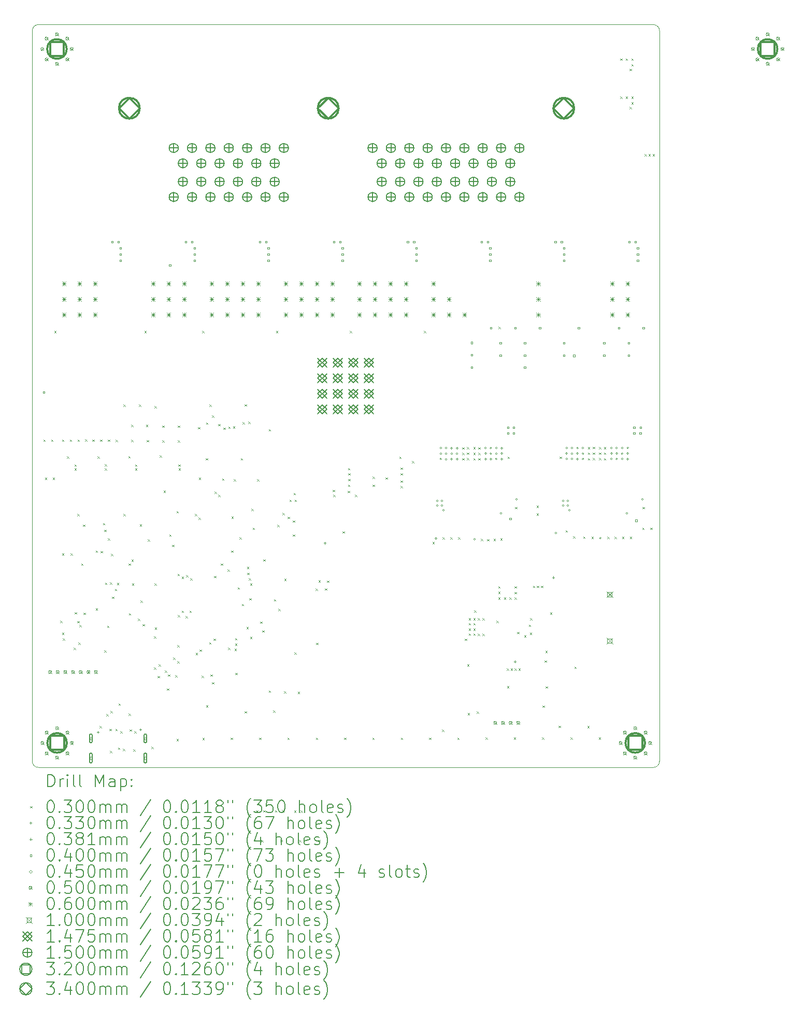
<source format=gbr>
%TF.GenerationSoftware,KiCad,Pcbnew,(6.0.8)*%
%TF.CreationDate,2024-01-16T01:15:42+01:00*%
%TF.ProjectId,pdms,70646d73-2e6b-4696-9361-645f70636258,rev?*%
%TF.SameCoordinates,Original*%
%TF.FileFunction,Drillmap*%
%TF.FilePolarity,Positive*%
%FSLAX45Y45*%
G04 Gerber Fmt 4.5, Leading zero omitted, Abs format (unit mm)*
G04 Created by KiCad (PCBNEW (6.0.8)) date 2024-01-16 01:15:42*
%MOMM*%
%LPD*%
G01*
G04 APERTURE LIST*
%ADD10C,0.100000*%
%ADD11C,0.200000*%
%ADD12C,0.030000*%
%ADD13C,0.033020*%
%ADD14C,0.038100*%
%ADD15C,0.040000*%
%ADD16C,0.045000*%
%ADD17C,0.050000*%
%ADD18C,0.060000*%
%ADD19C,0.147500*%
%ADD20C,0.150000*%
%ADD21C,0.320000*%
%ADD22C,0.340000*%
G04 APERTURE END LIST*
D10*
X11896169Y-16175129D02*
X11896169Y-4244129D01*
X1645711Y-4243289D02*
X1645711Y-16174289D01*
X11896171Y-4244129D02*
G75*
G03*
X11796169Y-4144129I-100001J-1D01*
G01*
X1745711Y-16274289D02*
X11796169Y-16275129D01*
X1745711Y-4143291D02*
G75*
G03*
X1645711Y-4243289I-1J-99999D01*
G01*
X11796169Y-4144129D02*
X1745711Y-4143289D01*
X1645711Y-16174289D02*
G75*
G03*
X1745711Y-16274289I99999J-1D01*
G01*
X11796169Y-16275129D02*
G75*
G03*
X11896169Y-16175129I1J99999D01*
G01*
D11*
D12*
X1826500Y-10919700D02*
X1856500Y-10949700D01*
X1856500Y-10919700D02*
X1826500Y-10949700D01*
X1851900Y-11542000D02*
X1881900Y-11572000D01*
X1881900Y-11542000D02*
X1851900Y-11572000D01*
X1953500Y-10919700D02*
X1983500Y-10949700D01*
X1983500Y-10919700D02*
X1953500Y-10949700D01*
X1978900Y-11542000D02*
X2008900Y-11572000D01*
X2008900Y-11542000D02*
X1978900Y-11572000D01*
X2005880Y-9146780D02*
X2035880Y-9176780D01*
X2035880Y-9146780D02*
X2005880Y-9176780D01*
X2100000Y-13880000D02*
X2130000Y-13910000D01*
X2130000Y-13880000D02*
X2100000Y-13910000D01*
X2130000Y-14075000D02*
X2160000Y-14105000D01*
X2160000Y-14075000D02*
X2130000Y-14105000D01*
X2131300Y-10919700D02*
X2161300Y-10949700D01*
X2161300Y-10919700D02*
X2131300Y-10949700D01*
X2133500Y-12780500D02*
X2163500Y-12810500D01*
X2163500Y-12780500D02*
X2133500Y-12810500D01*
X2142399Y-14165032D02*
X2172399Y-14195032D01*
X2172399Y-14165032D02*
X2142399Y-14195032D01*
X2212500Y-11195800D02*
X2242500Y-11225800D01*
X2242500Y-11195800D02*
X2212500Y-11225800D01*
X2258300Y-10919700D02*
X2288300Y-10949700D01*
X2288300Y-10919700D02*
X2258300Y-10949700D01*
X2270660Y-12777960D02*
X2300660Y-12807960D01*
X2300660Y-12777960D02*
X2270660Y-12807960D01*
X2321800Y-14319200D02*
X2351800Y-14349200D01*
X2351800Y-14319200D02*
X2321800Y-14349200D01*
X2334500Y-11326100D02*
X2364500Y-11356100D01*
X2364500Y-11326100D02*
X2334500Y-11356100D01*
X2334500Y-11389600D02*
X2364500Y-11419600D01*
X2364500Y-11389600D02*
X2334500Y-11419600D01*
X2337521Y-13739789D02*
X2367521Y-13769789D01*
X2367521Y-13739789D02*
X2337521Y-13769789D01*
X2380000Y-12137500D02*
X2410000Y-12167500D01*
X2410000Y-12137500D02*
X2380000Y-12167500D01*
X2380000Y-13885000D02*
X2410000Y-13915000D01*
X2410000Y-13885000D02*
X2380000Y-13915000D01*
X2385300Y-10919700D02*
X2415300Y-10949700D01*
X2415300Y-10919700D02*
X2385300Y-10949700D01*
X2398000Y-14234400D02*
X2428000Y-14264400D01*
X2428000Y-14234400D02*
X2398000Y-14264400D01*
X2415000Y-13945000D02*
X2445000Y-13975000D01*
X2445000Y-13945000D02*
X2415000Y-13975000D01*
X2444850Y-12942523D02*
X2474850Y-12972523D01*
X2474850Y-12942523D02*
X2444850Y-12972523D01*
X2472500Y-12309450D02*
X2502500Y-12339450D01*
X2502500Y-12309450D02*
X2472500Y-12339450D01*
X2483341Y-13748341D02*
X2513341Y-13778341D01*
X2513341Y-13748341D02*
X2483341Y-13778341D01*
X2507500Y-10915000D02*
X2537500Y-10945000D01*
X2537500Y-10915000D02*
X2507500Y-10945000D01*
X2626600Y-10919700D02*
X2656600Y-10949700D01*
X2656600Y-10919700D02*
X2626600Y-10949700D01*
X2681832Y-13676555D02*
X2711832Y-13706555D01*
X2711832Y-13676555D02*
X2681832Y-13706555D01*
X2682209Y-12731917D02*
X2712209Y-12761917D01*
X2712209Y-12731917D02*
X2682209Y-12761917D01*
X2712100Y-11195800D02*
X2742100Y-11225800D01*
X2742100Y-11195800D02*
X2712100Y-11225800D01*
X2745017Y-15597766D02*
X2775017Y-15627766D01*
X2775017Y-15597766D02*
X2745017Y-15627766D01*
X2755900Y-10922100D02*
X2785900Y-10952100D01*
X2785900Y-10922100D02*
X2755900Y-10952100D01*
X2762895Y-12741731D02*
X2792895Y-12771731D01*
X2792895Y-12741731D02*
X2762895Y-12771731D01*
X2802500Y-12282500D02*
X2832500Y-12312500D01*
X2832500Y-12282500D02*
X2802500Y-12312500D01*
X2822500Y-12395000D02*
X2852500Y-12425000D01*
X2852500Y-12395000D02*
X2822500Y-12425000D01*
X2823017Y-14361400D02*
X2853017Y-14391400D01*
X2853017Y-14361400D02*
X2823017Y-14391400D01*
X2829800Y-11320800D02*
X2859800Y-11350800D01*
X2859800Y-11320800D02*
X2829800Y-11350800D01*
X2829800Y-11389600D02*
X2859800Y-11419600D01*
X2859800Y-11389600D02*
X2829800Y-11419600D01*
X2833858Y-13257567D02*
X2863858Y-13287567D01*
X2863858Y-13257567D02*
X2833858Y-13287567D01*
X2855200Y-15402800D02*
X2885200Y-15432800D01*
X2885200Y-15402800D02*
X2855200Y-15432800D01*
X2868417Y-13960000D02*
X2898417Y-13990000D01*
X2898417Y-13960000D02*
X2868417Y-13990000D01*
X2880600Y-10919700D02*
X2910600Y-10949700D01*
X2910600Y-10919700D02*
X2880600Y-10949700D01*
X2880600Y-12532600D02*
X2910600Y-12562600D01*
X2910600Y-12532600D02*
X2880600Y-12562600D01*
X2906000Y-15644100D02*
X2936000Y-15674100D01*
X2936000Y-15644100D02*
X2906000Y-15674100D01*
X2915560Y-16002840D02*
X2945560Y-16032840D01*
X2945560Y-16002840D02*
X2915560Y-16032840D01*
X2916941Y-13254741D02*
X2946941Y-13284741D01*
X2946941Y-13254741D02*
X2916941Y-13284741D01*
X2924630Y-15352000D02*
X2954630Y-15382000D01*
X2954630Y-15352000D02*
X2924630Y-15382000D01*
X2931400Y-12786600D02*
X2961400Y-12816600D01*
X2961400Y-12786600D02*
X2931400Y-12816600D01*
X2947567Y-13485178D02*
X2977567Y-13515178D01*
X2977567Y-13485178D02*
X2947567Y-13515178D01*
X2994900Y-13358100D02*
X3024900Y-13388100D01*
X3024900Y-13358100D02*
X2994900Y-13388100D01*
X3002520Y-15644100D02*
X3032520Y-15674100D01*
X3032520Y-15644100D02*
X3002520Y-15674100D01*
X3009900Y-10923000D02*
X3039900Y-10953000D01*
X3039900Y-10923000D02*
X3009900Y-10953000D01*
X3029651Y-13259285D02*
X3059651Y-13289285D01*
X3059651Y-13259285D02*
X3029651Y-13289285D01*
X3045616Y-15948900D02*
X3075616Y-15978900D01*
X3075616Y-15948900D02*
X3045616Y-15978900D01*
X3053650Y-15229750D02*
X3083650Y-15259750D01*
X3083650Y-15229750D02*
X3053650Y-15259750D01*
X3086312Y-15682281D02*
X3116312Y-15712281D01*
X3116312Y-15682281D02*
X3086312Y-15712281D01*
X3128362Y-15968997D02*
X3158362Y-15998997D01*
X3158362Y-15968997D02*
X3128362Y-15998997D01*
X3134600Y-10348200D02*
X3164600Y-10378200D01*
X3164600Y-10348200D02*
X3134600Y-10378200D01*
X3137140Y-12136360D02*
X3167140Y-12166360D01*
X3167140Y-12136360D02*
X3137140Y-12166360D01*
X3216900Y-11190800D02*
X3246900Y-11220800D01*
X3246900Y-11190800D02*
X3216900Y-11220800D01*
X3218355Y-12945449D02*
X3248355Y-12975449D01*
X3248355Y-12945449D02*
X3218355Y-12975449D01*
X3218750Y-15394850D02*
X3248750Y-15424850D01*
X3248750Y-15394850D02*
X3218750Y-15424850D01*
X3223601Y-13755073D02*
X3253601Y-13785073D01*
X3253601Y-13755073D02*
X3223601Y-13785073D01*
X3238969Y-15652876D02*
X3268969Y-15682876D01*
X3268969Y-15652876D02*
X3238969Y-15682876D01*
X3261600Y-10678400D02*
X3291600Y-10708400D01*
X3291600Y-10678400D02*
X3261600Y-10708400D01*
X3261600Y-10926100D02*
X3291600Y-10956100D01*
X3291600Y-10926100D02*
X3261600Y-10956100D01*
X3267000Y-12882000D02*
X3297000Y-12912000D01*
X3297000Y-12882000D02*
X3267000Y-12912000D01*
X3275000Y-13270000D02*
X3305000Y-13300000D01*
X3305000Y-13270000D02*
X3275000Y-13300000D01*
X3297695Y-15981282D02*
X3327695Y-16011282D01*
X3327695Y-15981282D02*
X3297695Y-16011282D01*
X3313021Y-15683014D02*
X3343021Y-15713014D01*
X3343021Y-15683014D02*
X3313021Y-15713014D01*
X3325550Y-11326100D02*
X3355550Y-11356100D01*
X3355550Y-11326100D02*
X3325550Y-11356100D01*
X3325550Y-11389600D02*
X3355550Y-11419600D01*
X3355550Y-11389600D02*
X3325550Y-11419600D01*
X3370000Y-13845000D02*
X3400000Y-13875000D01*
X3400000Y-13845000D02*
X3370000Y-13875000D01*
X3388600Y-10348200D02*
X3418600Y-10378200D01*
X3418600Y-10348200D02*
X3388600Y-10378200D01*
X3403068Y-12303093D02*
X3433068Y-12333093D01*
X3433068Y-12303093D02*
X3403068Y-12333093D01*
X3414000Y-13548600D02*
X3444000Y-13578600D01*
X3444000Y-13548600D02*
X3414000Y-13578600D01*
X3450000Y-13935000D02*
X3480000Y-13965000D01*
X3480000Y-13935000D02*
X3450000Y-13965000D01*
X3479080Y-9146780D02*
X3509080Y-9176780D01*
X3509080Y-9146780D02*
X3479080Y-9176780D01*
X3502900Y-10678400D02*
X3532900Y-10708400D01*
X3532900Y-10678400D02*
X3502900Y-10708400D01*
X3515600Y-10927100D02*
X3545600Y-10957100D01*
X3545600Y-10927100D02*
X3515600Y-10957100D01*
X3534318Y-12549923D02*
X3564318Y-12579923D01*
X3564318Y-12549923D02*
X3534318Y-12579923D01*
X3591800Y-15936200D02*
X3621800Y-15966200D01*
X3621800Y-15936200D02*
X3591800Y-15966200D01*
X3635000Y-14135000D02*
X3665000Y-14165000D01*
X3665000Y-14135000D02*
X3635000Y-14165000D01*
X3636900Y-14640800D02*
X3666900Y-14670800D01*
X3666900Y-14640800D02*
X3636900Y-14670800D01*
X3642600Y-10373600D02*
X3672600Y-10403600D01*
X3672600Y-10373600D02*
X3642600Y-10403600D01*
X3642600Y-13269200D02*
X3672600Y-13299200D01*
X3672600Y-13269200D02*
X3642600Y-13299200D01*
X3646121Y-13989815D02*
X3676121Y-14019815D01*
X3676121Y-13989815D02*
X3646121Y-14019815D01*
X3692074Y-14780739D02*
X3722074Y-14810739D01*
X3722074Y-14780739D02*
X3692074Y-14810739D01*
X3709328Y-14590050D02*
X3739328Y-14620050D01*
X3739328Y-14590050D02*
X3709328Y-14620050D01*
X3730000Y-11180800D02*
X3760000Y-11210800D01*
X3760000Y-11180800D02*
X3730000Y-11210800D01*
X3769600Y-10691100D02*
X3799600Y-10721100D01*
X3799600Y-10691100D02*
X3769600Y-10721100D01*
X3769600Y-10932400D02*
X3799600Y-10962400D01*
X3799600Y-10932400D02*
X3769600Y-10962400D01*
X3790109Y-11752934D02*
X3820109Y-11782934D01*
X3820109Y-11752934D02*
X3790109Y-11782934D01*
X3810240Y-14691600D02*
X3840240Y-14721600D01*
X3840240Y-14691600D02*
X3810240Y-14721600D01*
X3845800Y-14983700D02*
X3875800Y-15013700D01*
X3875800Y-14983700D02*
X3845800Y-15013700D01*
X3865203Y-14756422D02*
X3895203Y-14786422D01*
X3895203Y-14756422D02*
X3865203Y-14786422D01*
X3883900Y-12469100D02*
X3913900Y-12499100D01*
X3913900Y-12469100D02*
X3883900Y-12499100D01*
X3930000Y-12640000D02*
X3960000Y-12670000D01*
X3960000Y-12640000D02*
X3930000Y-12670000D01*
X3948099Y-14481922D02*
X3978099Y-14511922D01*
X3978099Y-14481922D02*
X3948099Y-14511922D01*
X3982960Y-14767800D02*
X4012960Y-14797800D01*
X4012960Y-14767800D02*
X3982960Y-14797800D01*
X4001291Y-12090134D02*
X4031291Y-12120134D01*
X4031291Y-12090134D02*
X4001291Y-12120134D01*
X4004787Y-15809157D02*
X4034787Y-15839157D01*
X4034787Y-15809157D02*
X4004787Y-15839157D01*
X4016250Y-14277550D02*
X4046250Y-14307550D01*
X4046250Y-14277550D02*
X4016250Y-14307550D01*
X4016250Y-14539200D02*
X4046250Y-14569200D01*
X4046250Y-14539200D02*
X4016250Y-14569200D01*
X4020885Y-13113680D02*
X4050885Y-13143680D01*
X4050885Y-13113680D02*
X4020885Y-13143680D01*
X4023600Y-10691100D02*
X4053600Y-10721100D01*
X4053600Y-10691100D02*
X4023600Y-10721100D01*
X4023600Y-10932400D02*
X4053600Y-10962400D01*
X4053600Y-10932400D02*
X4023600Y-10962400D01*
X4024450Y-13788434D02*
X4054450Y-13818434D01*
X4054450Y-13788434D02*
X4024450Y-13818434D01*
X4032500Y-11325800D02*
X4062500Y-11355800D01*
X4062500Y-11325800D02*
X4032500Y-11355800D01*
X4037500Y-11390800D02*
X4067500Y-11420800D01*
X4067500Y-11390800D02*
X4037500Y-11420800D01*
X4086050Y-13160000D02*
X4116050Y-13190000D01*
X4116050Y-13160000D02*
X4086050Y-13190000D01*
X4087100Y-13713700D02*
X4117100Y-13743700D01*
X4117100Y-13713700D02*
X4087100Y-13743700D01*
X4151650Y-13805000D02*
X4181650Y-13835000D01*
X4181650Y-13805000D02*
X4151650Y-13835000D01*
X4161789Y-13134395D02*
X4191789Y-13164395D01*
X4191789Y-13134395D02*
X4161789Y-13164395D01*
X4214100Y-13713700D02*
X4244100Y-13743700D01*
X4244100Y-13713700D02*
X4214100Y-13743700D01*
X4227003Y-13185000D02*
X4257003Y-13215000D01*
X4257003Y-13185000D02*
X4227003Y-13215000D01*
X4305000Y-12135000D02*
X4335000Y-12165000D01*
X4335000Y-12135000D02*
X4305000Y-12165000D01*
X4317465Y-14402450D02*
X4347465Y-14432450D01*
X4347465Y-14402450D02*
X4317465Y-14432450D01*
X4353800Y-10716500D02*
X4383800Y-10746500D01*
X4383800Y-10716500D02*
X4353800Y-10746500D01*
X4365000Y-12195000D02*
X4395000Y-12225000D01*
X4395000Y-12195000D02*
X4365000Y-12225000D01*
X4366500Y-11542000D02*
X4396500Y-11572000D01*
X4396500Y-11542000D02*
X4366500Y-11572000D01*
X4380000Y-14350000D02*
X4410000Y-14380000D01*
X4410000Y-14350000D02*
X4380000Y-14380000D01*
X4414109Y-14777891D02*
X4444109Y-14807891D01*
X4444109Y-14777891D02*
X4414109Y-14807891D01*
X4421420Y-9146860D02*
X4451420Y-9176860D01*
X4451420Y-9146860D02*
X4421420Y-9176860D01*
X4424820Y-15790880D02*
X4454820Y-15820880D01*
X4454820Y-15790880D02*
X4424820Y-15820880D01*
X4480800Y-11224500D02*
X4510800Y-11254500D01*
X4510800Y-11224500D02*
X4480800Y-11254500D01*
X4485000Y-15257450D02*
X4515000Y-15287450D01*
X4515000Y-15257450D02*
X4485000Y-15287450D01*
X4485880Y-10642840D02*
X4515880Y-10672840D01*
X4515880Y-10642840D02*
X4485880Y-10672840D01*
X4535000Y-14230000D02*
X4565000Y-14260000D01*
X4565000Y-14230000D02*
X4535000Y-14260000D01*
X4541760Y-10348200D02*
X4571760Y-10378200D01*
X4571760Y-10348200D02*
X4541760Y-10378200D01*
X4557000Y-14755950D02*
X4587000Y-14785950D01*
X4587000Y-14755950D02*
X4557000Y-14785950D01*
X4582400Y-14881250D02*
X4612400Y-14911250D01*
X4612400Y-14881250D02*
X4582400Y-14911250D01*
X4584169Y-10524594D02*
X4614169Y-10554594D01*
X4614169Y-10524594D02*
X4584169Y-10554594D01*
X4610000Y-14170000D02*
X4640000Y-14200000D01*
X4640000Y-14170000D02*
X4610000Y-14200000D01*
X4615374Y-13147057D02*
X4645374Y-13177057D01*
X4645374Y-13147057D02*
X4615374Y-13177057D01*
X4626796Y-11773309D02*
X4656796Y-11803309D01*
X4656796Y-11773309D02*
X4626796Y-11803309D01*
X4684000Y-10665700D02*
X4714000Y-10695700D01*
X4714000Y-10665700D02*
X4684000Y-10695700D01*
X4685000Y-11822500D02*
X4715000Y-11852500D01*
X4715000Y-11822500D02*
X4685000Y-11852500D01*
X4725466Y-12944151D02*
X4755466Y-12974151D01*
X4755466Y-12944151D02*
X4725466Y-12974151D01*
X4747500Y-11554700D02*
X4777500Y-11584700D01*
X4777500Y-11554700D02*
X4747500Y-11584700D01*
X4769600Y-10725458D02*
X4799600Y-10755458D01*
X4799600Y-10725458D02*
X4769600Y-10755458D01*
X4837599Y-13039401D02*
X4867599Y-13069401D01*
X4867599Y-13039401D02*
X4837599Y-13069401D01*
X4847450Y-14320398D02*
X4877450Y-14350398D01*
X4877450Y-14320398D02*
X4847450Y-14350398D01*
X4847742Y-10708550D02*
X4877742Y-10738550D01*
X4877742Y-10708550D02*
X4847742Y-10738550D01*
X4889720Y-15789760D02*
X4919720Y-15819760D01*
X4919720Y-15789760D02*
X4889720Y-15819760D01*
X4896216Y-12730392D02*
X4926216Y-12760392D01*
X4926216Y-12730392D02*
X4896216Y-12760392D01*
X4901849Y-12177405D02*
X4931849Y-12207405D01*
X4931849Y-12177405D02*
X4901849Y-12207405D01*
X4927478Y-10702710D02*
X4957478Y-10732710D01*
X4957478Y-10702710D02*
X4927478Y-10732710D01*
X4938000Y-11567400D02*
X4968000Y-11597400D01*
X4968000Y-11567400D02*
X4938000Y-11597400D01*
X4952539Y-14334949D02*
X4982539Y-14364949D01*
X4982539Y-14334949D02*
X4952539Y-14364949D01*
X4958523Y-14164297D02*
X4988523Y-14194297D01*
X4988523Y-14164297D02*
X4958523Y-14194297D01*
X4959553Y-14253645D02*
X4989553Y-14283645D01*
X4989553Y-14253645D02*
X4959553Y-14283645D01*
X4964620Y-14729620D02*
X4994620Y-14759620D01*
X4994620Y-14729620D02*
X4964620Y-14759620D01*
X5001297Y-13332903D02*
X5031297Y-13362903D01*
X5031297Y-13332903D02*
X5001297Y-13362903D01*
X5030000Y-12515000D02*
X5060000Y-12545000D01*
X5060000Y-12515000D02*
X5030000Y-12545000D01*
X5052300Y-11224500D02*
X5082300Y-11254500D01*
X5082300Y-11224500D02*
X5052300Y-11254500D01*
X5070000Y-13605000D02*
X5100000Y-13635000D01*
X5100000Y-13605000D02*
X5070000Y-13635000D01*
X5080240Y-10637760D02*
X5110240Y-10667760D01*
X5110240Y-10637760D02*
X5080240Y-10667760D01*
X5117500Y-15358390D02*
X5147500Y-15388390D01*
X5147500Y-15358390D02*
X5117500Y-15388390D01*
X5118150Y-10343120D02*
X5148150Y-10373120D01*
X5148150Y-10343120D02*
X5118150Y-10373120D01*
X5147201Y-13981777D02*
X5177201Y-14011777D01*
X5177201Y-13981777D02*
X5147201Y-14011777D01*
X5155656Y-12999993D02*
X5185656Y-13029993D01*
X5185656Y-12999993D02*
X5155656Y-13029993D01*
X5158366Y-13095284D02*
X5188366Y-13125284D01*
X5188366Y-13095284D02*
X5158366Y-13125284D01*
X5176760Y-10627600D02*
X5206760Y-10657600D01*
X5206760Y-10627600D02*
X5176760Y-10657600D01*
X5182326Y-13182884D02*
X5212326Y-13212884D01*
X5212326Y-13182884D02*
X5182326Y-13212884D01*
X5190234Y-13512266D02*
X5220234Y-13542266D01*
X5220234Y-13512266D02*
X5190234Y-13542266D01*
X5204340Y-14139726D02*
X5234340Y-14169726D01*
X5234340Y-14139726D02*
X5204340Y-14169726D01*
X5207039Y-13271236D02*
X5237039Y-13301236D01*
X5237039Y-13271236D02*
X5207039Y-13301236D01*
X5225138Y-12051681D02*
X5255138Y-12081681D01*
X5255138Y-12051681D02*
X5225138Y-12081681D01*
X5246000Y-12360000D02*
X5276000Y-12390000D01*
X5276000Y-12360000D02*
X5246000Y-12390000D01*
X5300940Y-16973750D02*
X5330940Y-17003750D01*
X5330940Y-16973750D02*
X5300940Y-17003750D01*
X5319000Y-11567400D02*
X5349000Y-11597400D01*
X5349000Y-11567400D02*
X5319000Y-11597400D01*
X5352720Y-15789760D02*
X5382720Y-15819760D01*
X5382720Y-15789760D02*
X5352720Y-15819760D01*
X5369800Y-13891500D02*
X5399800Y-13921500D01*
X5399800Y-13891500D02*
X5369800Y-13921500D01*
X5386560Y-17463030D02*
X5416560Y-17493030D01*
X5416560Y-17463030D02*
X5386560Y-17493030D01*
X5404876Y-14034224D02*
X5434876Y-14064224D01*
X5434876Y-14034224D02*
X5404876Y-14064224D01*
X5419111Y-12877865D02*
X5449111Y-12907865D01*
X5449111Y-12877865D02*
X5419111Y-12907865D01*
X5422940Y-16972750D02*
X5452940Y-17002750D01*
X5452940Y-16972750D02*
X5422940Y-17002750D01*
X5509859Y-15019641D02*
X5539859Y-15049641D01*
X5539859Y-15019641D02*
X5509859Y-15049641D01*
X5511880Y-10749680D02*
X5541880Y-10779680D01*
X5541880Y-10749680D02*
X5511880Y-10779680D01*
X5580000Y-15342500D02*
X5610000Y-15372500D01*
X5610000Y-15342500D02*
X5580000Y-15372500D01*
X5594309Y-13527291D02*
X5624309Y-13557291D01*
X5624309Y-13527291D02*
X5594309Y-13557291D01*
X5612620Y-16972810D02*
X5642620Y-17002810D01*
X5642620Y-16972810D02*
X5612620Y-17002810D01*
X5630460Y-9146860D02*
X5660460Y-9176860D01*
X5660460Y-9146860D02*
X5630460Y-9176860D01*
X5649534Y-12312650D02*
X5679534Y-12342650D01*
X5679534Y-12312650D02*
X5649534Y-12342650D01*
X5666637Y-13684168D02*
X5696637Y-13714168D01*
X5696637Y-13684168D02*
X5666637Y-13714168D01*
X5701520Y-17455410D02*
X5731520Y-17485410D01*
X5731520Y-17455410D02*
X5701520Y-17485410D01*
X5726920Y-16970270D02*
X5756920Y-17000270D01*
X5756920Y-16970270D02*
X5726920Y-17000270D01*
X5735560Y-12119630D02*
X5765560Y-12149630D01*
X5765560Y-12119630D02*
X5735560Y-12149630D01*
X5760000Y-15030000D02*
X5790000Y-15060000D01*
X5790000Y-15030000D02*
X5760000Y-15060000D01*
X5763500Y-13193000D02*
X5793500Y-13223000D01*
X5793500Y-13193000D02*
X5763500Y-13223000D01*
X5815720Y-15789760D02*
X5845720Y-15819760D01*
X5845720Y-15789760D02*
X5815720Y-15819760D01*
X5817035Y-12182470D02*
X5847035Y-12212470D01*
X5847035Y-12182470D02*
X5817035Y-12212470D01*
X5847932Y-11902068D02*
X5877932Y-11932068D01*
X5877932Y-11902068D02*
X5847932Y-11932068D01*
X5903200Y-12242450D02*
X5933200Y-12272450D01*
X5933200Y-12242450D02*
X5903200Y-12272450D01*
X5903200Y-12469100D02*
X5933200Y-12499100D01*
X5933200Y-12469100D02*
X5903200Y-12499100D01*
X5915930Y-11793430D02*
X5945930Y-11823430D01*
X5945930Y-11793430D02*
X5915930Y-11823430D01*
X5925040Y-16980430D02*
X5955040Y-17010430D01*
X5955040Y-16980430D02*
X5925040Y-17010430D01*
X5928600Y-14396960D02*
X5958600Y-14426960D01*
X5958600Y-14396960D02*
X5928600Y-14426960D01*
X5935271Y-11901089D02*
X5965271Y-11931089D01*
X5965271Y-11901089D02*
X5935271Y-11931089D01*
X5985000Y-15040000D02*
X6015000Y-15070000D01*
X6015000Y-15040000D02*
X5985000Y-15070000D01*
X6006320Y-17460490D02*
X6036320Y-17490490D01*
X6036320Y-17460490D02*
X6006320Y-17490490D01*
X6029180Y-16980430D02*
X6059180Y-17010430D01*
X6059180Y-16980430D02*
X6029180Y-17010430D01*
X6275000Y-13355000D02*
X6305000Y-13385000D01*
X6305000Y-13355000D02*
X6275000Y-13385000D01*
X6278720Y-15789760D02*
X6308720Y-15819760D01*
X6308720Y-15789760D02*
X6278720Y-15819760D01*
X6285000Y-14240150D02*
X6315000Y-14270150D01*
X6315000Y-14240150D02*
X6285000Y-14270150D01*
X6318740Y-17455410D02*
X6348740Y-17485410D01*
X6348740Y-17455410D02*
X6318740Y-17485410D01*
X6322300Y-13218400D02*
X6352300Y-13248400D01*
X6352300Y-13218400D02*
X6322300Y-13248400D01*
X6426659Y-13348715D02*
X6456659Y-13378715D01*
X6456659Y-13348715D02*
X6426659Y-13378715D01*
X6462000Y-13223815D02*
X6492000Y-13253815D01*
X6492000Y-13223815D02*
X6462000Y-13253815D01*
X6557164Y-11742664D02*
X6587164Y-11772664D01*
X6587164Y-11742664D02*
X6557164Y-11772664D01*
X6563600Y-11821400D02*
X6593600Y-11851400D01*
X6593600Y-11821400D02*
X6563600Y-11851400D01*
X6716000Y-12418300D02*
X6746000Y-12448300D01*
X6746000Y-12418300D02*
X6716000Y-12448300D01*
X6741720Y-15789760D02*
X6771720Y-15819760D01*
X6771720Y-15789760D02*
X6741720Y-15819760D01*
X6802360Y-11760440D02*
X6832360Y-11790440D01*
X6832360Y-11760440D02*
X6802360Y-11790440D01*
X6804900Y-11384520D02*
X6834900Y-11414520D01*
X6834900Y-11384520D02*
X6804900Y-11414520D01*
X6804900Y-11656300D02*
X6834900Y-11686300D01*
X6834900Y-11656300D02*
X6804900Y-11686300D01*
X6807440Y-11470147D02*
X6837440Y-11500147D01*
X6837440Y-11470147D02*
X6807440Y-11500147D01*
X6808431Y-11564168D02*
X6838431Y-11594168D01*
X6838431Y-11564168D02*
X6808431Y-11594168D01*
X6837240Y-9146860D02*
X6867240Y-9176860D01*
X6867240Y-9146860D02*
X6837240Y-9176860D01*
X6919200Y-11821400D02*
X6949200Y-11851400D01*
X6949200Y-11821400D02*
X6919200Y-11851400D01*
X7204720Y-15789760D02*
X7234720Y-15819760D01*
X7234720Y-15789760D02*
X7204720Y-15819760D01*
X7207500Y-11527500D02*
X7237500Y-11557500D01*
X7237500Y-11527500D02*
X7207500Y-11557500D01*
X7207500Y-11657500D02*
X7237500Y-11687500D01*
X7237500Y-11657500D02*
X7207500Y-11687500D01*
X7417500Y-11540000D02*
X7447500Y-11570000D01*
X7447500Y-11540000D02*
X7417500Y-11570000D01*
X7643100Y-11199100D02*
X7673100Y-11229100D01*
X7673100Y-11199100D02*
X7643100Y-11229100D01*
X7665960Y-11379440D02*
X7695960Y-11409440D01*
X7695960Y-11379440D02*
X7665960Y-11409440D01*
X7665960Y-11470880D02*
X7695960Y-11500880D01*
X7695960Y-11470880D02*
X7665960Y-11500880D01*
X7665960Y-11587720D02*
X7695960Y-11617720D01*
X7695960Y-11587720D02*
X7665960Y-11617720D01*
X7665960Y-11679160D02*
X7695960Y-11709160D01*
X7695960Y-11679160D02*
X7665960Y-11709160D01*
X7667720Y-15789760D02*
X7697720Y-15819760D01*
X7697720Y-15789760D02*
X7667720Y-15819760D01*
X7848840Y-11269550D02*
X7878840Y-11299550D01*
X7878840Y-11269550D02*
X7848840Y-11299550D01*
X8046000Y-9146860D02*
X8076000Y-9176860D01*
X8076000Y-9146860D02*
X8046000Y-9176860D01*
X8130720Y-15789760D02*
X8160720Y-15819760D01*
X8160720Y-15789760D02*
X8130720Y-15819760D01*
X8184356Y-12594686D02*
X8214356Y-12624686D01*
X8214356Y-12594686D02*
X8184356Y-12624686D01*
X8344140Y-15656800D02*
X8374140Y-15686800D01*
X8374140Y-15656800D02*
X8344140Y-15686800D01*
X8350000Y-12517360D02*
X8380000Y-12547360D01*
X8380000Y-12517360D02*
X8350000Y-12547360D01*
X8476600Y-12517360D02*
X8506600Y-12547360D01*
X8506600Y-12517360D02*
X8476600Y-12547360D01*
X8593720Y-15789760D02*
X8623720Y-15819760D01*
X8623720Y-15789760D02*
X8593720Y-15819760D01*
X8603600Y-12517360D02*
X8633600Y-12547360D01*
X8633600Y-12517360D02*
X8603600Y-12547360D01*
X8670240Y-11045700D02*
X8700240Y-11075700D01*
X8700240Y-11045700D02*
X8670240Y-11075700D01*
X8670240Y-11135700D02*
X8700240Y-11165700D01*
X8700240Y-11135700D02*
X8670240Y-11165700D01*
X8670240Y-11225700D02*
X8700240Y-11255700D01*
X8700240Y-11225700D02*
X8670240Y-11255700D01*
X8715000Y-14172500D02*
X8745000Y-14202500D01*
X8745000Y-14172500D02*
X8715000Y-14202500D01*
X8750240Y-11042460D02*
X8780240Y-11072460D01*
X8780240Y-11042460D02*
X8750240Y-11072460D01*
X8750240Y-11132460D02*
X8780240Y-11162460D01*
X8780240Y-11132460D02*
X8750240Y-11162460D01*
X8750240Y-11222460D02*
X8780240Y-11252460D01*
X8780240Y-11222460D02*
X8750240Y-11252460D01*
X8752500Y-14590000D02*
X8782500Y-14620000D01*
X8782500Y-14590000D02*
X8752500Y-14620000D01*
X8760000Y-15385000D02*
X8790000Y-15415000D01*
X8790000Y-15385000D02*
X8760000Y-15415000D01*
X8777500Y-13837500D02*
X8807500Y-13867500D01*
X8807500Y-13837500D02*
X8777500Y-13867500D01*
X8777500Y-13917500D02*
X8807500Y-13947500D01*
X8807500Y-13917500D02*
X8777500Y-13947500D01*
X8777500Y-14005000D02*
X8807500Y-14035000D01*
X8807500Y-14005000D02*
X8777500Y-14035000D01*
X8777500Y-14085000D02*
X8807500Y-14115000D01*
X8807500Y-14085000D02*
X8777500Y-14115000D01*
X8852500Y-13837500D02*
X8882500Y-13867500D01*
X8882500Y-13837500D02*
X8852500Y-13867500D01*
X8852500Y-13917500D02*
X8882500Y-13947500D01*
X8882500Y-13917500D02*
X8852500Y-13947500D01*
X8852500Y-14005000D02*
X8882500Y-14035000D01*
X8882500Y-14005000D02*
X8852500Y-14035000D01*
X8852500Y-14085000D02*
X8882500Y-14115000D01*
X8882500Y-14085000D02*
X8852500Y-14115000D01*
X8853120Y-11045000D02*
X8883120Y-11075000D01*
X8883120Y-11045000D02*
X8853120Y-11075000D01*
X8853120Y-11135000D02*
X8883120Y-11165000D01*
X8883120Y-11135000D02*
X8853120Y-11165000D01*
X8853120Y-11225000D02*
X8883120Y-11255000D01*
X8883120Y-11225000D02*
X8853120Y-11255000D01*
X8865000Y-13710000D02*
X8895000Y-13740000D01*
X8895000Y-13710000D02*
X8865000Y-13740000D01*
X8910000Y-15360000D02*
X8940000Y-15390000D01*
X8940000Y-15360000D02*
X8910000Y-15390000D01*
X8927500Y-13837500D02*
X8957500Y-13867500D01*
X8957500Y-13837500D02*
X8927500Y-13867500D01*
X8927500Y-14092500D02*
X8957500Y-14122500D01*
X8957500Y-14092500D02*
X8927500Y-14122500D01*
X8933120Y-11045740D02*
X8963120Y-11075740D01*
X8963120Y-11045740D02*
X8933120Y-11075740D01*
X8933120Y-11135740D02*
X8963120Y-11165740D01*
X8963120Y-11135740D02*
X8933120Y-11165740D01*
X8933120Y-11225740D02*
X8963120Y-11255740D01*
X8963120Y-11225740D02*
X8933120Y-11255740D01*
X8975000Y-12540000D02*
X9005000Y-12570000D01*
X9005000Y-12540000D02*
X8975000Y-12570000D01*
X9002500Y-13837500D02*
X9032500Y-13867500D01*
X9032500Y-13837500D02*
X9002500Y-13867500D01*
X9002500Y-14092500D02*
X9032500Y-14122500D01*
X9032500Y-14092500D02*
X9002500Y-14122500D01*
X9051700Y-15786340D02*
X9081700Y-15816340D01*
X9081700Y-15786340D02*
X9051700Y-15816340D01*
X9077749Y-12544400D02*
X9107749Y-12574400D01*
X9107749Y-12544400D02*
X9077749Y-12574400D01*
X9185000Y-12540000D02*
X9215000Y-12570000D01*
X9215000Y-12540000D02*
X9185000Y-12570000D01*
X9232500Y-13877500D02*
X9262500Y-13907500D01*
X9262500Y-13877500D02*
X9232500Y-13907500D01*
X9261080Y-13314920D02*
X9291080Y-13344920D01*
X9291080Y-13314920D02*
X9261080Y-13344920D01*
X9261080Y-13406360D02*
X9291080Y-13436360D01*
X9291080Y-13406360D02*
X9261080Y-13436360D01*
X9261080Y-13497800D02*
X9291080Y-13527800D01*
X9291080Y-13497800D02*
X9261080Y-13527800D01*
X9266160Y-9078200D02*
X9296160Y-9108200D01*
X9296160Y-9078200D02*
X9266160Y-9108200D01*
X9295000Y-12535000D02*
X9325000Y-12565000D01*
X9325000Y-12535000D02*
X9295000Y-12565000D01*
X9353960Y-13497800D02*
X9383960Y-13527800D01*
X9383960Y-13497800D02*
X9353960Y-13527800D01*
X9401650Y-14658580D02*
X9431650Y-14688580D01*
X9431650Y-14658580D02*
X9401650Y-14688580D01*
X9405000Y-14945000D02*
X9435000Y-14975000D01*
X9435000Y-14945000D02*
X9405000Y-14975000D01*
X9415000Y-11200000D02*
X9445000Y-11230000D01*
X9445000Y-11200000D02*
X9415000Y-11230000D01*
X9443960Y-13497800D02*
X9473960Y-13527800D01*
X9473960Y-13497800D02*
X9443960Y-13527800D01*
X9465150Y-14658580D02*
X9495150Y-14688580D01*
X9495150Y-14658580D02*
X9465150Y-14688580D01*
X9514700Y-15786340D02*
X9544700Y-15816340D01*
X9544700Y-15786340D02*
X9514700Y-15816340D01*
X9526680Y-13317800D02*
X9556680Y-13347800D01*
X9556680Y-13317800D02*
X9526680Y-13347800D01*
X9526680Y-13407800D02*
X9556680Y-13437800D01*
X9556680Y-13407800D02*
X9526680Y-13437800D01*
X9526680Y-13497800D02*
X9556680Y-13527800D01*
X9556680Y-13497800D02*
X9526680Y-13527800D01*
X9528650Y-14658580D02*
X9558650Y-14688580D01*
X9558650Y-14658580D02*
X9528650Y-14688580D01*
X9535400Y-12019520D02*
X9565400Y-12049520D01*
X9565400Y-12019520D02*
X9535400Y-12049520D01*
X9570000Y-14060000D02*
X9600000Y-14090000D01*
X9600000Y-14060000D02*
X9570000Y-14090000D01*
X9592150Y-14658580D02*
X9622150Y-14688580D01*
X9622150Y-14658580D02*
X9592150Y-14688580D01*
X9682720Y-14117560D02*
X9712720Y-14147560D01*
X9712720Y-14117560D02*
X9682720Y-14147560D01*
X9758920Y-13944840D02*
X9788920Y-13974840D01*
X9788920Y-13944840D02*
X9758920Y-13974840D01*
X9777001Y-14074681D02*
X9807001Y-14104681D01*
X9807001Y-14074681D02*
X9777001Y-14104681D01*
X9780000Y-13837500D02*
X9810000Y-13867500D01*
X9810000Y-13837500D02*
X9780000Y-13867500D01*
X9826750Y-13308800D02*
X9856750Y-13338800D01*
X9856750Y-13308800D02*
X9826750Y-13338800D01*
X9885920Y-11999200D02*
X9915920Y-12029200D01*
X9915920Y-11999200D02*
X9885920Y-12029200D01*
X9885920Y-12126200D02*
X9915920Y-12156200D01*
X9915920Y-12126200D02*
X9885920Y-12156200D01*
X9892790Y-13308800D02*
X9922790Y-13338800D01*
X9922790Y-13308800D02*
X9892790Y-13338800D01*
X9958830Y-13308800D02*
X9988830Y-13338800D01*
X9988830Y-13308800D02*
X9958830Y-13338800D01*
X9977700Y-15786340D02*
X10007700Y-15816340D01*
X10007700Y-15786340D02*
X9977700Y-15816340D01*
X9985000Y-15265000D02*
X10015000Y-15295000D01*
X10015000Y-15265000D02*
X9985000Y-15295000D01*
X10017500Y-14527500D02*
X10047500Y-14557500D01*
X10047500Y-14527500D02*
X10017500Y-14557500D01*
X10032500Y-14369020D02*
X10062500Y-14399020D01*
X10062500Y-14369020D02*
X10032500Y-14399020D01*
X10035000Y-14950050D02*
X10065000Y-14980050D01*
X10065000Y-14950050D02*
X10035000Y-14980050D01*
X10107281Y-13744401D02*
X10137281Y-13774401D01*
X10137281Y-13744401D02*
X10107281Y-13774401D01*
X10246500Y-15595240D02*
X10276500Y-15625240D01*
X10276500Y-15595240D02*
X10246500Y-15625240D01*
X10262500Y-11200000D02*
X10292500Y-11230000D01*
X10292500Y-11200000D02*
X10262500Y-11230000D01*
X10360198Y-12403515D02*
X10390198Y-12433515D01*
X10390198Y-12403515D02*
X10360198Y-12433515D01*
X10440700Y-15786340D02*
X10470700Y-15816340D01*
X10470700Y-15786340D02*
X10440700Y-15816340D01*
X10485000Y-12500000D02*
X10515000Y-12530000D01*
X10515000Y-12500000D02*
X10485000Y-12530000D01*
X10505680Y-14629620D02*
X10535680Y-14659620D01*
X10535680Y-14629620D02*
X10505680Y-14659620D01*
X10650000Y-12505000D02*
X10680000Y-12535000D01*
X10680000Y-12505000D02*
X10650000Y-12535000D01*
X10716400Y-15599120D02*
X10746400Y-15629120D01*
X10746400Y-15599120D02*
X10716400Y-15629120D01*
X10726929Y-11043546D02*
X10756929Y-11073546D01*
X10756929Y-11043546D02*
X10726929Y-11073546D01*
X10726929Y-11133546D02*
X10756929Y-11163546D01*
X10756929Y-11133546D02*
X10726929Y-11163546D01*
X10726929Y-11223545D02*
X10756929Y-11253545D01*
X10756929Y-11223545D02*
X10726929Y-11253545D01*
X10785000Y-12510000D02*
X10815000Y-12540000D01*
X10815000Y-12510000D02*
X10785000Y-12540000D01*
X10806929Y-11040306D02*
X10836929Y-11070306D01*
X10836929Y-11040306D02*
X10806929Y-11070306D01*
X10806929Y-11130306D02*
X10836929Y-11160306D01*
X10836929Y-11130306D02*
X10806929Y-11160306D01*
X10806929Y-11220305D02*
X10836929Y-11250305D01*
X10836929Y-11220305D02*
X10806929Y-11250305D01*
X10903700Y-15786340D02*
X10933700Y-15816340D01*
X10933700Y-15786340D02*
X10903700Y-15816340D01*
X10909809Y-11042846D02*
X10939809Y-11072846D01*
X10939809Y-11042846D02*
X10909809Y-11072846D01*
X10909809Y-11132846D02*
X10939809Y-11162846D01*
X10939809Y-11132846D02*
X10909809Y-11162846D01*
X10909809Y-11222845D02*
X10939809Y-11252845D01*
X10939809Y-11222845D02*
X10909809Y-11252845D01*
X10989809Y-11043586D02*
X11019809Y-11073586D01*
X11019809Y-11043586D02*
X10989809Y-11073586D01*
X10989809Y-11133586D02*
X11019809Y-11163586D01*
X11019809Y-11133586D02*
X10989809Y-11163586D01*
X10989809Y-11223585D02*
X11019809Y-11253585D01*
X11019809Y-11223585D02*
X10989809Y-11253585D01*
X11045000Y-12510000D02*
X11075000Y-12540000D01*
X11075000Y-12510000D02*
X11045000Y-12540000D01*
X11160000Y-12510000D02*
X11190000Y-12540000D01*
X11190000Y-12510000D02*
X11160000Y-12540000D01*
X11253700Y-4696380D02*
X11283700Y-4726380D01*
X11283700Y-4696380D02*
X11253700Y-4726380D01*
X11253700Y-5319700D02*
X11283700Y-5349700D01*
X11283700Y-5319700D02*
X11253700Y-5349700D01*
X11285000Y-12510000D02*
X11315000Y-12540000D01*
X11315000Y-12510000D02*
X11285000Y-12540000D01*
X11345140Y-4696380D02*
X11375140Y-4726380D01*
X11375140Y-4696380D02*
X11345140Y-4726380D01*
X11345140Y-5319700D02*
X11375140Y-5349700D01*
X11375140Y-5319700D02*
X11345140Y-5349700D01*
X11408640Y-4866560D02*
X11438640Y-4896560D01*
X11438640Y-4866560D02*
X11408640Y-4896560D01*
X11408640Y-5489880D02*
X11438640Y-5519880D01*
X11438640Y-5489880D02*
X11408640Y-5519880D01*
X11410000Y-12510000D02*
X11440000Y-12540000D01*
X11440000Y-12510000D02*
X11410000Y-12540000D01*
X11436580Y-4696380D02*
X11466580Y-4726380D01*
X11466580Y-4696380D02*
X11436580Y-4726380D01*
X11436580Y-4790360D02*
X11466580Y-4820360D01*
X11466580Y-4790360D02*
X11436580Y-4820360D01*
X11436580Y-5319700D02*
X11466580Y-5349700D01*
X11466580Y-5319700D02*
X11436580Y-5349700D01*
X11436580Y-5413680D02*
X11466580Y-5443680D01*
X11466580Y-5413680D02*
X11436580Y-5443680D01*
X11613120Y-12359880D02*
X11643120Y-12389880D01*
X11643120Y-12359880D02*
X11613120Y-12389880D01*
X11618200Y-12019520D02*
X11648200Y-12049520D01*
X11648200Y-12019520D02*
X11618200Y-12049520D01*
X11651000Y-6261000D02*
X11681000Y-6291000D01*
X11681000Y-6261000D02*
X11651000Y-6291000D01*
X11717040Y-6261000D02*
X11747040Y-6291000D01*
X11747040Y-6261000D02*
X11717040Y-6291000D01*
X11745200Y-12359880D02*
X11775200Y-12389880D01*
X11775200Y-12359880D02*
X11745200Y-12389880D01*
X11783080Y-6261000D02*
X11813080Y-6291000D01*
X11813080Y-6261000D02*
X11783080Y-6291000D01*
D13*
X8259190Y-12537440D02*
G75*
G03*
X8259190Y-12537440I-16510J0D01*
G01*
X8280910Y-11922500D02*
G75*
G03*
X8280910Y-11922500I-16510J0D01*
G01*
X8280910Y-11998700D02*
G75*
G03*
X8280910Y-11998700I-16510J0D01*
G01*
X8339510Y-11059700D02*
G75*
G03*
X8339510Y-11059700I-16510J0D01*
G01*
X8339510Y-11149700D02*
G75*
G03*
X8339510Y-11149700I-16510J0D01*
G01*
X8339510Y-11239700D02*
G75*
G03*
X8339510Y-11239700I-16510J0D01*
G01*
X8357110Y-11922500D02*
G75*
G03*
X8357110Y-11922500I-16510J0D01*
G01*
X8357110Y-11998700D02*
G75*
G03*
X8357110Y-11998700I-16510J0D01*
G01*
X8382510Y-12074900D02*
G75*
G03*
X8382510Y-12074900I-16510J0D01*
G01*
X8424510Y-11060700D02*
G75*
G03*
X8424510Y-11060700I-16510J0D01*
G01*
X8424510Y-11150700D02*
G75*
G03*
X8424510Y-11150700I-16510J0D01*
G01*
X8424510Y-11240700D02*
G75*
G03*
X8424510Y-11240700I-16510J0D01*
G01*
X8514510Y-11060700D02*
G75*
G03*
X8514510Y-11060700I-16510J0D01*
G01*
X8514510Y-11150700D02*
G75*
G03*
X8514510Y-11150700I-16510J0D01*
G01*
X8514510Y-11240700D02*
G75*
G03*
X8514510Y-11240700I-16510J0D01*
G01*
X8604510Y-11060700D02*
G75*
G03*
X8604510Y-11060700I-16510J0D01*
G01*
X8604510Y-11150700D02*
G75*
G03*
X8604510Y-11150700I-16510J0D01*
G01*
X8604510Y-11240700D02*
G75*
G03*
X8604510Y-11240700I-16510J0D01*
G01*
X8889110Y-12549950D02*
G75*
G03*
X8889110Y-12549950I-16510J0D01*
G01*
X9070510Y-11058700D02*
G75*
G03*
X9070510Y-11058700I-16510J0D01*
G01*
X9070510Y-11148700D02*
G75*
G03*
X9070510Y-11148700I-16510J0D01*
G01*
X9070510Y-11238700D02*
G75*
G03*
X9070510Y-11238700I-16510J0D01*
G01*
X9155510Y-11059700D02*
G75*
G03*
X9155510Y-11059700I-16510J0D01*
G01*
X9155510Y-11149700D02*
G75*
G03*
X9155510Y-11149700I-16510J0D01*
G01*
X9155510Y-11239700D02*
G75*
G03*
X9155510Y-11239700I-16510J0D01*
G01*
X9245510Y-11059700D02*
G75*
G03*
X9245510Y-11059700I-16510J0D01*
G01*
X9245510Y-11149700D02*
G75*
G03*
X9245510Y-11149700I-16510J0D01*
G01*
X9245510Y-11239700D02*
G75*
G03*
X9245510Y-11239700I-16510J0D01*
G01*
X9322310Y-12125700D02*
G75*
G03*
X9322310Y-12125700I-16510J0D01*
G01*
X9335510Y-11059700D02*
G75*
G03*
X9335510Y-11059700I-16510J0D01*
G01*
X9335510Y-11149700D02*
G75*
G03*
X9335510Y-11149700I-16510J0D01*
G01*
X9335510Y-11239700D02*
G75*
G03*
X9335510Y-11239700I-16510J0D01*
G01*
X9553742Y-14552624D02*
G75*
G03*
X9553742Y-14552624I-16510J0D01*
G01*
X9576310Y-11897100D02*
G75*
G03*
X9576310Y-11897100I-16510J0D01*
G01*
X10220070Y-12448260D02*
G75*
G03*
X10220070Y-12448260I-16510J0D01*
G01*
X10337599Y-11920345D02*
G75*
G03*
X10337599Y-11920345I-16510J0D01*
G01*
X10337599Y-11996545D02*
G75*
G03*
X10337599Y-11996545I-16510J0D01*
G01*
X10396199Y-11057546D02*
G75*
G03*
X10396199Y-11057546I-16510J0D01*
G01*
X10396199Y-11147546D02*
G75*
G03*
X10396199Y-11147546I-16510J0D01*
G01*
X10396199Y-11237545D02*
G75*
G03*
X10396199Y-11237545I-16510J0D01*
G01*
X10413799Y-11920345D02*
G75*
G03*
X10413799Y-11920345I-16510J0D01*
G01*
X10413799Y-11996545D02*
G75*
G03*
X10413799Y-11996545I-16510J0D01*
G01*
X10439199Y-12072745D02*
G75*
G03*
X10439199Y-12072745I-16510J0D01*
G01*
X10481199Y-11058546D02*
G75*
G03*
X10481199Y-11058546I-16510J0D01*
G01*
X10481199Y-11148546D02*
G75*
G03*
X10481199Y-11148546I-16510J0D01*
G01*
X10481199Y-11238545D02*
G75*
G03*
X10481199Y-11238545I-16510J0D01*
G01*
X10571199Y-11058546D02*
G75*
G03*
X10571199Y-11058546I-16510J0D01*
G01*
X10571199Y-11148546D02*
G75*
G03*
X10571199Y-11148546I-16510J0D01*
G01*
X10571199Y-11238545D02*
G75*
G03*
X10571199Y-11238545I-16510J0D01*
G01*
X10661199Y-11058546D02*
G75*
G03*
X10661199Y-11058546I-16510J0D01*
G01*
X10661199Y-11148546D02*
G75*
G03*
X10661199Y-11148546I-16510J0D01*
G01*
X10661199Y-11238545D02*
G75*
G03*
X10661199Y-11238545I-16510J0D01*
G01*
X10947199Y-12527280D02*
G75*
G03*
X10947199Y-12527280I-16510J0D01*
G01*
X11127199Y-11056546D02*
G75*
G03*
X11127199Y-11056546I-16510J0D01*
G01*
X11127199Y-11146546D02*
G75*
G03*
X11127199Y-11146546I-16510J0D01*
G01*
X11127199Y-11236545D02*
G75*
G03*
X11127199Y-11236545I-16510J0D01*
G01*
X11212199Y-11057546D02*
G75*
G03*
X11212199Y-11057546I-16510J0D01*
G01*
X11212199Y-11147546D02*
G75*
G03*
X11212199Y-11147546I-16510J0D01*
G01*
X11212199Y-11237545D02*
G75*
G03*
X11212199Y-11237545I-16510J0D01*
G01*
X11302199Y-11057546D02*
G75*
G03*
X11302199Y-11057546I-16510J0D01*
G01*
X11302199Y-11147546D02*
G75*
G03*
X11302199Y-11147546I-16510J0D01*
G01*
X11302199Y-11237545D02*
G75*
G03*
X11302199Y-11237545I-16510J0D01*
G01*
X11378999Y-12123545D02*
G75*
G03*
X11378999Y-12123545I-16510J0D01*
G01*
X11392199Y-11057546D02*
G75*
G03*
X11392199Y-11057546I-16510J0D01*
G01*
X11392199Y-11147546D02*
G75*
G03*
X11392199Y-11147546I-16510J0D01*
G01*
X11392199Y-11237545D02*
G75*
G03*
X11392199Y-11237545I-16510J0D01*
G01*
X11632999Y-11894945D02*
G75*
G03*
X11632999Y-11894945I-16510J0D01*
G01*
D14*
X2717800Y-15678150D02*
X2717800Y-15716250D01*
X2698750Y-15697200D02*
X2736850Y-15697200D01*
X3411473Y-15634836D02*
X3411473Y-15672936D01*
X3392423Y-15653886D02*
X3430523Y-15653886D01*
X6426200Y-12592050D02*
X6426200Y-12630150D01*
X6407150Y-12611100D02*
X6445250Y-12611100D01*
X10160000Y-13153390D02*
X10160000Y-13191490D01*
X10140950Y-13172440D02*
X10179050Y-13172440D01*
D15*
X1846342Y-10164542D02*
X1846342Y-10136258D01*
X1818058Y-10136258D01*
X1818058Y-10164542D01*
X1846342Y-10164542D01*
X2963082Y-7709422D02*
X2963082Y-7681138D01*
X2934798Y-7681138D01*
X2934798Y-7709422D01*
X2963082Y-7709422D01*
X3064682Y-7709422D02*
X3064682Y-7681138D01*
X3036398Y-7681138D01*
X3036398Y-7709422D01*
X3064682Y-7709422D01*
X3102782Y-7805942D02*
X3102782Y-7777658D01*
X3074498Y-7777658D01*
X3074498Y-7805942D01*
X3102782Y-7805942D01*
X3102782Y-7907542D02*
X3102782Y-7879258D01*
X3074498Y-7879258D01*
X3074498Y-7907542D01*
X3102782Y-7907542D01*
X3102782Y-8009142D02*
X3102782Y-7980858D01*
X3074498Y-7980858D01*
X3074498Y-8009142D01*
X3102782Y-8009142D01*
X3910502Y-8086262D02*
X3910502Y-8057978D01*
X3882218Y-8057978D01*
X3882218Y-8086262D01*
X3910502Y-8086262D01*
X4169582Y-7709422D02*
X4169582Y-7681138D01*
X4141298Y-7681138D01*
X4141298Y-7709422D01*
X4169582Y-7709422D01*
X4271182Y-7709422D02*
X4271182Y-7681138D01*
X4242898Y-7681138D01*
X4242898Y-7709422D01*
X4271182Y-7709422D01*
X4309282Y-7805942D02*
X4309282Y-7777658D01*
X4280998Y-7777658D01*
X4280998Y-7805942D01*
X4309282Y-7805942D01*
X4309282Y-7907542D02*
X4309282Y-7879258D01*
X4280998Y-7879258D01*
X4280998Y-7907542D01*
X4309282Y-7907542D01*
X4309282Y-8009142D02*
X4309282Y-7980858D01*
X4280998Y-7980858D01*
X4280998Y-8009142D01*
X4309282Y-8009142D01*
X5378622Y-7709502D02*
X5378622Y-7681218D01*
X5350338Y-7681218D01*
X5350338Y-7709502D01*
X5378622Y-7709502D01*
X5480222Y-7709502D02*
X5480222Y-7681218D01*
X5451938Y-7681218D01*
X5451938Y-7709502D01*
X5480222Y-7709502D01*
X5518322Y-7806022D02*
X5518322Y-7777738D01*
X5490038Y-7777738D01*
X5490038Y-7806022D01*
X5518322Y-7806022D01*
X5518322Y-7907622D02*
X5518322Y-7879338D01*
X5490038Y-7879338D01*
X5490038Y-7907622D01*
X5518322Y-7907622D01*
X5518322Y-8009222D02*
X5518322Y-7980938D01*
X5490038Y-7980938D01*
X5490038Y-8009222D01*
X5518322Y-8009222D01*
X6587662Y-7709502D02*
X6587662Y-7681218D01*
X6559378Y-7681218D01*
X6559378Y-7709502D01*
X6587662Y-7709502D01*
X6689262Y-7709502D02*
X6689262Y-7681218D01*
X6660978Y-7681218D01*
X6660978Y-7709502D01*
X6689262Y-7709502D01*
X6727362Y-7806022D02*
X6727362Y-7777738D01*
X6699078Y-7777738D01*
X6699078Y-7806022D01*
X6727362Y-7806022D01*
X6727362Y-7907622D02*
X6727362Y-7879338D01*
X6699078Y-7879338D01*
X6699078Y-7907622D01*
X6727362Y-7907622D01*
X6727362Y-8009222D02*
X6727362Y-7980938D01*
X6699078Y-7980938D01*
X6699078Y-8009222D01*
X6727362Y-8009222D01*
X7794442Y-7709502D02*
X7794442Y-7681218D01*
X7766158Y-7681218D01*
X7766158Y-7709502D01*
X7794442Y-7709502D01*
X7896042Y-7709502D02*
X7896042Y-7681218D01*
X7867758Y-7681218D01*
X7867758Y-7709502D01*
X7896042Y-7709502D01*
X7934142Y-7806022D02*
X7934142Y-7777738D01*
X7905858Y-7777738D01*
X7905858Y-7806022D01*
X7934142Y-7806022D01*
X7934142Y-7907622D02*
X7934142Y-7879338D01*
X7905858Y-7879338D01*
X7905858Y-7907622D01*
X7934142Y-7907622D01*
X7934142Y-8009222D02*
X7934142Y-7980938D01*
X7905858Y-7980938D01*
X7905858Y-8009222D01*
X7934142Y-8009222D01*
X8843142Y-9354142D02*
X8843142Y-9325858D01*
X8814858Y-9325858D01*
X8814858Y-9354142D01*
X8843142Y-9354142D01*
X8843142Y-9554142D02*
X8843142Y-9525858D01*
X8814858Y-9525858D01*
X8814858Y-9554142D01*
X8843142Y-9554142D01*
X8843142Y-9754142D02*
X8843142Y-9725858D01*
X8814858Y-9725858D01*
X8814858Y-9754142D01*
X8843142Y-9754142D01*
X9003202Y-7709502D02*
X9003202Y-7681218D01*
X8974918Y-7681218D01*
X8974918Y-7709502D01*
X9003202Y-7709502D01*
X9104802Y-7709502D02*
X9104802Y-7681218D01*
X9076518Y-7681218D01*
X9076518Y-7709502D01*
X9104802Y-7709502D01*
X9142902Y-7806022D02*
X9142902Y-7777738D01*
X9114618Y-7777738D01*
X9114618Y-7806022D01*
X9142902Y-7806022D01*
X9142902Y-7907622D02*
X9142902Y-7879338D01*
X9114618Y-7879338D01*
X9114618Y-7907622D01*
X9142902Y-7907622D01*
X9142902Y-8009222D02*
X9142902Y-7980938D01*
X9114618Y-7980938D01*
X9114618Y-8009222D01*
X9142902Y-8009222D01*
X9153322Y-9112422D02*
X9153322Y-9084138D01*
X9125038Y-9084138D01*
X9125038Y-9112422D01*
X9153322Y-9112422D01*
X9310442Y-9358142D02*
X9310442Y-9329858D01*
X9282158Y-9329858D01*
X9282158Y-9358142D01*
X9310442Y-9358142D01*
X9310442Y-9558142D02*
X9310442Y-9529858D01*
X9282158Y-9529858D01*
X9282158Y-9558142D01*
X9310442Y-9558142D01*
X9434742Y-10740242D02*
X9434742Y-10711958D01*
X9406458Y-10711958D01*
X9406458Y-10740242D01*
X9434742Y-10740242D01*
X9434742Y-10829142D02*
X9434742Y-10800858D01*
X9406458Y-10800858D01*
X9406458Y-10829142D01*
X9434742Y-10829142D01*
X9472582Y-12225966D02*
X9472582Y-12197681D01*
X9444297Y-12197681D01*
X9444297Y-12225966D01*
X9472582Y-12225966D01*
X9526442Y-10829142D02*
X9526442Y-10800858D01*
X9498158Y-10800858D01*
X9498158Y-10829142D01*
X9526442Y-10829142D01*
X9529742Y-10740242D02*
X9529742Y-10711958D01*
X9501458Y-10711958D01*
X9501458Y-10740242D01*
X9529742Y-10740242D01*
X9553322Y-9112422D02*
X9553322Y-9084138D01*
X9525038Y-9084138D01*
X9525038Y-9112422D01*
X9553322Y-9112422D01*
X9710442Y-9358142D02*
X9710442Y-9329858D01*
X9682158Y-9329858D01*
X9682158Y-9358142D01*
X9710442Y-9358142D01*
X9710442Y-9558142D02*
X9710442Y-9529858D01*
X9682158Y-9529858D01*
X9682158Y-9558142D01*
X9710442Y-9558142D01*
X9710442Y-9758142D02*
X9710442Y-9729858D01*
X9682158Y-9729858D01*
X9682158Y-9758142D01*
X9710442Y-9758142D01*
X9953322Y-9112422D02*
X9953322Y-9084138D01*
X9925038Y-9084138D01*
X9925038Y-9112422D01*
X9953322Y-9112422D01*
X10209702Y-7709422D02*
X10209702Y-7681138D01*
X10181418Y-7681138D01*
X10181418Y-7709422D01*
X10209702Y-7709422D01*
X10311302Y-7709422D02*
X10311302Y-7681138D01*
X10283018Y-7681138D01*
X10283018Y-7709422D01*
X10311302Y-7709422D01*
X10346862Y-9358142D02*
X10346862Y-9329858D01*
X10318578Y-9329858D01*
X10318578Y-9358142D01*
X10346862Y-9358142D01*
X10346862Y-9558142D02*
X10346862Y-9529858D01*
X10318578Y-9529858D01*
X10318578Y-9558142D01*
X10346862Y-9558142D01*
X10349402Y-7805942D02*
X10349402Y-7777658D01*
X10321118Y-7777658D01*
X10321118Y-7805942D01*
X10349402Y-7805942D01*
X10349402Y-7907542D02*
X10349402Y-7879258D01*
X10321118Y-7879258D01*
X10321118Y-7907542D01*
X10349402Y-7907542D01*
X10349402Y-8009142D02*
X10349402Y-7980858D01*
X10321118Y-7980858D01*
X10321118Y-8009142D01*
X10349402Y-8009142D01*
X10514142Y-9564142D02*
X10514142Y-9535858D01*
X10485858Y-9535858D01*
X10485858Y-9564142D01*
X10514142Y-9564142D01*
X10589742Y-9112422D02*
X10589742Y-9084138D01*
X10561458Y-9084138D01*
X10561458Y-9112422D01*
X10589742Y-9112422D01*
X11004062Y-9358142D02*
X11004062Y-9329858D01*
X10975778Y-9329858D01*
X10975778Y-9358142D01*
X11004062Y-9358142D01*
X11004062Y-9558142D02*
X11004062Y-9529858D01*
X10975778Y-9529858D01*
X10975778Y-9558142D01*
X11004062Y-9558142D01*
X11246942Y-9112422D02*
X11246942Y-9084138D01*
X11218658Y-9084138D01*
X11218658Y-9112422D01*
X11246942Y-9112422D01*
X11404062Y-9358142D02*
X11404062Y-9329858D01*
X11375778Y-9329858D01*
X11375778Y-9358142D01*
X11404062Y-9358142D01*
X11404062Y-9558142D02*
X11404062Y-9529858D01*
X11375778Y-9529858D01*
X11375778Y-9558142D01*
X11404062Y-9558142D01*
X11416202Y-7709502D02*
X11416202Y-7681218D01*
X11387918Y-7681218D01*
X11387918Y-7709502D01*
X11416202Y-7709502D01*
X11496642Y-10740242D02*
X11496642Y-10711958D01*
X11468358Y-10711958D01*
X11468358Y-10740242D01*
X11496642Y-10740242D01*
X11496642Y-10829142D02*
X11496642Y-10800858D01*
X11468358Y-10800858D01*
X11468358Y-10829142D01*
X11496642Y-10829142D01*
X11517802Y-7709502D02*
X11517802Y-7681218D01*
X11489518Y-7681218D01*
X11489518Y-7709502D01*
X11517802Y-7709502D01*
X11528142Y-12257142D02*
X11528142Y-12228858D01*
X11499858Y-12228858D01*
X11499858Y-12257142D01*
X11528142Y-12257142D01*
X11555902Y-7806022D02*
X11555902Y-7777738D01*
X11527618Y-7777738D01*
X11527618Y-7806022D01*
X11555902Y-7806022D01*
X11555902Y-7907622D02*
X11555902Y-7879338D01*
X11527618Y-7879338D01*
X11527618Y-7907622D01*
X11555902Y-7907622D01*
X11555902Y-8009222D02*
X11555902Y-7980938D01*
X11527618Y-7980938D01*
X11527618Y-8009222D01*
X11555902Y-8009222D01*
X11596642Y-10829142D02*
X11596642Y-10800858D01*
X11568358Y-10800858D01*
X11568358Y-10829142D01*
X11596642Y-10829142D01*
X11599942Y-10740242D02*
X11599942Y-10711958D01*
X11571658Y-10711958D01*
X11571658Y-10740242D01*
X11599942Y-10740242D01*
X11646942Y-9112422D02*
X11646942Y-9084138D01*
X11618658Y-9084138D01*
X11618658Y-9112422D01*
X11646942Y-9112422D01*
D16*
X2603000Y-15823880D02*
X2625500Y-15801380D01*
X2603000Y-15778880D01*
X2580500Y-15801380D01*
X2603000Y-15823880D01*
D11*
X2580500Y-15751380D02*
X2580500Y-15851380D01*
X2625500Y-15751380D02*
X2625500Y-15851380D01*
X2580500Y-15851380D02*
G75*
G03*
X2625500Y-15851380I22500J0D01*
G01*
X2625500Y-15751380D02*
G75*
G03*
X2580500Y-15751380I-22500J0D01*
G01*
D16*
X2603000Y-16143880D02*
X2625500Y-16121380D01*
X2603000Y-16098880D01*
X2580500Y-16121380D01*
X2603000Y-16143880D01*
D11*
X2580500Y-16061380D02*
X2580500Y-16181380D01*
X2625500Y-16061380D02*
X2625500Y-16181380D01*
X2580500Y-16181380D02*
G75*
G03*
X2625500Y-16181380I22500J0D01*
G01*
X2625500Y-16061380D02*
G75*
G03*
X2580500Y-16061380I-22500J0D01*
G01*
D16*
X3493000Y-15823880D02*
X3515500Y-15801380D01*
X3493000Y-15778880D01*
X3470500Y-15801380D01*
X3493000Y-15823880D01*
D11*
X3470500Y-15751380D02*
X3470500Y-15851380D01*
X3515500Y-15751380D02*
X3515500Y-15851380D01*
X3470500Y-15851380D02*
G75*
G03*
X3515500Y-15851380I22500J0D01*
G01*
X3515500Y-15751380D02*
G75*
G03*
X3470500Y-15751380I-22500J0D01*
G01*
D16*
X3493000Y-16143880D02*
X3515500Y-16121380D01*
X3493000Y-16098880D01*
X3470500Y-16121380D01*
X3493000Y-16143880D01*
D11*
X3470500Y-16061380D02*
X3470500Y-16181380D01*
X3515500Y-16061380D02*
X3515500Y-16181380D01*
X3470500Y-16181380D02*
G75*
G03*
X3515500Y-16181380I22500J0D01*
G01*
X3515500Y-16061380D02*
G75*
G03*
X3470500Y-16061380I-22500J0D01*
G01*
D17*
X1783460Y-4517740D02*
X1833460Y-4567740D01*
X1833460Y-4517740D02*
X1783460Y-4567740D01*
X1833460Y-4542740D02*
G75*
G03*
X1833460Y-4542740I-25000J0D01*
G01*
X1786000Y-15848780D02*
X1836000Y-15898780D01*
X1836000Y-15848780D02*
X1786000Y-15898780D01*
X1836000Y-15873780D02*
G75*
G03*
X1836000Y-15873780I-25000J0D01*
G01*
X1853754Y-4348034D02*
X1903754Y-4398034D01*
X1903754Y-4348034D02*
X1853754Y-4398034D01*
X1903754Y-4373034D02*
G75*
G03*
X1903754Y-4373034I-25000J0D01*
G01*
X1853754Y-4687446D02*
X1903754Y-4737446D01*
X1903754Y-4687446D02*
X1853754Y-4737446D01*
X1903754Y-4712446D02*
G75*
G03*
X1903754Y-4712446I-25000J0D01*
G01*
X1856294Y-15679074D02*
X1906294Y-15729074D01*
X1906294Y-15679074D02*
X1856294Y-15729074D01*
X1906294Y-15704074D02*
G75*
G03*
X1906294Y-15704074I-25000J0D01*
G01*
X1856294Y-16018486D02*
X1906294Y-16068486D01*
X1906294Y-16018486D02*
X1856294Y-16068486D01*
X1906294Y-16043486D02*
G75*
G03*
X1906294Y-16043486I-25000J0D01*
G01*
X1911400Y-14691040D02*
X1961400Y-14741040D01*
X1961400Y-14691040D02*
X1911400Y-14741040D01*
X1961400Y-14716040D02*
G75*
G03*
X1961400Y-14716040I-25000J0D01*
G01*
X2023460Y-4277740D02*
X2073460Y-4327740D01*
X2073460Y-4277740D02*
X2023460Y-4327740D01*
X2073460Y-4302740D02*
G75*
G03*
X2073460Y-4302740I-25000J0D01*
G01*
X2023460Y-4757740D02*
X2073460Y-4807740D01*
X2073460Y-4757740D02*
X2023460Y-4807740D01*
X2073460Y-4782740D02*
G75*
G03*
X2073460Y-4782740I-25000J0D01*
G01*
X2026000Y-15608780D02*
X2076000Y-15658780D01*
X2076000Y-15608780D02*
X2026000Y-15658780D01*
X2076000Y-15633780D02*
G75*
G03*
X2076000Y-15633780I-25000J0D01*
G01*
X2026000Y-16088780D02*
X2076000Y-16138780D01*
X2076000Y-16088780D02*
X2026000Y-16138780D01*
X2076000Y-16113780D02*
G75*
G03*
X2076000Y-16113780I-25000J0D01*
G01*
X2036400Y-14691040D02*
X2086400Y-14741040D01*
X2086400Y-14691040D02*
X2036400Y-14741040D01*
X2086400Y-14716040D02*
G75*
G03*
X2086400Y-14716040I-25000J0D01*
G01*
X2161400Y-14691040D02*
X2211400Y-14741040D01*
X2211400Y-14691040D02*
X2161400Y-14741040D01*
X2211400Y-14716040D02*
G75*
G03*
X2211400Y-14716040I-25000J0D01*
G01*
X2193166Y-4348034D02*
X2243166Y-4398034D01*
X2243166Y-4348034D02*
X2193166Y-4398034D01*
X2243166Y-4373034D02*
G75*
G03*
X2243166Y-4373034I-25000J0D01*
G01*
X2193166Y-4687446D02*
X2243166Y-4737446D01*
X2243166Y-4687446D02*
X2193166Y-4737446D01*
X2243166Y-4712446D02*
G75*
G03*
X2243166Y-4712446I-25000J0D01*
G01*
X2195706Y-15679074D02*
X2245706Y-15729074D01*
X2245706Y-15679074D02*
X2195706Y-15729074D01*
X2245706Y-15704074D02*
G75*
G03*
X2245706Y-15704074I-25000J0D01*
G01*
X2195706Y-16018486D02*
X2245706Y-16068486D01*
X2245706Y-16018486D02*
X2195706Y-16068486D01*
X2245706Y-16043486D02*
G75*
G03*
X2245706Y-16043486I-25000J0D01*
G01*
X2263460Y-4517740D02*
X2313460Y-4567740D01*
X2313460Y-4517740D02*
X2263460Y-4567740D01*
X2313460Y-4542740D02*
G75*
G03*
X2313460Y-4542740I-25000J0D01*
G01*
X2266000Y-15848780D02*
X2316000Y-15898780D01*
X2316000Y-15848780D02*
X2266000Y-15898780D01*
X2316000Y-15873780D02*
G75*
G03*
X2316000Y-15873780I-25000J0D01*
G01*
X2286400Y-14691040D02*
X2336400Y-14741040D01*
X2336400Y-14691040D02*
X2286400Y-14741040D01*
X2336400Y-14716040D02*
G75*
G03*
X2336400Y-14716040I-25000J0D01*
G01*
X2411400Y-14691040D02*
X2461400Y-14741040D01*
X2461400Y-14691040D02*
X2411400Y-14741040D01*
X2461400Y-14716040D02*
G75*
G03*
X2461400Y-14716040I-25000J0D01*
G01*
X2536400Y-14691040D02*
X2586400Y-14741040D01*
X2586400Y-14691040D02*
X2536400Y-14741040D01*
X2586400Y-14716040D02*
G75*
G03*
X2586400Y-14716040I-25000J0D01*
G01*
X2661400Y-14691040D02*
X2711400Y-14741040D01*
X2711400Y-14691040D02*
X2661400Y-14741040D01*
X2711400Y-14716040D02*
G75*
G03*
X2711400Y-14716040I-25000J0D01*
G01*
X9187500Y-15520000D02*
X9237500Y-15570000D01*
X9237500Y-15520000D02*
X9187500Y-15570000D01*
X9237500Y-15545000D02*
G75*
G03*
X9237500Y-15545000I-25000J0D01*
G01*
X9312500Y-15520000D02*
X9362500Y-15570000D01*
X9362500Y-15520000D02*
X9312500Y-15570000D01*
X9362500Y-15545000D02*
G75*
G03*
X9362500Y-15545000I-25000J0D01*
G01*
X9437500Y-15520000D02*
X9487500Y-15570000D01*
X9487500Y-15520000D02*
X9437500Y-15570000D01*
X9487500Y-15545000D02*
G75*
G03*
X9487500Y-15545000I-25000J0D01*
G01*
X9562500Y-15520000D02*
X9612500Y-15570000D01*
X9612500Y-15520000D02*
X9562500Y-15570000D01*
X9612500Y-15545000D02*
G75*
G03*
X9612500Y-15545000I-25000J0D01*
G01*
X11235200Y-15848780D02*
X11285200Y-15898780D01*
X11285200Y-15848780D02*
X11235200Y-15898780D01*
X11285200Y-15873780D02*
G75*
G03*
X11285200Y-15873780I-25000J0D01*
G01*
X11305494Y-15679074D02*
X11355494Y-15729074D01*
X11355494Y-15679074D02*
X11305494Y-15729074D01*
X11355494Y-15704074D02*
G75*
G03*
X11355494Y-15704074I-25000J0D01*
G01*
X11305494Y-16018486D02*
X11355494Y-16068486D01*
X11355494Y-16018486D02*
X11305494Y-16068486D01*
X11355494Y-16043486D02*
G75*
G03*
X11355494Y-16043486I-25000J0D01*
G01*
X11475200Y-15608780D02*
X11525200Y-15658780D01*
X11525200Y-15608780D02*
X11475200Y-15658780D01*
X11525200Y-15633780D02*
G75*
G03*
X11525200Y-15633780I-25000J0D01*
G01*
X11475200Y-16088780D02*
X11525200Y-16138780D01*
X11525200Y-16088780D02*
X11475200Y-16138780D01*
X11525200Y-16113780D02*
G75*
G03*
X11525200Y-16113780I-25000J0D01*
G01*
X11644906Y-15679074D02*
X11694906Y-15729074D01*
X11694906Y-15679074D02*
X11644906Y-15729074D01*
X11694906Y-15704074D02*
G75*
G03*
X11694906Y-15704074I-25000J0D01*
G01*
X11644906Y-16018486D02*
X11694906Y-16068486D01*
X11694906Y-16018486D02*
X11644906Y-16068486D01*
X11694906Y-16043486D02*
G75*
G03*
X11694906Y-16043486I-25000J0D01*
G01*
X11715200Y-15848780D02*
X11765200Y-15898780D01*
X11765200Y-15848780D02*
X11715200Y-15898780D01*
X11765200Y-15873780D02*
G75*
G03*
X11765200Y-15873780I-25000J0D01*
G01*
X13398980Y-4517740D02*
X13448980Y-4567740D01*
X13448980Y-4517740D02*
X13398980Y-4567740D01*
X13448980Y-4542740D02*
G75*
G03*
X13448980Y-4542740I-25000J0D01*
G01*
X13469274Y-4348034D02*
X13519274Y-4398034D01*
X13519274Y-4348034D02*
X13469274Y-4398034D01*
X13519274Y-4373034D02*
G75*
G03*
X13519274Y-4373034I-25000J0D01*
G01*
X13469274Y-4687446D02*
X13519274Y-4737446D01*
X13519274Y-4687446D02*
X13469274Y-4737446D01*
X13519274Y-4712446D02*
G75*
G03*
X13519274Y-4712446I-25000J0D01*
G01*
X13638980Y-4277740D02*
X13688980Y-4327740D01*
X13688980Y-4277740D02*
X13638980Y-4327740D01*
X13688980Y-4302740D02*
G75*
G03*
X13688980Y-4302740I-25000J0D01*
G01*
X13638980Y-4757740D02*
X13688980Y-4807740D01*
X13688980Y-4757740D02*
X13638980Y-4807740D01*
X13688980Y-4782740D02*
G75*
G03*
X13688980Y-4782740I-25000J0D01*
G01*
X13808686Y-4348034D02*
X13858686Y-4398034D01*
X13858686Y-4348034D02*
X13808686Y-4398034D01*
X13858686Y-4373034D02*
G75*
G03*
X13858686Y-4373034I-25000J0D01*
G01*
X13808686Y-4687446D02*
X13858686Y-4737446D01*
X13858686Y-4687446D02*
X13808686Y-4737446D01*
X13858686Y-4712446D02*
G75*
G03*
X13858686Y-4712446I-25000J0D01*
G01*
X13878980Y-4517740D02*
X13928980Y-4567740D01*
X13928980Y-4517740D02*
X13878980Y-4567740D01*
X13928980Y-4542740D02*
G75*
G03*
X13928980Y-4542740I-25000J0D01*
G01*
D18*
X2130580Y-8344380D02*
X2190580Y-8404380D01*
X2190580Y-8344380D02*
X2130580Y-8404380D01*
X2160580Y-8344380D02*
X2160580Y-8404380D01*
X2130580Y-8374380D02*
X2190580Y-8374380D01*
X2130580Y-8598380D02*
X2190580Y-8658380D01*
X2190580Y-8598380D02*
X2130580Y-8658380D01*
X2160580Y-8598380D02*
X2160580Y-8658380D01*
X2130580Y-8628380D02*
X2190580Y-8628380D01*
X2130580Y-8852380D02*
X2190580Y-8912380D01*
X2190580Y-8852380D02*
X2130580Y-8912380D01*
X2160580Y-8852380D02*
X2160580Y-8912380D01*
X2130580Y-8882380D02*
X2190580Y-8882380D01*
X2384580Y-8344380D02*
X2444580Y-8404380D01*
X2444580Y-8344380D02*
X2384580Y-8404380D01*
X2414580Y-8344380D02*
X2414580Y-8404380D01*
X2384580Y-8374380D02*
X2444580Y-8374380D01*
X2384580Y-8598380D02*
X2444580Y-8658380D01*
X2444580Y-8598380D02*
X2384580Y-8658380D01*
X2414580Y-8598380D02*
X2414580Y-8658380D01*
X2384580Y-8628380D02*
X2444580Y-8628380D01*
X2384580Y-8852380D02*
X2444580Y-8912380D01*
X2444580Y-8852380D02*
X2384580Y-8912380D01*
X2414580Y-8852380D02*
X2414580Y-8912380D01*
X2384580Y-8882380D02*
X2444580Y-8882380D01*
X2638580Y-8344380D02*
X2698580Y-8404380D01*
X2698580Y-8344380D02*
X2638580Y-8404380D01*
X2668580Y-8344380D02*
X2668580Y-8404380D01*
X2638580Y-8374380D02*
X2698580Y-8374380D01*
X2638580Y-8598380D02*
X2698580Y-8658380D01*
X2698580Y-8598380D02*
X2638580Y-8658380D01*
X2668580Y-8598380D02*
X2668580Y-8658380D01*
X2638580Y-8628380D02*
X2698580Y-8628380D01*
X2638580Y-8852380D02*
X2698580Y-8912380D01*
X2698580Y-8852380D02*
X2638580Y-8912380D01*
X2668580Y-8852380D02*
X2668580Y-8912380D01*
X2638580Y-8882380D02*
X2698580Y-8882380D01*
X3591080Y-8344380D02*
X3651080Y-8404380D01*
X3651080Y-8344380D02*
X3591080Y-8404380D01*
X3621080Y-8344380D02*
X3621080Y-8404380D01*
X3591080Y-8374380D02*
X3651080Y-8374380D01*
X3591080Y-8598380D02*
X3651080Y-8658380D01*
X3651080Y-8598380D02*
X3591080Y-8658380D01*
X3621080Y-8598380D02*
X3621080Y-8658380D01*
X3591080Y-8628380D02*
X3651080Y-8628380D01*
X3591080Y-8852380D02*
X3651080Y-8912380D01*
X3651080Y-8852380D02*
X3591080Y-8912380D01*
X3621080Y-8852380D02*
X3621080Y-8912380D01*
X3591080Y-8882380D02*
X3651080Y-8882380D01*
X3845080Y-8344380D02*
X3905080Y-8404380D01*
X3905080Y-8344380D02*
X3845080Y-8404380D01*
X3875080Y-8344380D02*
X3875080Y-8404380D01*
X3845080Y-8374380D02*
X3905080Y-8374380D01*
X3845080Y-8598380D02*
X3905080Y-8658380D01*
X3905080Y-8598380D02*
X3845080Y-8658380D01*
X3875080Y-8598380D02*
X3875080Y-8658380D01*
X3845080Y-8628380D02*
X3905080Y-8628380D01*
X3845080Y-8852380D02*
X3905080Y-8912380D01*
X3905080Y-8852380D02*
X3845080Y-8912380D01*
X3875080Y-8852380D02*
X3875080Y-8912380D01*
X3845080Y-8882380D02*
X3905080Y-8882380D01*
X4099080Y-8344380D02*
X4159080Y-8404380D01*
X4159080Y-8344380D02*
X4099080Y-8404380D01*
X4129080Y-8344380D02*
X4129080Y-8404380D01*
X4099080Y-8374380D02*
X4159080Y-8374380D01*
X4099080Y-8598380D02*
X4159080Y-8658380D01*
X4159080Y-8598380D02*
X4099080Y-8658380D01*
X4129080Y-8598380D02*
X4129080Y-8658380D01*
X4099080Y-8628380D02*
X4159080Y-8628380D01*
X4099080Y-8852380D02*
X4159080Y-8912380D01*
X4159080Y-8852380D02*
X4099080Y-8912380D01*
X4129080Y-8852380D02*
X4129080Y-8912380D01*
X4099080Y-8882380D02*
X4159080Y-8882380D01*
X4546120Y-8344460D02*
X4606120Y-8404460D01*
X4606120Y-8344460D02*
X4546120Y-8404460D01*
X4576120Y-8344460D02*
X4576120Y-8404460D01*
X4546120Y-8374460D02*
X4606120Y-8374460D01*
X4546120Y-8598460D02*
X4606120Y-8658460D01*
X4606120Y-8598460D02*
X4546120Y-8658460D01*
X4576120Y-8598460D02*
X4576120Y-8658460D01*
X4546120Y-8628460D02*
X4606120Y-8628460D01*
X4546120Y-8852460D02*
X4606120Y-8912460D01*
X4606120Y-8852460D02*
X4546120Y-8912460D01*
X4576120Y-8852460D02*
X4576120Y-8912460D01*
X4546120Y-8882460D02*
X4606120Y-8882460D01*
X4800120Y-8344460D02*
X4860120Y-8404460D01*
X4860120Y-8344460D02*
X4800120Y-8404460D01*
X4830120Y-8344460D02*
X4830120Y-8404460D01*
X4800120Y-8374460D02*
X4860120Y-8374460D01*
X4800120Y-8598460D02*
X4860120Y-8658460D01*
X4860120Y-8598460D02*
X4800120Y-8658460D01*
X4830120Y-8598460D02*
X4830120Y-8658460D01*
X4800120Y-8628460D02*
X4860120Y-8628460D01*
X4800120Y-8852460D02*
X4860120Y-8912460D01*
X4860120Y-8852460D02*
X4800120Y-8912460D01*
X4830120Y-8852460D02*
X4830120Y-8912460D01*
X4800120Y-8882460D02*
X4860120Y-8882460D01*
X5054120Y-8344460D02*
X5114120Y-8404460D01*
X5114120Y-8344460D02*
X5054120Y-8404460D01*
X5084120Y-8344460D02*
X5084120Y-8404460D01*
X5054120Y-8374460D02*
X5114120Y-8374460D01*
X5054120Y-8598460D02*
X5114120Y-8658460D01*
X5114120Y-8598460D02*
X5054120Y-8658460D01*
X5084120Y-8598460D02*
X5084120Y-8658460D01*
X5054120Y-8628460D02*
X5114120Y-8628460D01*
X5054120Y-8852460D02*
X5114120Y-8912460D01*
X5114120Y-8852460D02*
X5054120Y-8912460D01*
X5084120Y-8852460D02*
X5084120Y-8912460D01*
X5054120Y-8882460D02*
X5114120Y-8882460D01*
X5308120Y-8344460D02*
X5368120Y-8404460D01*
X5368120Y-8344460D02*
X5308120Y-8404460D01*
X5338120Y-8344460D02*
X5338120Y-8404460D01*
X5308120Y-8374460D02*
X5368120Y-8374460D01*
X5308120Y-8598460D02*
X5368120Y-8658460D01*
X5368120Y-8598460D02*
X5308120Y-8658460D01*
X5338120Y-8598460D02*
X5338120Y-8658460D01*
X5308120Y-8628460D02*
X5368120Y-8628460D01*
X5308120Y-8852460D02*
X5368120Y-8912460D01*
X5368120Y-8852460D02*
X5308120Y-8912460D01*
X5338120Y-8852460D02*
X5338120Y-8912460D01*
X5308120Y-8882460D02*
X5368120Y-8882460D01*
X5755160Y-8344460D02*
X5815160Y-8404460D01*
X5815160Y-8344460D02*
X5755160Y-8404460D01*
X5785160Y-8344460D02*
X5785160Y-8404460D01*
X5755160Y-8374460D02*
X5815160Y-8374460D01*
X5755160Y-8598460D02*
X5815160Y-8658460D01*
X5815160Y-8598460D02*
X5755160Y-8658460D01*
X5785160Y-8598460D02*
X5785160Y-8658460D01*
X5755160Y-8628460D02*
X5815160Y-8628460D01*
X5755160Y-8852460D02*
X5815160Y-8912460D01*
X5815160Y-8852460D02*
X5755160Y-8912460D01*
X5785160Y-8852460D02*
X5785160Y-8912460D01*
X5755160Y-8882460D02*
X5815160Y-8882460D01*
X6009160Y-8344460D02*
X6069160Y-8404460D01*
X6069160Y-8344460D02*
X6009160Y-8404460D01*
X6039160Y-8344460D02*
X6039160Y-8404460D01*
X6009160Y-8374460D02*
X6069160Y-8374460D01*
X6009160Y-8598460D02*
X6069160Y-8658460D01*
X6069160Y-8598460D02*
X6009160Y-8658460D01*
X6039160Y-8598460D02*
X6039160Y-8658460D01*
X6009160Y-8628460D02*
X6069160Y-8628460D01*
X6009160Y-8852460D02*
X6069160Y-8912460D01*
X6069160Y-8852460D02*
X6009160Y-8912460D01*
X6039160Y-8852460D02*
X6039160Y-8912460D01*
X6009160Y-8882460D02*
X6069160Y-8882460D01*
X6263160Y-8344460D02*
X6323160Y-8404460D01*
X6323160Y-8344460D02*
X6263160Y-8404460D01*
X6293160Y-8344460D02*
X6293160Y-8404460D01*
X6263160Y-8374460D02*
X6323160Y-8374460D01*
X6263160Y-8598460D02*
X6323160Y-8658460D01*
X6323160Y-8598460D02*
X6263160Y-8658460D01*
X6293160Y-8598460D02*
X6293160Y-8658460D01*
X6263160Y-8628460D02*
X6323160Y-8628460D01*
X6263160Y-8852460D02*
X6323160Y-8912460D01*
X6323160Y-8852460D02*
X6263160Y-8912460D01*
X6293160Y-8852460D02*
X6293160Y-8912460D01*
X6263160Y-8882460D02*
X6323160Y-8882460D01*
X6517160Y-8344460D02*
X6577160Y-8404460D01*
X6577160Y-8344460D02*
X6517160Y-8404460D01*
X6547160Y-8344460D02*
X6547160Y-8404460D01*
X6517160Y-8374460D02*
X6577160Y-8374460D01*
X6517160Y-8598460D02*
X6577160Y-8658460D01*
X6577160Y-8598460D02*
X6517160Y-8658460D01*
X6547160Y-8598460D02*
X6547160Y-8658460D01*
X6517160Y-8628460D02*
X6577160Y-8628460D01*
X6517160Y-8852460D02*
X6577160Y-8912460D01*
X6577160Y-8852460D02*
X6517160Y-8912460D01*
X6547160Y-8852460D02*
X6547160Y-8912460D01*
X6517160Y-8882460D02*
X6577160Y-8882460D01*
X6961940Y-8344460D02*
X7021940Y-8404460D01*
X7021940Y-8344460D02*
X6961940Y-8404460D01*
X6991940Y-8344460D02*
X6991940Y-8404460D01*
X6961940Y-8374460D02*
X7021940Y-8374460D01*
X6961940Y-8598460D02*
X7021940Y-8658460D01*
X7021940Y-8598460D02*
X6961940Y-8658460D01*
X6991940Y-8598460D02*
X6991940Y-8658460D01*
X6961940Y-8628460D02*
X7021940Y-8628460D01*
X6961940Y-8852460D02*
X7021940Y-8912460D01*
X7021940Y-8852460D02*
X6961940Y-8912460D01*
X6991940Y-8852460D02*
X6991940Y-8912460D01*
X6961940Y-8882460D02*
X7021940Y-8882460D01*
X7215940Y-8344460D02*
X7275940Y-8404460D01*
X7275940Y-8344460D02*
X7215940Y-8404460D01*
X7245940Y-8344460D02*
X7245940Y-8404460D01*
X7215940Y-8374460D02*
X7275940Y-8374460D01*
X7215940Y-8598460D02*
X7275940Y-8658460D01*
X7275940Y-8598460D02*
X7215940Y-8658460D01*
X7245940Y-8598460D02*
X7245940Y-8658460D01*
X7215940Y-8628460D02*
X7275940Y-8628460D01*
X7215940Y-8852460D02*
X7275940Y-8912460D01*
X7275940Y-8852460D02*
X7215940Y-8912460D01*
X7245940Y-8852460D02*
X7245940Y-8912460D01*
X7215940Y-8882460D02*
X7275940Y-8882460D01*
X7469940Y-8344460D02*
X7529940Y-8404460D01*
X7529940Y-8344460D02*
X7469940Y-8404460D01*
X7499940Y-8344460D02*
X7499940Y-8404460D01*
X7469940Y-8374460D02*
X7529940Y-8374460D01*
X7469940Y-8598460D02*
X7529940Y-8658460D01*
X7529940Y-8598460D02*
X7469940Y-8658460D01*
X7499940Y-8598460D02*
X7499940Y-8658460D01*
X7469940Y-8628460D02*
X7529940Y-8628460D01*
X7469940Y-8852460D02*
X7529940Y-8912460D01*
X7529940Y-8852460D02*
X7469940Y-8912460D01*
X7499940Y-8852460D02*
X7499940Y-8912460D01*
X7469940Y-8882460D02*
X7529940Y-8882460D01*
X7723940Y-8344460D02*
X7783940Y-8404460D01*
X7783940Y-8344460D02*
X7723940Y-8404460D01*
X7753940Y-8344460D02*
X7753940Y-8404460D01*
X7723940Y-8374460D02*
X7783940Y-8374460D01*
X7723940Y-8598460D02*
X7783940Y-8658460D01*
X7783940Y-8598460D02*
X7723940Y-8658460D01*
X7753940Y-8598460D02*
X7753940Y-8658460D01*
X7723940Y-8628460D02*
X7783940Y-8628460D01*
X7723940Y-8852460D02*
X7783940Y-8912460D01*
X7783940Y-8852460D02*
X7723940Y-8912460D01*
X7753940Y-8852460D02*
X7753940Y-8912460D01*
X7723940Y-8882460D02*
X7783940Y-8882460D01*
X8170700Y-8344460D02*
X8230700Y-8404460D01*
X8230700Y-8344460D02*
X8170700Y-8404460D01*
X8200700Y-8344460D02*
X8200700Y-8404460D01*
X8170700Y-8374460D02*
X8230700Y-8374460D01*
X8170700Y-8598460D02*
X8230700Y-8658460D01*
X8230700Y-8598460D02*
X8170700Y-8658460D01*
X8200700Y-8598460D02*
X8200700Y-8658460D01*
X8170700Y-8628460D02*
X8230700Y-8628460D01*
X8170700Y-8852460D02*
X8230700Y-8912460D01*
X8230700Y-8852460D02*
X8170700Y-8912460D01*
X8200700Y-8852460D02*
X8200700Y-8912460D01*
X8170700Y-8882460D02*
X8230700Y-8882460D01*
X8424700Y-8598460D02*
X8484700Y-8658460D01*
X8484700Y-8598460D02*
X8424700Y-8658460D01*
X8454700Y-8598460D02*
X8454700Y-8658460D01*
X8424700Y-8628460D02*
X8484700Y-8628460D01*
X8424700Y-8852460D02*
X8484700Y-8912460D01*
X8484700Y-8852460D02*
X8424700Y-8912460D01*
X8454700Y-8852460D02*
X8454700Y-8912460D01*
X8424700Y-8882460D02*
X8484700Y-8882460D01*
X8678700Y-8852460D02*
X8738700Y-8912460D01*
X8738700Y-8852460D02*
X8678700Y-8912460D01*
X8708700Y-8852460D02*
X8708700Y-8912460D01*
X8678700Y-8882460D02*
X8738700Y-8882460D01*
X9885200Y-8344380D02*
X9945200Y-8404380D01*
X9945200Y-8344380D02*
X9885200Y-8404380D01*
X9915200Y-8344380D02*
X9915200Y-8404380D01*
X9885200Y-8374380D02*
X9945200Y-8374380D01*
X9885200Y-8598380D02*
X9945200Y-8658380D01*
X9945200Y-8598380D02*
X9885200Y-8658380D01*
X9915200Y-8598380D02*
X9915200Y-8658380D01*
X9885200Y-8628380D02*
X9945200Y-8628380D01*
X9885200Y-8852380D02*
X9945200Y-8912380D01*
X9945200Y-8852380D02*
X9885200Y-8912380D01*
X9915200Y-8852380D02*
X9915200Y-8912380D01*
X9885200Y-8882380D02*
X9945200Y-8882380D01*
X11091700Y-8344460D02*
X11151700Y-8404460D01*
X11151700Y-8344460D02*
X11091700Y-8404460D01*
X11121700Y-8344460D02*
X11121700Y-8404460D01*
X11091700Y-8374460D02*
X11151700Y-8374460D01*
X11091700Y-8598460D02*
X11151700Y-8658460D01*
X11151700Y-8598460D02*
X11091700Y-8658460D01*
X11121700Y-8598460D02*
X11121700Y-8658460D01*
X11091700Y-8628460D02*
X11151700Y-8628460D01*
X11091700Y-8852460D02*
X11151700Y-8912460D01*
X11151700Y-8852460D02*
X11091700Y-8912460D01*
X11121700Y-8852460D02*
X11121700Y-8912460D01*
X11091700Y-8882460D02*
X11151700Y-8882460D01*
X11345700Y-8344460D02*
X11405700Y-8404460D01*
X11405700Y-8344460D02*
X11345700Y-8404460D01*
X11375700Y-8344460D02*
X11375700Y-8404460D01*
X11345700Y-8374460D02*
X11405700Y-8374460D01*
X11345700Y-8598460D02*
X11405700Y-8658460D01*
X11405700Y-8598460D02*
X11345700Y-8658460D01*
X11375700Y-8598460D02*
X11375700Y-8658460D01*
X11345700Y-8628460D02*
X11405700Y-8628460D01*
X11345700Y-8852460D02*
X11405700Y-8912460D01*
X11405700Y-8852460D02*
X11345700Y-8912460D01*
X11375700Y-8852460D02*
X11375700Y-8912460D01*
X11345700Y-8882460D02*
X11405700Y-8882460D01*
D10*
X11030000Y-13400000D02*
X11130000Y-13500000D01*
X11130000Y-13400000D02*
X11030000Y-13500000D01*
X11115356Y-13485356D02*
X11115356Y-13414644D01*
X11044644Y-13414644D01*
X11044644Y-13485356D01*
X11115356Y-13485356D01*
X11030000Y-14160000D02*
X11130000Y-14260000D01*
X11130000Y-14160000D02*
X11030000Y-14260000D01*
X11115356Y-14245356D02*
X11115356Y-14174644D01*
X11044644Y-14174644D01*
X11044644Y-14245356D01*
X11115356Y-14245356D01*
D19*
X6309250Y-9589250D02*
X6456750Y-9736750D01*
X6456750Y-9589250D02*
X6309250Y-9736750D01*
X6383000Y-9736750D02*
X6456750Y-9663000D01*
X6383000Y-9589250D01*
X6309250Y-9663000D01*
X6383000Y-9736750D01*
X6309250Y-9843250D02*
X6456750Y-9990750D01*
X6456750Y-9843250D02*
X6309250Y-9990750D01*
X6383000Y-9990750D02*
X6456750Y-9917000D01*
X6383000Y-9843250D01*
X6309250Y-9917000D01*
X6383000Y-9990750D01*
X6309250Y-10097250D02*
X6456750Y-10244750D01*
X6456750Y-10097250D02*
X6309250Y-10244750D01*
X6383000Y-10244750D02*
X6456750Y-10171000D01*
X6383000Y-10097250D01*
X6309250Y-10171000D01*
X6383000Y-10244750D01*
X6309250Y-10351250D02*
X6456750Y-10498750D01*
X6456750Y-10351250D02*
X6309250Y-10498750D01*
X6383000Y-10498750D02*
X6456750Y-10425000D01*
X6383000Y-10351250D01*
X6309250Y-10425000D01*
X6383000Y-10498750D01*
X6563250Y-9589250D02*
X6710750Y-9736750D01*
X6710750Y-9589250D02*
X6563250Y-9736750D01*
X6637000Y-9736750D02*
X6710750Y-9663000D01*
X6637000Y-9589250D01*
X6563250Y-9663000D01*
X6637000Y-9736750D01*
X6563250Y-9843250D02*
X6710750Y-9990750D01*
X6710750Y-9843250D02*
X6563250Y-9990750D01*
X6637000Y-9990750D02*
X6710750Y-9917000D01*
X6637000Y-9843250D01*
X6563250Y-9917000D01*
X6637000Y-9990750D01*
X6563250Y-10097250D02*
X6710750Y-10244750D01*
X6710750Y-10097250D02*
X6563250Y-10244750D01*
X6637000Y-10244750D02*
X6710750Y-10171000D01*
X6637000Y-10097250D01*
X6563250Y-10171000D01*
X6637000Y-10244750D01*
X6563250Y-10351250D02*
X6710750Y-10498750D01*
X6710750Y-10351250D02*
X6563250Y-10498750D01*
X6637000Y-10498750D02*
X6710750Y-10425000D01*
X6637000Y-10351250D01*
X6563250Y-10425000D01*
X6637000Y-10498750D01*
X6817250Y-9589250D02*
X6964750Y-9736750D01*
X6964750Y-9589250D02*
X6817250Y-9736750D01*
X6891000Y-9736750D02*
X6964750Y-9663000D01*
X6891000Y-9589250D01*
X6817250Y-9663000D01*
X6891000Y-9736750D01*
X6817250Y-9843250D02*
X6964750Y-9990750D01*
X6964750Y-9843250D02*
X6817250Y-9990750D01*
X6891000Y-9990750D02*
X6964750Y-9917000D01*
X6891000Y-9843250D01*
X6817250Y-9917000D01*
X6891000Y-9990750D01*
X6817250Y-10097250D02*
X6964750Y-10244750D01*
X6964750Y-10097250D02*
X6817250Y-10244750D01*
X6891000Y-10244750D02*
X6964750Y-10171000D01*
X6891000Y-10097250D01*
X6817250Y-10171000D01*
X6891000Y-10244750D01*
X6817250Y-10351250D02*
X6964750Y-10498750D01*
X6964750Y-10351250D02*
X6817250Y-10498750D01*
X6891000Y-10498750D02*
X6964750Y-10425000D01*
X6891000Y-10351250D01*
X6817250Y-10425000D01*
X6891000Y-10498750D01*
X7071250Y-9589250D02*
X7218750Y-9736750D01*
X7218750Y-9589250D02*
X7071250Y-9736750D01*
X7145000Y-9736750D02*
X7218750Y-9663000D01*
X7145000Y-9589250D01*
X7071250Y-9663000D01*
X7145000Y-9736750D01*
X7071250Y-9843250D02*
X7218750Y-9990750D01*
X7218750Y-9843250D02*
X7071250Y-9990750D01*
X7145000Y-9990750D02*
X7218750Y-9917000D01*
X7145000Y-9843250D01*
X7071250Y-9917000D01*
X7145000Y-9990750D01*
X7071250Y-10097250D02*
X7218750Y-10244750D01*
X7218750Y-10097250D02*
X7071250Y-10244750D01*
X7145000Y-10244750D02*
X7218750Y-10171000D01*
X7145000Y-10097250D01*
X7071250Y-10171000D01*
X7145000Y-10244750D01*
X7071250Y-10351250D02*
X7218750Y-10498750D01*
X7218750Y-10351250D02*
X7071250Y-10498750D01*
X7145000Y-10498750D02*
X7218750Y-10425000D01*
X7145000Y-10351250D01*
X7071250Y-10425000D01*
X7145000Y-10498750D01*
D20*
X3956800Y-6084800D02*
X3956800Y-6234800D01*
X3881800Y-6159800D02*
X4031800Y-6159800D01*
X4031800Y-6159800D02*
G75*
G03*
X4031800Y-6159800I-75000J0D01*
G01*
X3956800Y-6884800D02*
X3956800Y-7034800D01*
X3881800Y-6959800D02*
X4031800Y-6959800D01*
X4031800Y-6959800D02*
G75*
G03*
X4031800Y-6959800I-75000J0D01*
G01*
X4106800Y-6334800D02*
X4106800Y-6484800D01*
X4031800Y-6409800D02*
X4181800Y-6409800D01*
X4181800Y-6409800D02*
G75*
G03*
X4181800Y-6409800I-75000J0D01*
G01*
X4106800Y-6634800D02*
X4106800Y-6784800D01*
X4031800Y-6709800D02*
X4181800Y-6709800D01*
X4181800Y-6709800D02*
G75*
G03*
X4181800Y-6709800I-75000J0D01*
G01*
X4256800Y-6084800D02*
X4256800Y-6234800D01*
X4181800Y-6159800D02*
X4331800Y-6159800D01*
X4331800Y-6159800D02*
G75*
G03*
X4331800Y-6159800I-75000J0D01*
G01*
X4256800Y-6884800D02*
X4256800Y-7034800D01*
X4181800Y-6959800D02*
X4331800Y-6959800D01*
X4331800Y-6959800D02*
G75*
G03*
X4331800Y-6959800I-75000J0D01*
G01*
X4406800Y-6334800D02*
X4406800Y-6484800D01*
X4331800Y-6409800D02*
X4481800Y-6409800D01*
X4481800Y-6409800D02*
G75*
G03*
X4481800Y-6409800I-75000J0D01*
G01*
X4406800Y-6634800D02*
X4406800Y-6784800D01*
X4331800Y-6709800D02*
X4481800Y-6709800D01*
X4481800Y-6709800D02*
G75*
G03*
X4481800Y-6709800I-75000J0D01*
G01*
X4556800Y-6084800D02*
X4556800Y-6234800D01*
X4481800Y-6159800D02*
X4631800Y-6159800D01*
X4631800Y-6159800D02*
G75*
G03*
X4631800Y-6159800I-75000J0D01*
G01*
X4556800Y-6884800D02*
X4556800Y-7034800D01*
X4481800Y-6959800D02*
X4631800Y-6959800D01*
X4631800Y-6959800D02*
G75*
G03*
X4631800Y-6959800I-75000J0D01*
G01*
X4706800Y-6334800D02*
X4706800Y-6484800D01*
X4631800Y-6409800D02*
X4781800Y-6409800D01*
X4781800Y-6409800D02*
G75*
G03*
X4781800Y-6409800I-75000J0D01*
G01*
X4706800Y-6634800D02*
X4706800Y-6784800D01*
X4631800Y-6709800D02*
X4781800Y-6709800D01*
X4781800Y-6709800D02*
G75*
G03*
X4781800Y-6709800I-75000J0D01*
G01*
X4856800Y-6084800D02*
X4856800Y-6234800D01*
X4781800Y-6159800D02*
X4931800Y-6159800D01*
X4931800Y-6159800D02*
G75*
G03*
X4931800Y-6159800I-75000J0D01*
G01*
X4856800Y-6884800D02*
X4856800Y-7034800D01*
X4781800Y-6959800D02*
X4931800Y-6959800D01*
X4931800Y-6959800D02*
G75*
G03*
X4931800Y-6959800I-75000J0D01*
G01*
X5006800Y-6334800D02*
X5006800Y-6484800D01*
X4931800Y-6409800D02*
X5081800Y-6409800D01*
X5081800Y-6409800D02*
G75*
G03*
X5081800Y-6409800I-75000J0D01*
G01*
X5006800Y-6634800D02*
X5006800Y-6784800D01*
X4931800Y-6709800D02*
X5081800Y-6709800D01*
X5081800Y-6709800D02*
G75*
G03*
X5081800Y-6709800I-75000J0D01*
G01*
X5156800Y-6084800D02*
X5156800Y-6234800D01*
X5081800Y-6159800D02*
X5231800Y-6159800D01*
X5231800Y-6159800D02*
G75*
G03*
X5231800Y-6159800I-75000J0D01*
G01*
X5156800Y-6884800D02*
X5156800Y-7034800D01*
X5081800Y-6959800D02*
X5231800Y-6959800D01*
X5231800Y-6959800D02*
G75*
G03*
X5231800Y-6959800I-75000J0D01*
G01*
X5306800Y-6334800D02*
X5306800Y-6484800D01*
X5231800Y-6409800D02*
X5381800Y-6409800D01*
X5381800Y-6409800D02*
G75*
G03*
X5381800Y-6409800I-75000J0D01*
G01*
X5306800Y-6634800D02*
X5306800Y-6784800D01*
X5231800Y-6709800D02*
X5381800Y-6709800D01*
X5381800Y-6709800D02*
G75*
G03*
X5381800Y-6709800I-75000J0D01*
G01*
X5456800Y-6084800D02*
X5456800Y-6234800D01*
X5381800Y-6159800D02*
X5531800Y-6159800D01*
X5531800Y-6159800D02*
G75*
G03*
X5531800Y-6159800I-75000J0D01*
G01*
X5456800Y-6884800D02*
X5456800Y-7034800D01*
X5381800Y-6959800D02*
X5531800Y-6959800D01*
X5531800Y-6959800D02*
G75*
G03*
X5531800Y-6959800I-75000J0D01*
G01*
X5606800Y-6334800D02*
X5606800Y-6484800D01*
X5531800Y-6409800D02*
X5681800Y-6409800D01*
X5681800Y-6409800D02*
G75*
G03*
X5681800Y-6409800I-75000J0D01*
G01*
X5606800Y-6634800D02*
X5606800Y-6784800D01*
X5531800Y-6709800D02*
X5681800Y-6709800D01*
X5681800Y-6709800D02*
G75*
G03*
X5681800Y-6709800I-75000J0D01*
G01*
X5756800Y-6084800D02*
X5756800Y-6234800D01*
X5681800Y-6159800D02*
X5831800Y-6159800D01*
X5831800Y-6159800D02*
G75*
G03*
X5831800Y-6159800I-75000J0D01*
G01*
X5756800Y-6884800D02*
X5756800Y-7034800D01*
X5681800Y-6959800D02*
X5831800Y-6959800D01*
X5831800Y-6959800D02*
G75*
G03*
X5831800Y-6959800I-75000J0D01*
G01*
X7206800Y-6084800D02*
X7206800Y-6234800D01*
X7131800Y-6159800D02*
X7281800Y-6159800D01*
X7281800Y-6159800D02*
G75*
G03*
X7281800Y-6159800I-75000J0D01*
G01*
X7206800Y-6884800D02*
X7206800Y-7034800D01*
X7131800Y-6959800D02*
X7281800Y-6959800D01*
X7281800Y-6959800D02*
G75*
G03*
X7281800Y-6959800I-75000J0D01*
G01*
X7356800Y-6334800D02*
X7356800Y-6484800D01*
X7281800Y-6409800D02*
X7431800Y-6409800D01*
X7431800Y-6409800D02*
G75*
G03*
X7431800Y-6409800I-75000J0D01*
G01*
X7356800Y-6634800D02*
X7356800Y-6784800D01*
X7281800Y-6709800D02*
X7431800Y-6709800D01*
X7431800Y-6709800D02*
G75*
G03*
X7431800Y-6709800I-75000J0D01*
G01*
X7506800Y-6084800D02*
X7506800Y-6234800D01*
X7431800Y-6159800D02*
X7581800Y-6159800D01*
X7581800Y-6159800D02*
G75*
G03*
X7581800Y-6159800I-75000J0D01*
G01*
X7506800Y-6884800D02*
X7506800Y-7034800D01*
X7431800Y-6959800D02*
X7581800Y-6959800D01*
X7581800Y-6959800D02*
G75*
G03*
X7581800Y-6959800I-75000J0D01*
G01*
X7656800Y-6334800D02*
X7656800Y-6484800D01*
X7581800Y-6409800D02*
X7731800Y-6409800D01*
X7731800Y-6409800D02*
G75*
G03*
X7731800Y-6409800I-75000J0D01*
G01*
X7656800Y-6634800D02*
X7656800Y-6784800D01*
X7581800Y-6709800D02*
X7731800Y-6709800D01*
X7731800Y-6709800D02*
G75*
G03*
X7731800Y-6709800I-75000J0D01*
G01*
X7806800Y-6084800D02*
X7806800Y-6234800D01*
X7731800Y-6159800D02*
X7881800Y-6159800D01*
X7881800Y-6159800D02*
G75*
G03*
X7881800Y-6159800I-75000J0D01*
G01*
X7806800Y-6884800D02*
X7806800Y-7034800D01*
X7731800Y-6959800D02*
X7881800Y-6959800D01*
X7881800Y-6959800D02*
G75*
G03*
X7881800Y-6959800I-75000J0D01*
G01*
X7956800Y-6334800D02*
X7956800Y-6484800D01*
X7881800Y-6409800D02*
X8031800Y-6409800D01*
X8031800Y-6409800D02*
G75*
G03*
X8031800Y-6409800I-75000J0D01*
G01*
X7956800Y-6634800D02*
X7956800Y-6784800D01*
X7881800Y-6709800D02*
X8031800Y-6709800D01*
X8031800Y-6709800D02*
G75*
G03*
X8031800Y-6709800I-75000J0D01*
G01*
X8106800Y-6084800D02*
X8106800Y-6234800D01*
X8031800Y-6159800D02*
X8181800Y-6159800D01*
X8181800Y-6159800D02*
G75*
G03*
X8181800Y-6159800I-75000J0D01*
G01*
X8106800Y-6884800D02*
X8106800Y-7034800D01*
X8031800Y-6959800D02*
X8181800Y-6959800D01*
X8181800Y-6959800D02*
G75*
G03*
X8181800Y-6959800I-75000J0D01*
G01*
X8256800Y-6334800D02*
X8256800Y-6484800D01*
X8181800Y-6409800D02*
X8331800Y-6409800D01*
X8331800Y-6409800D02*
G75*
G03*
X8331800Y-6409800I-75000J0D01*
G01*
X8256800Y-6634800D02*
X8256800Y-6784800D01*
X8181800Y-6709800D02*
X8331800Y-6709800D01*
X8331800Y-6709800D02*
G75*
G03*
X8331800Y-6709800I-75000J0D01*
G01*
X8406800Y-6084800D02*
X8406800Y-6234800D01*
X8331800Y-6159800D02*
X8481800Y-6159800D01*
X8481800Y-6159800D02*
G75*
G03*
X8481800Y-6159800I-75000J0D01*
G01*
X8406800Y-6884800D02*
X8406800Y-7034800D01*
X8331800Y-6959800D02*
X8481800Y-6959800D01*
X8481800Y-6959800D02*
G75*
G03*
X8481800Y-6959800I-75000J0D01*
G01*
X8556800Y-6334800D02*
X8556800Y-6484800D01*
X8481800Y-6409800D02*
X8631800Y-6409800D01*
X8631800Y-6409800D02*
G75*
G03*
X8631800Y-6409800I-75000J0D01*
G01*
X8556800Y-6634800D02*
X8556800Y-6784800D01*
X8481800Y-6709800D02*
X8631800Y-6709800D01*
X8631800Y-6709800D02*
G75*
G03*
X8631800Y-6709800I-75000J0D01*
G01*
X8706800Y-6084800D02*
X8706800Y-6234800D01*
X8631800Y-6159800D02*
X8781800Y-6159800D01*
X8781800Y-6159800D02*
G75*
G03*
X8781800Y-6159800I-75000J0D01*
G01*
X8706800Y-6884800D02*
X8706800Y-7034800D01*
X8631800Y-6959800D02*
X8781800Y-6959800D01*
X8781800Y-6959800D02*
G75*
G03*
X8781800Y-6959800I-75000J0D01*
G01*
X8856800Y-6334800D02*
X8856800Y-6484800D01*
X8781800Y-6409800D02*
X8931800Y-6409800D01*
X8931800Y-6409800D02*
G75*
G03*
X8931800Y-6409800I-75000J0D01*
G01*
X8856800Y-6634800D02*
X8856800Y-6784800D01*
X8781800Y-6709800D02*
X8931800Y-6709800D01*
X8931800Y-6709800D02*
G75*
G03*
X8931800Y-6709800I-75000J0D01*
G01*
X9006800Y-6084800D02*
X9006800Y-6234800D01*
X8931800Y-6159800D02*
X9081800Y-6159800D01*
X9081800Y-6159800D02*
G75*
G03*
X9081800Y-6159800I-75000J0D01*
G01*
X9006800Y-6884800D02*
X9006800Y-7034800D01*
X8931800Y-6959800D02*
X9081800Y-6959800D01*
X9081800Y-6959800D02*
G75*
G03*
X9081800Y-6959800I-75000J0D01*
G01*
X9156800Y-6334800D02*
X9156800Y-6484800D01*
X9081800Y-6409800D02*
X9231800Y-6409800D01*
X9231800Y-6409800D02*
G75*
G03*
X9231800Y-6409800I-75000J0D01*
G01*
X9156800Y-6634800D02*
X9156800Y-6784800D01*
X9081800Y-6709800D02*
X9231800Y-6709800D01*
X9231800Y-6709800D02*
G75*
G03*
X9231800Y-6709800I-75000J0D01*
G01*
X9306800Y-6084800D02*
X9306800Y-6234800D01*
X9231800Y-6159800D02*
X9381800Y-6159800D01*
X9381800Y-6159800D02*
G75*
G03*
X9381800Y-6159800I-75000J0D01*
G01*
X9306800Y-6884800D02*
X9306800Y-7034800D01*
X9231800Y-6959800D02*
X9381800Y-6959800D01*
X9381800Y-6959800D02*
G75*
G03*
X9381800Y-6959800I-75000J0D01*
G01*
X9456800Y-6334800D02*
X9456800Y-6484800D01*
X9381800Y-6409800D02*
X9531800Y-6409800D01*
X9531800Y-6409800D02*
G75*
G03*
X9531800Y-6409800I-75000J0D01*
G01*
X9456800Y-6634800D02*
X9456800Y-6784800D01*
X9381800Y-6709800D02*
X9531800Y-6709800D01*
X9531800Y-6709800D02*
G75*
G03*
X9531800Y-6709800I-75000J0D01*
G01*
X9606800Y-6084800D02*
X9606800Y-6234800D01*
X9531800Y-6159800D02*
X9681800Y-6159800D01*
X9681800Y-6159800D02*
G75*
G03*
X9681800Y-6159800I-75000J0D01*
G01*
X9606800Y-6884800D02*
X9606800Y-7034800D01*
X9531800Y-6959800D02*
X9681800Y-6959800D01*
X9681800Y-6959800D02*
G75*
G03*
X9681800Y-6959800I-75000J0D01*
G01*
D21*
X2161598Y-4655878D02*
X2161598Y-4429602D01*
X1935322Y-4429602D01*
X1935322Y-4655878D01*
X2161598Y-4655878D01*
X2208460Y-4542740D02*
G75*
G03*
X2208460Y-4542740I-160000J0D01*
G01*
X2164138Y-15986918D02*
X2164138Y-15760642D01*
X1937862Y-15760642D01*
X1937862Y-15986918D01*
X2164138Y-15986918D01*
X2211000Y-15873780D02*
G75*
G03*
X2211000Y-15873780I-160000J0D01*
G01*
X11613338Y-15986918D02*
X11613338Y-15760642D01*
X11387062Y-15760642D01*
X11387062Y-15986918D01*
X11613338Y-15986918D01*
X11660200Y-15873780D02*
G75*
G03*
X11660200Y-15873780I-160000J0D01*
G01*
X13777118Y-4655878D02*
X13777118Y-4429602D01*
X13550842Y-4429602D01*
X13550842Y-4655878D01*
X13777118Y-4655878D01*
X13823980Y-4542740D02*
G75*
G03*
X13823980Y-4542740I-160000J0D01*
G01*
D22*
X3231800Y-5679800D02*
X3401800Y-5509800D01*
X3231800Y-5339800D01*
X3061800Y-5509800D01*
X3231800Y-5679800D01*
X3401800Y-5509800D02*
G75*
G03*
X3401800Y-5509800I-170000J0D01*
G01*
X6481800Y-5679800D02*
X6651800Y-5509800D01*
X6481800Y-5339800D01*
X6311800Y-5509800D01*
X6481800Y-5679800D01*
X6651800Y-5509800D02*
G75*
G03*
X6651800Y-5509800I-170000J0D01*
G01*
X10331800Y-5679800D02*
X10501800Y-5509800D01*
X10331800Y-5339800D01*
X10161800Y-5509800D01*
X10331800Y-5679800D01*
X10501800Y-5509800D02*
G75*
G03*
X10501800Y-5509800I-170000J0D01*
G01*
D11*
X1898330Y-16590605D02*
X1898330Y-16390605D01*
X1945949Y-16390605D01*
X1974520Y-16400129D01*
X1993568Y-16419176D01*
X2003092Y-16438224D01*
X2012615Y-16476319D01*
X2012615Y-16504890D01*
X2003092Y-16542986D01*
X1993568Y-16562033D01*
X1974520Y-16581081D01*
X1945949Y-16590605D01*
X1898330Y-16590605D01*
X2098330Y-16590605D02*
X2098330Y-16457271D01*
X2098330Y-16495367D02*
X2107854Y-16476319D01*
X2117377Y-16466795D01*
X2136425Y-16457271D01*
X2155473Y-16457271D01*
X2222139Y-16590605D02*
X2222139Y-16457271D01*
X2222139Y-16390605D02*
X2212615Y-16400129D01*
X2222139Y-16409652D01*
X2231663Y-16400129D01*
X2222139Y-16390605D01*
X2222139Y-16409652D01*
X2345949Y-16590605D02*
X2326901Y-16581081D01*
X2317377Y-16562033D01*
X2317377Y-16390605D01*
X2450711Y-16590605D02*
X2431663Y-16581081D01*
X2422139Y-16562033D01*
X2422139Y-16390605D01*
X2679282Y-16590605D02*
X2679282Y-16390605D01*
X2745949Y-16533462D01*
X2812615Y-16390605D01*
X2812615Y-16590605D01*
X2993568Y-16590605D02*
X2993568Y-16485843D01*
X2984044Y-16466795D01*
X2964996Y-16457271D01*
X2926901Y-16457271D01*
X2907853Y-16466795D01*
X2993568Y-16581081D02*
X2974520Y-16590605D01*
X2926901Y-16590605D01*
X2907853Y-16581081D01*
X2898330Y-16562033D01*
X2898330Y-16542986D01*
X2907853Y-16523938D01*
X2926901Y-16514414D01*
X2974520Y-16514414D01*
X2993568Y-16504890D01*
X3088806Y-16457271D02*
X3088806Y-16657271D01*
X3088806Y-16466795D02*
X3107853Y-16457271D01*
X3145949Y-16457271D01*
X3164996Y-16466795D01*
X3174520Y-16476319D01*
X3184044Y-16495367D01*
X3184044Y-16552509D01*
X3174520Y-16571557D01*
X3164996Y-16581081D01*
X3145949Y-16590605D01*
X3107853Y-16590605D01*
X3088806Y-16581081D01*
X3269758Y-16571557D02*
X3279282Y-16581081D01*
X3269758Y-16590605D01*
X3260234Y-16581081D01*
X3269758Y-16571557D01*
X3269758Y-16590605D01*
X3269758Y-16466795D02*
X3279282Y-16476319D01*
X3269758Y-16485843D01*
X3260234Y-16476319D01*
X3269758Y-16466795D01*
X3269758Y-16485843D01*
D12*
X1610711Y-16905129D02*
X1640711Y-16935129D01*
X1640711Y-16905129D02*
X1610711Y-16935129D01*
D11*
X1936425Y-16810605D02*
X1955473Y-16810605D01*
X1974520Y-16820129D01*
X1984044Y-16829652D01*
X1993568Y-16848700D01*
X2003092Y-16886795D01*
X2003092Y-16934414D01*
X1993568Y-16972510D01*
X1984044Y-16991557D01*
X1974520Y-17001081D01*
X1955473Y-17010605D01*
X1936425Y-17010605D01*
X1917377Y-17001081D01*
X1907853Y-16991557D01*
X1898330Y-16972510D01*
X1888806Y-16934414D01*
X1888806Y-16886795D01*
X1898330Y-16848700D01*
X1907853Y-16829652D01*
X1917377Y-16820129D01*
X1936425Y-16810605D01*
X2088806Y-16991557D02*
X2098330Y-17001081D01*
X2088806Y-17010605D01*
X2079282Y-17001081D01*
X2088806Y-16991557D01*
X2088806Y-17010605D01*
X2164996Y-16810605D02*
X2288806Y-16810605D01*
X2222139Y-16886795D01*
X2250711Y-16886795D01*
X2269758Y-16896319D01*
X2279282Y-16905843D01*
X2288806Y-16924891D01*
X2288806Y-16972510D01*
X2279282Y-16991557D01*
X2269758Y-17001081D01*
X2250711Y-17010605D01*
X2193568Y-17010605D01*
X2174520Y-17001081D01*
X2164996Y-16991557D01*
X2412615Y-16810605D02*
X2431663Y-16810605D01*
X2450711Y-16820129D01*
X2460235Y-16829652D01*
X2469758Y-16848700D01*
X2479282Y-16886795D01*
X2479282Y-16934414D01*
X2469758Y-16972510D01*
X2460235Y-16991557D01*
X2450711Y-17001081D01*
X2431663Y-17010605D01*
X2412615Y-17010605D01*
X2393568Y-17001081D01*
X2384044Y-16991557D01*
X2374520Y-16972510D01*
X2364996Y-16934414D01*
X2364996Y-16886795D01*
X2374520Y-16848700D01*
X2384044Y-16829652D01*
X2393568Y-16820129D01*
X2412615Y-16810605D01*
X2603092Y-16810605D02*
X2622139Y-16810605D01*
X2641187Y-16820129D01*
X2650711Y-16829652D01*
X2660235Y-16848700D01*
X2669758Y-16886795D01*
X2669758Y-16934414D01*
X2660235Y-16972510D01*
X2650711Y-16991557D01*
X2641187Y-17001081D01*
X2622139Y-17010605D01*
X2603092Y-17010605D01*
X2584044Y-17001081D01*
X2574520Y-16991557D01*
X2564996Y-16972510D01*
X2555473Y-16934414D01*
X2555473Y-16886795D01*
X2564996Y-16848700D01*
X2574520Y-16829652D01*
X2584044Y-16820129D01*
X2603092Y-16810605D01*
X2755473Y-17010605D02*
X2755473Y-16877271D01*
X2755473Y-16896319D02*
X2764996Y-16886795D01*
X2784044Y-16877271D01*
X2812615Y-16877271D01*
X2831663Y-16886795D01*
X2841187Y-16905843D01*
X2841187Y-17010605D01*
X2841187Y-16905843D02*
X2850711Y-16886795D01*
X2869758Y-16877271D01*
X2898330Y-16877271D01*
X2917377Y-16886795D01*
X2926901Y-16905843D01*
X2926901Y-17010605D01*
X3022139Y-17010605D02*
X3022139Y-16877271D01*
X3022139Y-16896319D02*
X3031663Y-16886795D01*
X3050711Y-16877271D01*
X3079282Y-16877271D01*
X3098330Y-16886795D01*
X3107853Y-16905843D01*
X3107853Y-17010605D01*
X3107853Y-16905843D02*
X3117377Y-16886795D01*
X3136425Y-16877271D01*
X3164996Y-16877271D01*
X3184044Y-16886795D01*
X3193568Y-16905843D01*
X3193568Y-17010605D01*
X3584044Y-16801081D02*
X3412615Y-17058224D01*
X3841187Y-16810605D02*
X3860234Y-16810605D01*
X3879282Y-16820129D01*
X3888806Y-16829652D01*
X3898330Y-16848700D01*
X3907853Y-16886795D01*
X3907853Y-16934414D01*
X3898330Y-16972510D01*
X3888806Y-16991557D01*
X3879282Y-17001081D01*
X3860234Y-17010605D01*
X3841187Y-17010605D01*
X3822139Y-17001081D01*
X3812615Y-16991557D01*
X3803092Y-16972510D01*
X3793568Y-16934414D01*
X3793568Y-16886795D01*
X3803092Y-16848700D01*
X3812615Y-16829652D01*
X3822139Y-16820129D01*
X3841187Y-16810605D01*
X3993568Y-16991557D02*
X4003092Y-17001081D01*
X3993568Y-17010605D01*
X3984044Y-17001081D01*
X3993568Y-16991557D01*
X3993568Y-17010605D01*
X4126901Y-16810605D02*
X4145949Y-16810605D01*
X4164996Y-16820129D01*
X4174520Y-16829652D01*
X4184044Y-16848700D01*
X4193568Y-16886795D01*
X4193568Y-16934414D01*
X4184044Y-16972510D01*
X4174520Y-16991557D01*
X4164996Y-17001081D01*
X4145949Y-17010605D01*
X4126901Y-17010605D01*
X4107853Y-17001081D01*
X4098330Y-16991557D01*
X4088806Y-16972510D01*
X4079282Y-16934414D01*
X4079282Y-16886795D01*
X4088806Y-16848700D01*
X4098330Y-16829652D01*
X4107853Y-16820129D01*
X4126901Y-16810605D01*
X4384044Y-17010605D02*
X4269758Y-17010605D01*
X4326901Y-17010605D02*
X4326901Y-16810605D01*
X4307854Y-16839176D01*
X4288806Y-16858224D01*
X4269758Y-16867748D01*
X4574520Y-17010605D02*
X4460235Y-17010605D01*
X4517377Y-17010605D02*
X4517377Y-16810605D01*
X4498330Y-16839176D01*
X4479282Y-16858224D01*
X4460235Y-16867748D01*
X4688806Y-16896319D02*
X4669758Y-16886795D01*
X4660235Y-16877271D01*
X4650711Y-16858224D01*
X4650711Y-16848700D01*
X4660235Y-16829652D01*
X4669758Y-16820129D01*
X4688806Y-16810605D01*
X4726901Y-16810605D01*
X4745949Y-16820129D01*
X4755473Y-16829652D01*
X4764996Y-16848700D01*
X4764996Y-16858224D01*
X4755473Y-16877271D01*
X4745949Y-16886795D01*
X4726901Y-16896319D01*
X4688806Y-16896319D01*
X4669758Y-16905843D01*
X4660235Y-16915367D01*
X4650711Y-16934414D01*
X4650711Y-16972510D01*
X4660235Y-16991557D01*
X4669758Y-17001081D01*
X4688806Y-17010605D01*
X4726901Y-17010605D01*
X4745949Y-17001081D01*
X4755473Y-16991557D01*
X4764996Y-16972510D01*
X4764996Y-16934414D01*
X4755473Y-16915367D01*
X4745949Y-16905843D01*
X4726901Y-16896319D01*
X4841187Y-16810605D02*
X4841187Y-16848700D01*
X4917377Y-16810605D02*
X4917377Y-16848700D01*
X5212615Y-17086795D02*
X5203092Y-17077271D01*
X5184044Y-17048700D01*
X5174520Y-17029652D01*
X5164996Y-17001081D01*
X5155473Y-16953462D01*
X5155473Y-16915367D01*
X5164996Y-16867748D01*
X5174520Y-16839176D01*
X5184044Y-16820129D01*
X5203092Y-16791557D01*
X5212615Y-16782033D01*
X5269758Y-16810605D02*
X5393568Y-16810605D01*
X5326901Y-16886795D01*
X5355473Y-16886795D01*
X5374520Y-16896319D01*
X5384044Y-16905843D01*
X5393568Y-16924891D01*
X5393568Y-16972510D01*
X5384044Y-16991557D01*
X5374520Y-17001081D01*
X5355473Y-17010605D01*
X5298330Y-17010605D01*
X5279282Y-17001081D01*
X5269758Y-16991557D01*
X5574520Y-16810605D02*
X5479282Y-16810605D01*
X5469758Y-16905843D01*
X5479282Y-16896319D01*
X5498330Y-16886795D01*
X5545949Y-16886795D01*
X5564996Y-16896319D01*
X5574520Y-16905843D01*
X5584044Y-16924891D01*
X5584044Y-16972510D01*
X5574520Y-16991557D01*
X5564996Y-17001081D01*
X5545949Y-17010605D01*
X5498330Y-17010605D01*
X5479282Y-17001081D01*
X5469758Y-16991557D01*
X5707853Y-16810605D02*
X5726901Y-16810605D01*
X5745949Y-16820129D01*
X5755473Y-16829652D01*
X5764996Y-16848700D01*
X5774520Y-16886795D01*
X5774520Y-16934414D01*
X5764996Y-16972510D01*
X5755473Y-16991557D01*
X5745949Y-17001081D01*
X5726901Y-17010605D01*
X5707853Y-17010605D01*
X5688806Y-17001081D01*
X5679282Y-16991557D01*
X5669758Y-16972510D01*
X5660234Y-16934414D01*
X5660234Y-16886795D01*
X5669758Y-16848700D01*
X5679282Y-16829652D01*
X5688806Y-16820129D01*
X5707853Y-16810605D01*
X6012615Y-17010605D02*
X6012615Y-16810605D01*
X6098330Y-17010605D02*
X6098330Y-16905843D01*
X6088806Y-16886795D01*
X6069758Y-16877271D01*
X6041187Y-16877271D01*
X6022139Y-16886795D01*
X6012615Y-16896319D01*
X6222139Y-17010605D02*
X6203092Y-17001081D01*
X6193568Y-16991557D01*
X6184044Y-16972510D01*
X6184044Y-16915367D01*
X6193568Y-16896319D01*
X6203092Y-16886795D01*
X6222139Y-16877271D01*
X6250711Y-16877271D01*
X6269758Y-16886795D01*
X6279282Y-16896319D01*
X6288806Y-16915367D01*
X6288806Y-16972510D01*
X6279282Y-16991557D01*
X6269758Y-17001081D01*
X6250711Y-17010605D01*
X6222139Y-17010605D01*
X6403092Y-17010605D02*
X6384044Y-17001081D01*
X6374520Y-16982033D01*
X6374520Y-16810605D01*
X6555473Y-17001081D02*
X6536425Y-17010605D01*
X6498330Y-17010605D01*
X6479282Y-17001081D01*
X6469758Y-16982033D01*
X6469758Y-16905843D01*
X6479282Y-16886795D01*
X6498330Y-16877271D01*
X6536425Y-16877271D01*
X6555473Y-16886795D01*
X6564996Y-16905843D01*
X6564996Y-16924891D01*
X6469758Y-16943938D01*
X6641187Y-17001081D02*
X6660234Y-17010605D01*
X6698330Y-17010605D01*
X6717377Y-17001081D01*
X6726901Y-16982033D01*
X6726901Y-16972510D01*
X6717377Y-16953462D01*
X6698330Y-16943938D01*
X6669758Y-16943938D01*
X6650711Y-16934414D01*
X6641187Y-16915367D01*
X6641187Y-16905843D01*
X6650711Y-16886795D01*
X6669758Y-16877271D01*
X6698330Y-16877271D01*
X6717377Y-16886795D01*
X6793568Y-17086795D02*
X6803092Y-17077271D01*
X6822139Y-17048700D01*
X6831663Y-17029652D01*
X6841187Y-17001081D01*
X6850711Y-16953462D01*
X6850711Y-16915367D01*
X6841187Y-16867748D01*
X6831663Y-16839176D01*
X6822139Y-16820129D01*
X6803092Y-16791557D01*
X6793568Y-16782033D01*
D13*
X1640711Y-17184129D02*
G75*
G03*
X1640711Y-17184129I-16510J0D01*
G01*
D11*
X1936425Y-17074605D02*
X1955473Y-17074605D01*
X1974520Y-17084129D01*
X1984044Y-17093652D01*
X1993568Y-17112700D01*
X2003092Y-17150795D01*
X2003092Y-17198414D01*
X1993568Y-17236510D01*
X1984044Y-17255557D01*
X1974520Y-17265081D01*
X1955473Y-17274605D01*
X1936425Y-17274605D01*
X1917377Y-17265081D01*
X1907853Y-17255557D01*
X1898330Y-17236510D01*
X1888806Y-17198414D01*
X1888806Y-17150795D01*
X1898330Y-17112700D01*
X1907853Y-17093652D01*
X1917377Y-17084129D01*
X1936425Y-17074605D01*
X2088806Y-17255557D02*
X2098330Y-17265081D01*
X2088806Y-17274605D01*
X2079282Y-17265081D01*
X2088806Y-17255557D01*
X2088806Y-17274605D01*
X2164996Y-17074605D02*
X2288806Y-17074605D01*
X2222139Y-17150795D01*
X2250711Y-17150795D01*
X2269758Y-17160319D01*
X2279282Y-17169843D01*
X2288806Y-17188891D01*
X2288806Y-17236510D01*
X2279282Y-17255557D01*
X2269758Y-17265081D01*
X2250711Y-17274605D01*
X2193568Y-17274605D01*
X2174520Y-17265081D01*
X2164996Y-17255557D01*
X2355473Y-17074605D02*
X2479282Y-17074605D01*
X2412615Y-17150795D01*
X2441187Y-17150795D01*
X2460235Y-17160319D01*
X2469758Y-17169843D01*
X2479282Y-17188891D01*
X2479282Y-17236510D01*
X2469758Y-17255557D01*
X2460235Y-17265081D01*
X2441187Y-17274605D01*
X2384044Y-17274605D01*
X2364996Y-17265081D01*
X2355473Y-17255557D01*
X2603092Y-17074605D02*
X2622139Y-17074605D01*
X2641187Y-17084129D01*
X2650711Y-17093652D01*
X2660235Y-17112700D01*
X2669758Y-17150795D01*
X2669758Y-17198414D01*
X2660235Y-17236510D01*
X2650711Y-17255557D01*
X2641187Y-17265081D01*
X2622139Y-17274605D01*
X2603092Y-17274605D01*
X2584044Y-17265081D01*
X2574520Y-17255557D01*
X2564996Y-17236510D01*
X2555473Y-17198414D01*
X2555473Y-17150795D01*
X2564996Y-17112700D01*
X2574520Y-17093652D01*
X2584044Y-17084129D01*
X2603092Y-17074605D01*
X2755473Y-17274605D02*
X2755473Y-17141271D01*
X2755473Y-17160319D02*
X2764996Y-17150795D01*
X2784044Y-17141271D01*
X2812615Y-17141271D01*
X2831663Y-17150795D01*
X2841187Y-17169843D01*
X2841187Y-17274605D01*
X2841187Y-17169843D02*
X2850711Y-17150795D01*
X2869758Y-17141271D01*
X2898330Y-17141271D01*
X2917377Y-17150795D01*
X2926901Y-17169843D01*
X2926901Y-17274605D01*
X3022139Y-17274605D02*
X3022139Y-17141271D01*
X3022139Y-17160319D02*
X3031663Y-17150795D01*
X3050711Y-17141271D01*
X3079282Y-17141271D01*
X3098330Y-17150795D01*
X3107853Y-17169843D01*
X3107853Y-17274605D01*
X3107853Y-17169843D02*
X3117377Y-17150795D01*
X3136425Y-17141271D01*
X3164996Y-17141271D01*
X3184044Y-17150795D01*
X3193568Y-17169843D01*
X3193568Y-17274605D01*
X3584044Y-17065081D02*
X3412615Y-17322224D01*
X3841187Y-17074605D02*
X3860234Y-17074605D01*
X3879282Y-17084129D01*
X3888806Y-17093652D01*
X3898330Y-17112700D01*
X3907853Y-17150795D01*
X3907853Y-17198414D01*
X3898330Y-17236510D01*
X3888806Y-17255557D01*
X3879282Y-17265081D01*
X3860234Y-17274605D01*
X3841187Y-17274605D01*
X3822139Y-17265081D01*
X3812615Y-17255557D01*
X3803092Y-17236510D01*
X3793568Y-17198414D01*
X3793568Y-17150795D01*
X3803092Y-17112700D01*
X3812615Y-17093652D01*
X3822139Y-17084129D01*
X3841187Y-17074605D01*
X3993568Y-17255557D02*
X4003092Y-17265081D01*
X3993568Y-17274605D01*
X3984044Y-17265081D01*
X3993568Y-17255557D01*
X3993568Y-17274605D01*
X4126901Y-17074605D02*
X4145949Y-17074605D01*
X4164996Y-17084129D01*
X4174520Y-17093652D01*
X4184044Y-17112700D01*
X4193568Y-17150795D01*
X4193568Y-17198414D01*
X4184044Y-17236510D01*
X4174520Y-17255557D01*
X4164996Y-17265081D01*
X4145949Y-17274605D01*
X4126901Y-17274605D01*
X4107853Y-17265081D01*
X4098330Y-17255557D01*
X4088806Y-17236510D01*
X4079282Y-17198414D01*
X4079282Y-17150795D01*
X4088806Y-17112700D01*
X4098330Y-17093652D01*
X4107853Y-17084129D01*
X4126901Y-17074605D01*
X4384044Y-17274605D02*
X4269758Y-17274605D01*
X4326901Y-17274605D02*
X4326901Y-17074605D01*
X4307854Y-17103176D01*
X4288806Y-17122224D01*
X4269758Y-17131748D01*
X4450711Y-17074605D02*
X4574520Y-17074605D01*
X4507854Y-17150795D01*
X4536425Y-17150795D01*
X4555473Y-17160319D01*
X4564996Y-17169843D01*
X4574520Y-17188891D01*
X4574520Y-17236510D01*
X4564996Y-17255557D01*
X4555473Y-17265081D01*
X4536425Y-17274605D01*
X4479282Y-17274605D01*
X4460235Y-17265081D01*
X4450711Y-17255557D01*
X4698330Y-17074605D02*
X4717377Y-17074605D01*
X4736425Y-17084129D01*
X4745949Y-17093652D01*
X4755473Y-17112700D01*
X4764996Y-17150795D01*
X4764996Y-17198414D01*
X4755473Y-17236510D01*
X4745949Y-17255557D01*
X4736425Y-17265081D01*
X4717377Y-17274605D01*
X4698330Y-17274605D01*
X4679282Y-17265081D01*
X4669758Y-17255557D01*
X4660235Y-17236510D01*
X4650711Y-17198414D01*
X4650711Y-17150795D01*
X4660235Y-17112700D01*
X4669758Y-17093652D01*
X4679282Y-17084129D01*
X4698330Y-17074605D01*
X4841187Y-17074605D02*
X4841187Y-17112700D01*
X4917377Y-17074605D02*
X4917377Y-17112700D01*
X5212615Y-17350795D02*
X5203092Y-17341271D01*
X5184044Y-17312700D01*
X5174520Y-17293652D01*
X5164996Y-17265081D01*
X5155473Y-17217462D01*
X5155473Y-17179367D01*
X5164996Y-17131748D01*
X5174520Y-17103176D01*
X5184044Y-17084129D01*
X5203092Y-17055557D01*
X5212615Y-17046033D01*
X5374520Y-17074605D02*
X5336425Y-17074605D01*
X5317377Y-17084129D01*
X5307854Y-17093652D01*
X5288806Y-17122224D01*
X5279282Y-17160319D01*
X5279282Y-17236510D01*
X5288806Y-17255557D01*
X5298330Y-17265081D01*
X5317377Y-17274605D01*
X5355473Y-17274605D01*
X5374520Y-17265081D01*
X5384044Y-17255557D01*
X5393568Y-17236510D01*
X5393568Y-17188891D01*
X5384044Y-17169843D01*
X5374520Y-17160319D01*
X5355473Y-17150795D01*
X5317377Y-17150795D01*
X5298330Y-17160319D01*
X5288806Y-17169843D01*
X5279282Y-17188891D01*
X5460235Y-17074605D02*
X5593568Y-17074605D01*
X5507854Y-17274605D01*
X5822139Y-17274605D02*
X5822139Y-17074605D01*
X5907853Y-17274605D02*
X5907853Y-17169843D01*
X5898330Y-17150795D01*
X5879282Y-17141271D01*
X5850711Y-17141271D01*
X5831663Y-17150795D01*
X5822139Y-17160319D01*
X6031663Y-17274605D02*
X6012615Y-17265081D01*
X6003092Y-17255557D01*
X5993568Y-17236510D01*
X5993568Y-17179367D01*
X6003092Y-17160319D01*
X6012615Y-17150795D01*
X6031663Y-17141271D01*
X6060234Y-17141271D01*
X6079282Y-17150795D01*
X6088806Y-17160319D01*
X6098330Y-17179367D01*
X6098330Y-17236510D01*
X6088806Y-17255557D01*
X6079282Y-17265081D01*
X6060234Y-17274605D01*
X6031663Y-17274605D01*
X6212615Y-17274605D02*
X6193568Y-17265081D01*
X6184044Y-17246033D01*
X6184044Y-17074605D01*
X6364996Y-17265081D02*
X6345949Y-17274605D01*
X6307853Y-17274605D01*
X6288806Y-17265081D01*
X6279282Y-17246033D01*
X6279282Y-17169843D01*
X6288806Y-17150795D01*
X6307853Y-17141271D01*
X6345949Y-17141271D01*
X6364996Y-17150795D01*
X6374520Y-17169843D01*
X6374520Y-17188891D01*
X6279282Y-17207938D01*
X6450711Y-17265081D02*
X6469758Y-17274605D01*
X6507853Y-17274605D01*
X6526901Y-17265081D01*
X6536425Y-17246033D01*
X6536425Y-17236510D01*
X6526901Y-17217462D01*
X6507853Y-17207938D01*
X6479282Y-17207938D01*
X6460234Y-17198414D01*
X6450711Y-17179367D01*
X6450711Y-17169843D01*
X6460234Y-17150795D01*
X6479282Y-17141271D01*
X6507853Y-17141271D01*
X6526901Y-17150795D01*
X6603092Y-17350795D02*
X6612615Y-17341271D01*
X6631663Y-17312700D01*
X6641187Y-17293652D01*
X6650711Y-17265081D01*
X6660234Y-17217462D01*
X6660234Y-17179367D01*
X6650711Y-17131748D01*
X6641187Y-17103176D01*
X6631663Y-17084129D01*
X6612615Y-17055557D01*
X6603092Y-17046033D01*
D14*
X1621661Y-17429079D02*
X1621661Y-17467179D01*
X1602611Y-17448129D02*
X1640711Y-17448129D01*
D11*
X1936425Y-17338605D02*
X1955473Y-17338605D01*
X1974520Y-17348129D01*
X1984044Y-17357652D01*
X1993568Y-17376700D01*
X2003092Y-17414795D01*
X2003092Y-17462414D01*
X1993568Y-17500510D01*
X1984044Y-17519557D01*
X1974520Y-17529081D01*
X1955473Y-17538605D01*
X1936425Y-17538605D01*
X1917377Y-17529081D01*
X1907853Y-17519557D01*
X1898330Y-17500510D01*
X1888806Y-17462414D01*
X1888806Y-17414795D01*
X1898330Y-17376700D01*
X1907853Y-17357652D01*
X1917377Y-17348129D01*
X1936425Y-17338605D01*
X2088806Y-17519557D02*
X2098330Y-17529081D01*
X2088806Y-17538605D01*
X2079282Y-17529081D01*
X2088806Y-17519557D01*
X2088806Y-17538605D01*
X2164996Y-17338605D02*
X2288806Y-17338605D01*
X2222139Y-17414795D01*
X2250711Y-17414795D01*
X2269758Y-17424319D01*
X2279282Y-17433843D01*
X2288806Y-17452891D01*
X2288806Y-17500510D01*
X2279282Y-17519557D01*
X2269758Y-17529081D01*
X2250711Y-17538605D01*
X2193568Y-17538605D01*
X2174520Y-17529081D01*
X2164996Y-17519557D01*
X2403092Y-17424319D02*
X2384044Y-17414795D01*
X2374520Y-17405271D01*
X2364996Y-17386224D01*
X2364996Y-17376700D01*
X2374520Y-17357652D01*
X2384044Y-17348129D01*
X2403092Y-17338605D01*
X2441187Y-17338605D01*
X2460235Y-17348129D01*
X2469758Y-17357652D01*
X2479282Y-17376700D01*
X2479282Y-17386224D01*
X2469758Y-17405271D01*
X2460235Y-17414795D01*
X2441187Y-17424319D01*
X2403092Y-17424319D01*
X2384044Y-17433843D01*
X2374520Y-17443367D01*
X2364996Y-17462414D01*
X2364996Y-17500510D01*
X2374520Y-17519557D01*
X2384044Y-17529081D01*
X2403092Y-17538605D01*
X2441187Y-17538605D01*
X2460235Y-17529081D01*
X2469758Y-17519557D01*
X2479282Y-17500510D01*
X2479282Y-17462414D01*
X2469758Y-17443367D01*
X2460235Y-17433843D01*
X2441187Y-17424319D01*
X2669758Y-17538605D02*
X2555473Y-17538605D01*
X2612615Y-17538605D02*
X2612615Y-17338605D01*
X2593568Y-17367176D01*
X2574520Y-17386224D01*
X2555473Y-17395748D01*
X2755473Y-17538605D02*
X2755473Y-17405271D01*
X2755473Y-17424319D02*
X2764996Y-17414795D01*
X2784044Y-17405271D01*
X2812615Y-17405271D01*
X2831663Y-17414795D01*
X2841187Y-17433843D01*
X2841187Y-17538605D01*
X2841187Y-17433843D02*
X2850711Y-17414795D01*
X2869758Y-17405271D01*
X2898330Y-17405271D01*
X2917377Y-17414795D01*
X2926901Y-17433843D01*
X2926901Y-17538605D01*
X3022139Y-17538605D02*
X3022139Y-17405271D01*
X3022139Y-17424319D02*
X3031663Y-17414795D01*
X3050711Y-17405271D01*
X3079282Y-17405271D01*
X3098330Y-17414795D01*
X3107853Y-17433843D01*
X3107853Y-17538605D01*
X3107853Y-17433843D02*
X3117377Y-17414795D01*
X3136425Y-17405271D01*
X3164996Y-17405271D01*
X3184044Y-17414795D01*
X3193568Y-17433843D01*
X3193568Y-17538605D01*
X3584044Y-17329081D02*
X3412615Y-17586224D01*
X3841187Y-17338605D02*
X3860234Y-17338605D01*
X3879282Y-17348129D01*
X3888806Y-17357652D01*
X3898330Y-17376700D01*
X3907853Y-17414795D01*
X3907853Y-17462414D01*
X3898330Y-17500510D01*
X3888806Y-17519557D01*
X3879282Y-17529081D01*
X3860234Y-17538605D01*
X3841187Y-17538605D01*
X3822139Y-17529081D01*
X3812615Y-17519557D01*
X3803092Y-17500510D01*
X3793568Y-17462414D01*
X3793568Y-17414795D01*
X3803092Y-17376700D01*
X3812615Y-17357652D01*
X3822139Y-17348129D01*
X3841187Y-17338605D01*
X3993568Y-17519557D02*
X4003092Y-17529081D01*
X3993568Y-17538605D01*
X3984044Y-17529081D01*
X3993568Y-17519557D01*
X3993568Y-17538605D01*
X4126901Y-17338605D02*
X4145949Y-17338605D01*
X4164996Y-17348129D01*
X4174520Y-17357652D01*
X4184044Y-17376700D01*
X4193568Y-17414795D01*
X4193568Y-17462414D01*
X4184044Y-17500510D01*
X4174520Y-17519557D01*
X4164996Y-17529081D01*
X4145949Y-17538605D01*
X4126901Y-17538605D01*
X4107853Y-17529081D01*
X4098330Y-17519557D01*
X4088806Y-17500510D01*
X4079282Y-17462414D01*
X4079282Y-17414795D01*
X4088806Y-17376700D01*
X4098330Y-17357652D01*
X4107853Y-17348129D01*
X4126901Y-17338605D01*
X4384044Y-17538605D02*
X4269758Y-17538605D01*
X4326901Y-17538605D02*
X4326901Y-17338605D01*
X4307854Y-17367176D01*
X4288806Y-17386224D01*
X4269758Y-17395748D01*
X4564996Y-17338605D02*
X4469758Y-17338605D01*
X4460235Y-17433843D01*
X4469758Y-17424319D01*
X4488806Y-17414795D01*
X4536425Y-17414795D01*
X4555473Y-17424319D01*
X4564996Y-17433843D01*
X4574520Y-17452891D01*
X4574520Y-17500510D01*
X4564996Y-17519557D01*
X4555473Y-17529081D01*
X4536425Y-17538605D01*
X4488806Y-17538605D01*
X4469758Y-17529081D01*
X4460235Y-17519557D01*
X4698330Y-17338605D02*
X4717377Y-17338605D01*
X4736425Y-17348129D01*
X4745949Y-17357652D01*
X4755473Y-17376700D01*
X4764996Y-17414795D01*
X4764996Y-17462414D01*
X4755473Y-17500510D01*
X4745949Y-17519557D01*
X4736425Y-17529081D01*
X4717377Y-17538605D01*
X4698330Y-17538605D01*
X4679282Y-17529081D01*
X4669758Y-17519557D01*
X4660235Y-17500510D01*
X4650711Y-17462414D01*
X4650711Y-17414795D01*
X4660235Y-17376700D01*
X4669758Y-17357652D01*
X4679282Y-17348129D01*
X4698330Y-17338605D01*
X4841187Y-17338605D02*
X4841187Y-17376700D01*
X4917377Y-17338605D02*
X4917377Y-17376700D01*
X5212615Y-17614795D02*
X5203092Y-17605271D01*
X5184044Y-17576700D01*
X5174520Y-17557652D01*
X5164996Y-17529081D01*
X5155473Y-17481462D01*
X5155473Y-17443367D01*
X5164996Y-17395748D01*
X5174520Y-17367176D01*
X5184044Y-17348129D01*
X5203092Y-17319557D01*
X5212615Y-17310033D01*
X5374520Y-17405271D02*
X5374520Y-17538605D01*
X5326901Y-17329081D02*
X5279282Y-17471938D01*
X5403092Y-17471938D01*
X5631663Y-17538605D02*
X5631663Y-17338605D01*
X5717377Y-17538605D02*
X5717377Y-17433843D01*
X5707853Y-17414795D01*
X5688806Y-17405271D01*
X5660234Y-17405271D01*
X5641187Y-17414795D01*
X5631663Y-17424319D01*
X5841187Y-17538605D02*
X5822139Y-17529081D01*
X5812615Y-17519557D01*
X5803092Y-17500510D01*
X5803092Y-17443367D01*
X5812615Y-17424319D01*
X5822139Y-17414795D01*
X5841187Y-17405271D01*
X5869758Y-17405271D01*
X5888806Y-17414795D01*
X5898330Y-17424319D01*
X5907853Y-17443367D01*
X5907853Y-17500510D01*
X5898330Y-17519557D01*
X5888806Y-17529081D01*
X5869758Y-17538605D01*
X5841187Y-17538605D01*
X6022139Y-17538605D02*
X6003092Y-17529081D01*
X5993568Y-17510033D01*
X5993568Y-17338605D01*
X6174520Y-17529081D02*
X6155473Y-17538605D01*
X6117377Y-17538605D01*
X6098330Y-17529081D01*
X6088806Y-17510033D01*
X6088806Y-17433843D01*
X6098330Y-17414795D01*
X6117377Y-17405271D01*
X6155473Y-17405271D01*
X6174520Y-17414795D01*
X6184044Y-17433843D01*
X6184044Y-17452891D01*
X6088806Y-17471938D01*
X6260234Y-17529081D02*
X6279282Y-17538605D01*
X6317377Y-17538605D01*
X6336425Y-17529081D01*
X6345949Y-17510033D01*
X6345949Y-17500510D01*
X6336425Y-17481462D01*
X6317377Y-17471938D01*
X6288806Y-17471938D01*
X6269758Y-17462414D01*
X6260234Y-17443367D01*
X6260234Y-17433843D01*
X6269758Y-17414795D01*
X6288806Y-17405271D01*
X6317377Y-17405271D01*
X6336425Y-17414795D01*
X6412615Y-17614795D02*
X6422139Y-17605271D01*
X6441187Y-17576700D01*
X6450711Y-17557652D01*
X6460234Y-17529081D01*
X6469758Y-17481462D01*
X6469758Y-17443367D01*
X6460234Y-17395748D01*
X6450711Y-17367176D01*
X6441187Y-17348129D01*
X6422139Y-17319557D01*
X6412615Y-17310033D01*
D15*
X1634853Y-17726271D02*
X1634853Y-17697986D01*
X1606568Y-17697986D01*
X1606568Y-17726271D01*
X1634853Y-17726271D01*
D11*
X1936425Y-17602605D02*
X1955473Y-17602605D01*
X1974520Y-17612129D01*
X1984044Y-17621652D01*
X1993568Y-17640700D01*
X2003092Y-17678795D01*
X2003092Y-17726414D01*
X1993568Y-17764510D01*
X1984044Y-17783557D01*
X1974520Y-17793081D01*
X1955473Y-17802605D01*
X1936425Y-17802605D01*
X1917377Y-17793081D01*
X1907853Y-17783557D01*
X1898330Y-17764510D01*
X1888806Y-17726414D01*
X1888806Y-17678795D01*
X1898330Y-17640700D01*
X1907853Y-17621652D01*
X1917377Y-17612129D01*
X1936425Y-17602605D01*
X2088806Y-17783557D02*
X2098330Y-17793081D01*
X2088806Y-17802605D01*
X2079282Y-17793081D01*
X2088806Y-17783557D01*
X2088806Y-17802605D01*
X2269758Y-17669271D02*
X2269758Y-17802605D01*
X2222139Y-17593081D02*
X2174520Y-17735938D01*
X2298330Y-17735938D01*
X2412615Y-17602605D02*
X2431663Y-17602605D01*
X2450711Y-17612129D01*
X2460235Y-17621652D01*
X2469758Y-17640700D01*
X2479282Y-17678795D01*
X2479282Y-17726414D01*
X2469758Y-17764510D01*
X2460235Y-17783557D01*
X2450711Y-17793081D01*
X2431663Y-17802605D01*
X2412615Y-17802605D01*
X2393568Y-17793081D01*
X2384044Y-17783557D01*
X2374520Y-17764510D01*
X2364996Y-17726414D01*
X2364996Y-17678795D01*
X2374520Y-17640700D01*
X2384044Y-17621652D01*
X2393568Y-17612129D01*
X2412615Y-17602605D01*
X2603092Y-17602605D02*
X2622139Y-17602605D01*
X2641187Y-17612129D01*
X2650711Y-17621652D01*
X2660235Y-17640700D01*
X2669758Y-17678795D01*
X2669758Y-17726414D01*
X2660235Y-17764510D01*
X2650711Y-17783557D01*
X2641187Y-17793081D01*
X2622139Y-17802605D01*
X2603092Y-17802605D01*
X2584044Y-17793081D01*
X2574520Y-17783557D01*
X2564996Y-17764510D01*
X2555473Y-17726414D01*
X2555473Y-17678795D01*
X2564996Y-17640700D01*
X2574520Y-17621652D01*
X2584044Y-17612129D01*
X2603092Y-17602605D01*
X2755473Y-17802605D02*
X2755473Y-17669271D01*
X2755473Y-17688319D02*
X2764996Y-17678795D01*
X2784044Y-17669271D01*
X2812615Y-17669271D01*
X2831663Y-17678795D01*
X2841187Y-17697843D01*
X2841187Y-17802605D01*
X2841187Y-17697843D02*
X2850711Y-17678795D01*
X2869758Y-17669271D01*
X2898330Y-17669271D01*
X2917377Y-17678795D01*
X2926901Y-17697843D01*
X2926901Y-17802605D01*
X3022139Y-17802605D02*
X3022139Y-17669271D01*
X3022139Y-17688319D02*
X3031663Y-17678795D01*
X3050711Y-17669271D01*
X3079282Y-17669271D01*
X3098330Y-17678795D01*
X3107853Y-17697843D01*
X3107853Y-17802605D01*
X3107853Y-17697843D02*
X3117377Y-17678795D01*
X3136425Y-17669271D01*
X3164996Y-17669271D01*
X3184044Y-17678795D01*
X3193568Y-17697843D01*
X3193568Y-17802605D01*
X3584044Y-17593081D02*
X3412615Y-17850224D01*
X3841187Y-17602605D02*
X3860234Y-17602605D01*
X3879282Y-17612129D01*
X3888806Y-17621652D01*
X3898330Y-17640700D01*
X3907853Y-17678795D01*
X3907853Y-17726414D01*
X3898330Y-17764510D01*
X3888806Y-17783557D01*
X3879282Y-17793081D01*
X3860234Y-17802605D01*
X3841187Y-17802605D01*
X3822139Y-17793081D01*
X3812615Y-17783557D01*
X3803092Y-17764510D01*
X3793568Y-17726414D01*
X3793568Y-17678795D01*
X3803092Y-17640700D01*
X3812615Y-17621652D01*
X3822139Y-17612129D01*
X3841187Y-17602605D01*
X3993568Y-17783557D02*
X4003092Y-17793081D01*
X3993568Y-17802605D01*
X3984044Y-17793081D01*
X3993568Y-17783557D01*
X3993568Y-17802605D01*
X4126901Y-17602605D02*
X4145949Y-17602605D01*
X4164996Y-17612129D01*
X4174520Y-17621652D01*
X4184044Y-17640700D01*
X4193568Y-17678795D01*
X4193568Y-17726414D01*
X4184044Y-17764510D01*
X4174520Y-17783557D01*
X4164996Y-17793081D01*
X4145949Y-17802605D01*
X4126901Y-17802605D01*
X4107853Y-17793081D01*
X4098330Y-17783557D01*
X4088806Y-17764510D01*
X4079282Y-17726414D01*
X4079282Y-17678795D01*
X4088806Y-17640700D01*
X4098330Y-17621652D01*
X4107853Y-17612129D01*
X4126901Y-17602605D01*
X4384044Y-17802605D02*
X4269758Y-17802605D01*
X4326901Y-17802605D02*
X4326901Y-17602605D01*
X4307854Y-17631176D01*
X4288806Y-17650224D01*
X4269758Y-17659748D01*
X4564996Y-17602605D02*
X4469758Y-17602605D01*
X4460235Y-17697843D01*
X4469758Y-17688319D01*
X4488806Y-17678795D01*
X4536425Y-17678795D01*
X4555473Y-17688319D01*
X4564996Y-17697843D01*
X4574520Y-17716891D01*
X4574520Y-17764510D01*
X4564996Y-17783557D01*
X4555473Y-17793081D01*
X4536425Y-17802605D01*
X4488806Y-17802605D01*
X4469758Y-17793081D01*
X4460235Y-17783557D01*
X4641187Y-17602605D02*
X4774520Y-17602605D01*
X4688806Y-17802605D01*
X4841187Y-17602605D02*
X4841187Y-17640700D01*
X4917377Y-17602605D02*
X4917377Y-17640700D01*
X5212615Y-17878795D02*
X5203092Y-17869271D01*
X5184044Y-17840700D01*
X5174520Y-17821652D01*
X5164996Y-17793081D01*
X5155473Y-17745462D01*
X5155473Y-17707367D01*
X5164996Y-17659748D01*
X5174520Y-17631176D01*
X5184044Y-17612129D01*
X5203092Y-17583557D01*
X5212615Y-17574033D01*
X5269758Y-17602605D02*
X5403092Y-17602605D01*
X5317377Y-17802605D01*
X5460235Y-17602605D02*
X5584044Y-17602605D01*
X5517377Y-17678795D01*
X5545949Y-17678795D01*
X5564996Y-17688319D01*
X5574520Y-17697843D01*
X5584044Y-17716891D01*
X5584044Y-17764510D01*
X5574520Y-17783557D01*
X5564996Y-17793081D01*
X5545949Y-17802605D01*
X5488806Y-17802605D01*
X5469758Y-17793081D01*
X5460235Y-17783557D01*
X5822139Y-17802605D02*
X5822139Y-17602605D01*
X5907853Y-17802605D02*
X5907853Y-17697843D01*
X5898330Y-17678795D01*
X5879282Y-17669271D01*
X5850711Y-17669271D01*
X5831663Y-17678795D01*
X5822139Y-17688319D01*
X6031663Y-17802605D02*
X6012615Y-17793081D01*
X6003092Y-17783557D01*
X5993568Y-17764510D01*
X5993568Y-17707367D01*
X6003092Y-17688319D01*
X6012615Y-17678795D01*
X6031663Y-17669271D01*
X6060234Y-17669271D01*
X6079282Y-17678795D01*
X6088806Y-17688319D01*
X6098330Y-17707367D01*
X6098330Y-17764510D01*
X6088806Y-17783557D01*
X6079282Y-17793081D01*
X6060234Y-17802605D01*
X6031663Y-17802605D01*
X6212615Y-17802605D02*
X6193568Y-17793081D01*
X6184044Y-17774033D01*
X6184044Y-17602605D01*
X6364996Y-17793081D02*
X6345949Y-17802605D01*
X6307853Y-17802605D01*
X6288806Y-17793081D01*
X6279282Y-17774033D01*
X6279282Y-17697843D01*
X6288806Y-17678795D01*
X6307853Y-17669271D01*
X6345949Y-17669271D01*
X6364996Y-17678795D01*
X6374520Y-17697843D01*
X6374520Y-17716891D01*
X6279282Y-17735938D01*
X6450711Y-17793081D02*
X6469758Y-17802605D01*
X6507853Y-17802605D01*
X6526901Y-17793081D01*
X6536425Y-17774033D01*
X6536425Y-17764510D01*
X6526901Y-17745462D01*
X6507853Y-17735938D01*
X6479282Y-17735938D01*
X6460234Y-17726414D01*
X6450711Y-17707367D01*
X6450711Y-17697843D01*
X6460234Y-17678795D01*
X6479282Y-17669271D01*
X6507853Y-17669271D01*
X6526901Y-17678795D01*
X6603092Y-17878795D02*
X6612615Y-17869271D01*
X6631663Y-17840700D01*
X6641187Y-17821652D01*
X6650711Y-17793081D01*
X6660234Y-17745462D01*
X6660234Y-17707367D01*
X6650711Y-17659748D01*
X6641187Y-17631176D01*
X6631663Y-17612129D01*
X6612615Y-17583557D01*
X6603092Y-17574033D01*
D16*
X1618211Y-17998629D02*
X1640711Y-17976129D01*
X1618211Y-17953629D01*
X1595711Y-17976129D01*
X1618211Y-17998629D01*
D11*
X1936425Y-17866605D02*
X1955473Y-17866605D01*
X1974520Y-17876129D01*
X1984044Y-17885652D01*
X1993568Y-17904700D01*
X2003092Y-17942795D01*
X2003092Y-17990414D01*
X1993568Y-18028510D01*
X1984044Y-18047557D01*
X1974520Y-18057081D01*
X1955473Y-18066605D01*
X1936425Y-18066605D01*
X1917377Y-18057081D01*
X1907853Y-18047557D01*
X1898330Y-18028510D01*
X1888806Y-17990414D01*
X1888806Y-17942795D01*
X1898330Y-17904700D01*
X1907853Y-17885652D01*
X1917377Y-17876129D01*
X1936425Y-17866605D01*
X2088806Y-18047557D02*
X2098330Y-18057081D01*
X2088806Y-18066605D01*
X2079282Y-18057081D01*
X2088806Y-18047557D01*
X2088806Y-18066605D01*
X2269758Y-17933271D02*
X2269758Y-18066605D01*
X2222139Y-17857081D02*
X2174520Y-17999938D01*
X2298330Y-17999938D01*
X2469758Y-17866605D02*
X2374520Y-17866605D01*
X2364996Y-17961843D01*
X2374520Y-17952319D01*
X2393568Y-17942795D01*
X2441187Y-17942795D01*
X2460235Y-17952319D01*
X2469758Y-17961843D01*
X2479282Y-17980891D01*
X2479282Y-18028510D01*
X2469758Y-18047557D01*
X2460235Y-18057081D01*
X2441187Y-18066605D01*
X2393568Y-18066605D01*
X2374520Y-18057081D01*
X2364996Y-18047557D01*
X2603092Y-17866605D02*
X2622139Y-17866605D01*
X2641187Y-17876129D01*
X2650711Y-17885652D01*
X2660235Y-17904700D01*
X2669758Y-17942795D01*
X2669758Y-17990414D01*
X2660235Y-18028510D01*
X2650711Y-18047557D01*
X2641187Y-18057081D01*
X2622139Y-18066605D01*
X2603092Y-18066605D01*
X2584044Y-18057081D01*
X2574520Y-18047557D01*
X2564996Y-18028510D01*
X2555473Y-17990414D01*
X2555473Y-17942795D01*
X2564996Y-17904700D01*
X2574520Y-17885652D01*
X2584044Y-17876129D01*
X2603092Y-17866605D01*
X2755473Y-18066605D02*
X2755473Y-17933271D01*
X2755473Y-17952319D02*
X2764996Y-17942795D01*
X2784044Y-17933271D01*
X2812615Y-17933271D01*
X2831663Y-17942795D01*
X2841187Y-17961843D01*
X2841187Y-18066605D01*
X2841187Y-17961843D02*
X2850711Y-17942795D01*
X2869758Y-17933271D01*
X2898330Y-17933271D01*
X2917377Y-17942795D01*
X2926901Y-17961843D01*
X2926901Y-18066605D01*
X3022139Y-18066605D02*
X3022139Y-17933271D01*
X3022139Y-17952319D02*
X3031663Y-17942795D01*
X3050711Y-17933271D01*
X3079282Y-17933271D01*
X3098330Y-17942795D01*
X3107853Y-17961843D01*
X3107853Y-18066605D01*
X3107853Y-17961843D02*
X3117377Y-17942795D01*
X3136425Y-17933271D01*
X3164996Y-17933271D01*
X3184044Y-17942795D01*
X3193568Y-17961843D01*
X3193568Y-18066605D01*
X3584044Y-17857081D02*
X3412615Y-18114224D01*
X3841187Y-17866605D02*
X3860234Y-17866605D01*
X3879282Y-17876129D01*
X3888806Y-17885652D01*
X3898330Y-17904700D01*
X3907853Y-17942795D01*
X3907853Y-17990414D01*
X3898330Y-18028510D01*
X3888806Y-18047557D01*
X3879282Y-18057081D01*
X3860234Y-18066605D01*
X3841187Y-18066605D01*
X3822139Y-18057081D01*
X3812615Y-18047557D01*
X3803092Y-18028510D01*
X3793568Y-17990414D01*
X3793568Y-17942795D01*
X3803092Y-17904700D01*
X3812615Y-17885652D01*
X3822139Y-17876129D01*
X3841187Y-17866605D01*
X3993568Y-18047557D02*
X4003092Y-18057081D01*
X3993568Y-18066605D01*
X3984044Y-18057081D01*
X3993568Y-18047557D01*
X3993568Y-18066605D01*
X4126901Y-17866605D02*
X4145949Y-17866605D01*
X4164996Y-17876129D01*
X4174520Y-17885652D01*
X4184044Y-17904700D01*
X4193568Y-17942795D01*
X4193568Y-17990414D01*
X4184044Y-18028510D01*
X4174520Y-18047557D01*
X4164996Y-18057081D01*
X4145949Y-18066605D01*
X4126901Y-18066605D01*
X4107853Y-18057081D01*
X4098330Y-18047557D01*
X4088806Y-18028510D01*
X4079282Y-17990414D01*
X4079282Y-17942795D01*
X4088806Y-17904700D01*
X4098330Y-17885652D01*
X4107853Y-17876129D01*
X4126901Y-17866605D01*
X4384044Y-18066605D02*
X4269758Y-18066605D01*
X4326901Y-18066605D02*
X4326901Y-17866605D01*
X4307854Y-17895176D01*
X4288806Y-17914224D01*
X4269758Y-17923748D01*
X4450711Y-17866605D02*
X4584044Y-17866605D01*
X4498330Y-18066605D01*
X4641187Y-17866605D02*
X4774520Y-17866605D01*
X4688806Y-18066605D01*
X4841187Y-17866605D02*
X4841187Y-17904700D01*
X4917377Y-17866605D02*
X4917377Y-17904700D01*
X5212615Y-18142795D02*
X5203092Y-18133271D01*
X5184044Y-18104700D01*
X5174520Y-18085652D01*
X5164996Y-18057081D01*
X5155473Y-18009462D01*
X5155473Y-17971367D01*
X5164996Y-17923748D01*
X5174520Y-17895176D01*
X5184044Y-17876129D01*
X5203092Y-17847557D01*
X5212615Y-17838033D01*
X5326901Y-17866605D02*
X5345949Y-17866605D01*
X5364996Y-17876129D01*
X5374520Y-17885652D01*
X5384044Y-17904700D01*
X5393568Y-17942795D01*
X5393568Y-17990414D01*
X5384044Y-18028510D01*
X5374520Y-18047557D01*
X5364996Y-18057081D01*
X5345949Y-18066605D01*
X5326901Y-18066605D01*
X5307854Y-18057081D01*
X5298330Y-18047557D01*
X5288806Y-18028510D01*
X5279282Y-17990414D01*
X5279282Y-17942795D01*
X5288806Y-17904700D01*
X5298330Y-17885652D01*
X5307854Y-17876129D01*
X5326901Y-17866605D01*
X5631663Y-18066605D02*
X5631663Y-17866605D01*
X5717377Y-18066605D02*
X5717377Y-17961843D01*
X5707853Y-17942795D01*
X5688806Y-17933271D01*
X5660234Y-17933271D01*
X5641187Y-17942795D01*
X5631663Y-17952319D01*
X5841187Y-18066605D02*
X5822139Y-18057081D01*
X5812615Y-18047557D01*
X5803092Y-18028510D01*
X5803092Y-17971367D01*
X5812615Y-17952319D01*
X5822139Y-17942795D01*
X5841187Y-17933271D01*
X5869758Y-17933271D01*
X5888806Y-17942795D01*
X5898330Y-17952319D01*
X5907853Y-17971367D01*
X5907853Y-18028510D01*
X5898330Y-18047557D01*
X5888806Y-18057081D01*
X5869758Y-18066605D01*
X5841187Y-18066605D01*
X6022139Y-18066605D02*
X6003092Y-18057081D01*
X5993568Y-18038033D01*
X5993568Y-17866605D01*
X6174520Y-18057081D02*
X6155473Y-18066605D01*
X6117377Y-18066605D01*
X6098330Y-18057081D01*
X6088806Y-18038033D01*
X6088806Y-17961843D01*
X6098330Y-17942795D01*
X6117377Y-17933271D01*
X6155473Y-17933271D01*
X6174520Y-17942795D01*
X6184044Y-17961843D01*
X6184044Y-17980891D01*
X6088806Y-17999938D01*
X6260234Y-18057081D02*
X6279282Y-18066605D01*
X6317377Y-18066605D01*
X6336425Y-18057081D01*
X6345949Y-18038033D01*
X6345949Y-18028510D01*
X6336425Y-18009462D01*
X6317377Y-17999938D01*
X6288806Y-17999938D01*
X6269758Y-17990414D01*
X6260234Y-17971367D01*
X6260234Y-17961843D01*
X6269758Y-17942795D01*
X6288806Y-17933271D01*
X6317377Y-17933271D01*
X6336425Y-17942795D01*
X6584044Y-17990414D02*
X6736425Y-17990414D01*
X6660234Y-18066605D02*
X6660234Y-17914224D01*
X7069758Y-17933271D02*
X7069758Y-18066605D01*
X7022139Y-17857081D02*
X6974520Y-17999938D01*
X7098330Y-17999938D01*
X7317377Y-18057081D02*
X7336425Y-18066605D01*
X7374520Y-18066605D01*
X7393568Y-18057081D01*
X7403092Y-18038033D01*
X7403092Y-18028510D01*
X7393568Y-18009462D01*
X7374520Y-17999938D01*
X7345949Y-17999938D01*
X7326901Y-17990414D01*
X7317377Y-17971367D01*
X7317377Y-17961843D01*
X7326901Y-17942795D01*
X7345949Y-17933271D01*
X7374520Y-17933271D01*
X7393568Y-17942795D01*
X7517377Y-18066605D02*
X7498330Y-18057081D01*
X7488806Y-18038033D01*
X7488806Y-17866605D01*
X7622139Y-18066605D02*
X7603092Y-18057081D01*
X7593568Y-18047557D01*
X7584044Y-18028510D01*
X7584044Y-17971367D01*
X7593568Y-17952319D01*
X7603092Y-17942795D01*
X7622139Y-17933271D01*
X7650711Y-17933271D01*
X7669758Y-17942795D01*
X7679282Y-17952319D01*
X7688806Y-17971367D01*
X7688806Y-18028510D01*
X7679282Y-18047557D01*
X7669758Y-18057081D01*
X7650711Y-18066605D01*
X7622139Y-18066605D01*
X7745949Y-17933271D02*
X7822139Y-17933271D01*
X7774520Y-17866605D02*
X7774520Y-18038033D01*
X7784044Y-18057081D01*
X7803092Y-18066605D01*
X7822139Y-18066605D01*
X7879282Y-18057081D02*
X7898330Y-18066605D01*
X7936425Y-18066605D01*
X7955473Y-18057081D01*
X7964996Y-18038033D01*
X7964996Y-18028510D01*
X7955473Y-18009462D01*
X7936425Y-17999938D01*
X7907853Y-17999938D01*
X7888806Y-17990414D01*
X7879282Y-17971367D01*
X7879282Y-17961843D01*
X7888806Y-17942795D01*
X7907853Y-17933271D01*
X7936425Y-17933271D01*
X7955473Y-17942795D01*
X8031663Y-18142795D02*
X8041187Y-18133271D01*
X8060234Y-18104700D01*
X8069758Y-18085652D01*
X8079282Y-18057081D01*
X8088806Y-18009462D01*
X8088806Y-17971367D01*
X8079282Y-17923748D01*
X8069758Y-17895176D01*
X8060234Y-17876129D01*
X8041187Y-17847557D01*
X8031663Y-17838033D01*
D17*
X1590711Y-18215129D02*
X1640711Y-18265129D01*
X1640711Y-18215129D02*
X1590711Y-18265129D01*
X1640711Y-18240129D02*
G75*
G03*
X1640711Y-18240129I-25000J0D01*
G01*
D11*
X1936425Y-18130605D02*
X1955473Y-18130605D01*
X1974520Y-18140129D01*
X1984044Y-18149652D01*
X1993568Y-18168700D01*
X2003092Y-18206795D01*
X2003092Y-18254414D01*
X1993568Y-18292510D01*
X1984044Y-18311557D01*
X1974520Y-18321081D01*
X1955473Y-18330605D01*
X1936425Y-18330605D01*
X1917377Y-18321081D01*
X1907853Y-18311557D01*
X1898330Y-18292510D01*
X1888806Y-18254414D01*
X1888806Y-18206795D01*
X1898330Y-18168700D01*
X1907853Y-18149652D01*
X1917377Y-18140129D01*
X1936425Y-18130605D01*
X2088806Y-18311557D02*
X2098330Y-18321081D01*
X2088806Y-18330605D01*
X2079282Y-18321081D01*
X2088806Y-18311557D01*
X2088806Y-18330605D01*
X2279282Y-18130605D02*
X2184044Y-18130605D01*
X2174520Y-18225843D01*
X2184044Y-18216319D01*
X2203092Y-18206795D01*
X2250711Y-18206795D01*
X2269758Y-18216319D01*
X2279282Y-18225843D01*
X2288806Y-18244891D01*
X2288806Y-18292510D01*
X2279282Y-18311557D01*
X2269758Y-18321081D01*
X2250711Y-18330605D01*
X2203092Y-18330605D01*
X2184044Y-18321081D01*
X2174520Y-18311557D01*
X2412615Y-18130605D02*
X2431663Y-18130605D01*
X2450711Y-18140129D01*
X2460235Y-18149652D01*
X2469758Y-18168700D01*
X2479282Y-18206795D01*
X2479282Y-18254414D01*
X2469758Y-18292510D01*
X2460235Y-18311557D01*
X2450711Y-18321081D01*
X2431663Y-18330605D01*
X2412615Y-18330605D01*
X2393568Y-18321081D01*
X2384044Y-18311557D01*
X2374520Y-18292510D01*
X2364996Y-18254414D01*
X2364996Y-18206795D01*
X2374520Y-18168700D01*
X2384044Y-18149652D01*
X2393568Y-18140129D01*
X2412615Y-18130605D01*
X2603092Y-18130605D02*
X2622139Y-18130605D01*
X2641187Y-18140129D01*
X2650711Y-18149652D01*
X2660235Y-18168700D01*
X2669758Y-18206795D01*
X2669758Y-18254414D01*
X2660235Y-18292510D01*
X2650711Y-18311557D01*
X2641187Y-18321081D01*
X2622139Y-18330605D01*
X2603092Y-18330605D01*
X2584044Y-18321081D01*
X2574520Y-18311557D01*
X2564996Y-18292510D01*
X2555473Y-18254414D01*
X2555473Y-18206795D01*
X2564996Y-18168700D01*
X2574520Y-18149652D01*
X2584044Y-18140129D01*
X2603092Y-18130605D01*
X2755473Y-18330605D02*
X2755473Y-18197271D01*
X2755473Y-18216319D02*
X2764996Y-18206795D01*
X2784044Y-18197271D01*
X2812615Y-18197271D01*
X2831663Y-18206795D01*
X2841187Y-18225843D01*
X2841187Y-18330605D01*
X2841187Y-18225843D02*
X2850711Y-18206795D01*
X2869758Y-18197271D01*
X2898330Y-18197271D01*
X2917377Y-18206795D01*
X2926901Y-18225843D01*
X2926901Y-18330605D01*
X3022139Y-18330605D02*
X3022139Y-18197271D01*
X3022139Y-18216319D02*
X3031663Y-18206795D01*
X3050711Y-18197271D01*
X3079282Y-18197271D01*
X3098330Y-18206795D01*
X3107853Y-18225843D01*
X3107853Y-18330605D01*
X3107853Y-18225843D02*
X3117377Y-18206795D01*
X3136425Y-18197271D01*
X3164996Y-18197271D01*
X3184044Y-18206795D01*
X3193568Y-18225843D01*
X3193568Y-18330605D01*
X3584044Y-18121081D02*
X3412615Y-18378224D01*
X3841187Y-18130605D02*
X3860234Y-18130605D01*
X3879282Y-18140129D01*
X3888806Y-18149652D01*
X3898330Y-18168700D01*
X3907853Y-18206795D01*
X3907853Y-18254414D01*
X3898330Y-18292510D01*
X3888806Y-18311557D01*
X3879282Y-18321081D01*
X3860234Y-18330605D01*
X3841187Y-18330605D01*
X3822139Y-18321081D01*
X3812615Y-18311557D01*
X3803092Y-18292510D01*
X3793568Y-18254414D01*
X3793568Y-18206795D01*
X3803092Y-18168700D01*
X3812615Y-18149652D01*
X3822139Y-18140129D01*
X3841187Y-18130605D01*
X3993568Y-18311557D02*
X4003092Y-18321081D01*
X3993568Y-18330605D01*
X3984044Y-18321081D01*
X3993568Y-18311557D01*
X3993568Y-18330605D01*
X4126901Y-18130605D02*
X4145949Y-18130605D01*
X4164996Y-18140129D01*
X4174520Y-18149652D01*
X4184044Y-18168700D01*
X4193568Y-18206795D01*
X4193568Y-18254414D01*
X4184044Y-18292510D01*
X4174520Y-18311557D01*
X4164996Y-18321081D01*
X4145949Y-18330605D01*
X4126901Y-18330605D01*
X4107853Y-18321081D01*
X4098330Y-18311557D01*
X4088806Y-18292510D01*
X4079282Y-18254414D01*
X4079282Y-18206795D01*
X4088806Y-18168700D01*
X4098330Y-18149652D01*
X4107853Y-18140129D01*
X4126901Y-18130605D01*
X4384044Y-18330605D02*
X4269758Y-18330605D01*
X4326901Y-18330605D02*
X4326901Y-18130605D01*
X4307854Y-18159176D01*
X4288806Y-18178224D01*
X4269758Y-18187748D01*
X4479282Y-18330605D02*
X4517377Y-18330605D01*
X4536425Y-18321081D01*
X4545949Y-18311557D01*
X4564996Y-18282986D01*
X4574520Y-18244891D01*
X4574520Y-18168700D01*
X4564996Y-18149652D01*
X4555473Y-18140129D01*
X4536425Y-18130605D01*
X4498330Y-18130605D01*
X4479282Y-18140129D01*
X4469758Y-18149652D01*
X4460235Y-18168700D01*
X4460235Y-18216319D01*
X4469758Y-18235367D01*
X4479282Y-18244891D01*
X4498330Y-18254414D01*
X4536425Y-18254414D01*
X4555473Y-18244891D01*
X4564996Y-18235367D01*
X4574520Y-18216319D01*
X4641187Y-18130605D02*
X4774520Y-18130605D01*
X4688806Y-18330605D01*
X4841187Y-18130605D02*
X4841187Y-18168700D01*
X4917377Y-18130605D02*
X4917377Y-18168700D01*
X5212615Y-18406795D02*
X5203092Y-18397271D01*
X5184044Y-18368700D01*
X5174520Y-18349652D01*
X5164996Y-18321081D01*
X5155473Y-18273462D01*
X5155473Y-18235367D01*
X5164996Y-18187748D01*
X5174520Y-18159176D01*
X5184044Y-18140129D01*
X5203092Y-18111557D01*
X5212615Y-18102033D01*
X5374520Y-18197271D02*
X5374520Y-18330605D01*
X5326901Y-18121081D02*
X5279282Y-18263938D01*
X5403092Y-18263938D01*
X5460235Y-18130605D02*
X5584044Y-18130605D01*
X5517377Y-18206795D01*
X5545949Y-18206795D01*
X5564996Y-18216319D01*
X5574520Y-18225843D01*
X5584044Y-18244891D01*
X5584044Y-18292510D01*
X5574520Y-18311557D01*
X5564996Y-18321081D01*
X5545949Y-18330605D01*
X5488806Y-18330605D01*
X5469758Y-18321081D01*
X5460235Y-18311557D01*
X5822139Y-18330605D02*
X5822139Y-18130605D01*
X5907853Y-18330605D02*
X5907853Y-18225843D01*
X5898330Y-18206795D01*
X5879282Y-18197271D01*
X5850711Y-18197271D01*
X5831663Y-18206795D01*
X5822139Y-18216319D01*
X6031663Y-18330605D02*
X6012615Y-18321081D01*
X6003092Y-18311557D01*
X5993568Y-18292510D01*
X5993568Y-18235367D01*
X6003092Y-18216319D01*
X6012615Y-18206795D01*
X6031663Y-18197271D01*
X6060234Y-18197271D01*
X6079282Y-18206795D01*
X6088806Y-18216319D01*
X6098330Y-18235367D01*
X6098330Y-18292510D01*
X6088806Y-18311557D01*
X6079282Y-18321081D01*
X6060234Y-18330605D01*
X6031663Y-18330605D01*
X6212615Y-18330605D02*
X6193568Y-18321081D01*
X6184044Y-18302033D01*
X6184044Y-18130605D01*
X6364996Y-18321081D02*
X6345949Y-18330605D01*
X6307853Y-18330605D01*
X6288806Y-18321081D01*
X6279282Y-18302033D01*
X6279282Y-18225843D01*
X6288806Y-18206795D01*
X6307853Y-18197271D01*
X6345949Y-18197271D01*
X6364996Y-18206795D01*
X6374520Y-18225843D01*
X6374520Y-18244891D01*
X6279282Y-18263938D01*
X6450711Y-18321081D02*
X6469758Y-18330605D01*
X6507853Y-18330605D01*
X6526901Y-18321081D01*
X6536425Y-18302033D01*
X6536425Y-18292510D01*
X6526901Y-18273462D01*
X6507853Y-18263938D01*
X6479282Y-18263938D01*
X6460234Y-18254414D01*
X6450711Y-18235367D01*
X6450711Y-18225843D01*
X6460234Y-18206795D01*
X6479282Y-18197271D01*
X6507853Y-18197271D01*
X6526901Y-18206795D01*
X6603092Y-18406795D02*
X6612615Y-18397271D01*
X6631663Y-18368700D01*
X6641187Y-18349652D01*
X6650711Y-18321081D01*
X6660234Y-18273462D01*
X6660234Y-18235367D01*
X6650711Y-18187748D01*
X6641187Y-18159176D01*
X6631663Y-18140129D01*
X6612615Y-18111557D01*
X6603092Y-18102033D01*
D18*
X1580711Y-18474129D02*
X1640711Y-18534129D01*
X1640711Y-18474129D02*
X1580711Y-18534129D01*
X1610711Y-18474129D02*
X1610711Y-18534129D01*
X1580711Y-18504129D02*
X1640711Y-18504129D01*
D11*
X1936425Y-18394605D02*
X1955473Y-18394605D01*
X1974520Y-18404129D01*
X1984044Y-18413652D01*
X1993568Y-18432700D01*
X2003092Y-18470795D01*
X2003092Y-18518414D01*
X1993568Y-18556510D01*
X1984044Y-18575557D01*
X1974520Y-18585081D01*
X1955473Y-18594605D01*
X1936425Y-18594605D01*
X1917377Y-18585081D01*
X1907853Y-18575557D01*
X1898330Y-18556510D01*
X1888806Y-18518414D01*
X1888806Y-18470795D01*
X1898330Y-18432700D01*
X1907853Y-18413652D01*
X1917377Y-18404129D01*
X1936425Y-18394605D01*
X2088806Y-18575557D02*
X2098330Y-18585081D01*
X2088806Y-18594605D01*
X2079282Y-18585081D01*
X2088806Y-18575557D01*
X2088806Y-18594605D01*
X2269758Y-18394605D02*
X2231663Y-18394605D01*
X2212615Y-18404129D01*
X2203092Y-18413652D01*
X2184044Y-18442224D01*
X2174520Y-18480319D01*
X2174520Y-18556510D01*
X2184044Y-18575557D01*
X2193568Y-18585081D01*
X2212615Y-18594605D01*
X2250711Y-18594605D01*
X2269758Y-18585081D01*
X2279282Y-18575557D01*
X2288806Y-18556510D01*
X2288806Y-18508891D01*
X2279282Y-18489843D01*
X2269758Y-18480319D01*
X2250711Y-18470795D01*
X2212615Y-18470795D01*
X2193568Y-18480319D01*
X2184044Y-18489843D01*
X2174520Y-18508891D01*
X2412615Y-18394605D02*
X2431663Y-18394605D01*
X2450711Y-18404129D01*
X2460235Y-18413652D01*
X2469758Y-18432700D01*
X2479282Y-18470795D01*
X2479282Y-18518414D01*
X2469758Y-18556510D01*
X2460235Y-18575557D01*
X2450711Y-18585081D01*
X2431663Y-18594605D01*
X2412615Y-18594605D01*
X2393568Y-18585081D01*
X2384044Y-18575557D01*
X2374520Y-18556510D01*
X2364996Y-18518414D01*
X2364996Y-18470795D01*
X2374520Y-18432700D01*
X2384044Y-18413652D01*
X2393568Y-18404129D01*
X2412615Y-18394605D01*
X2603092Y-18394605D02*
X2622139Y-18394605D01*
X2641187Y-18404129D01*
X2650711Y-18413652D01*
X2660235Y-18432700D01*
X2669758Y-18470795D01*
X2669758Y-18518414D01*
X2660235Y-18556510D01*
X2650711Y-18575557D01*
X2641187Y-18585081D01*
X2622139Y-18594605D01*
X2603092Y-18594605D01*
X2584044Y-18585081D01*
X2574520Y-18575557D01*
X2564996Y-18556510D01*
X2555473Y-18518414D01*
X2555473Y-18470795D01*
X2564996Y-18432700D01*
X2574520Y-18413652D01*
X2584044Y-18404129D01*
X2603092Y-18394605D01*
X2755473Y-18594605D02*
X2755473Y-18461271D01*
X2755473Y-18480319D02*
X2764996Y-18470795D01*
X2784044Y-18461271D01*
X2812615Y-18461271D01*
X2831663Y-18470795D01*
X2841187Y-18489843D01*
X2841187Y-18594605D01*
X2841187Y-18489843D02*
X2850711Y-18470795D01*
X2869758Y-18461271D01*
X2898330Y-18461271D01*
X2917377Y-18470795D01*
X2926901Y-18489843D01*
X2926901Y-18594605D01*
X3022139Y-18594605D02*
X3022139Y-18461271D01*
X3022139Y-18480319D02*
X3031663Y-18470795D01*
X3050711Y-18461271D01*
X3079282Y-18461271D01*
X3098330Y-18470795D01*
X3107853Y-18489843D01*
X3107853Y-18594605D01*
X3107853Y-18489843D02*
X3117377Y-18470795D01*
X3136425Y-18461271D01*
X3164996Y-18461271D01*
X3184044Y-18470795D01*
X3193568Y-18489843D01*
X3193568Y-18594605D01*
X3584044Y-18385081D02*
X3412615Y-18642224D01*
X3841187Y-18394605D02*
X3860234Y-18394605D01*
X3879282Y-18404129D01*
X3888806Y-18413652D01*
X3898330Y-18432700D01*
X3907853Y-18470795D01*
X3907853Y-18518414D01*
X3898330Y-18556510D01*
X3888806Y-18575557D01*
X3879282Y-18585081D01*
X3860234Y-18594605D01*
X3841187Y-18594605D01*
X3822139Y-18585081D01*
X3812615Y-18575557D01*
X3803092Y-18556510D01*
X3793568Y-18518414D01*
X3793568Y-18470795D01*
X3803092Y-18432700D01*
X3812615Y-18413652D01*
X3822139Y-18404129D01*
X3841187Y-18394605D01*
X3993568Y-18575557D02*
X4003092Y-18585081D01*
X3993568Y-18594605D01*
X3984044Y-18585081D01*
X3993568Y-18575557D01*
X3993568Y-18594605D01*
X4126901Y-18394605D02*
X4145949Y-18394605D01*
X4164996Y-18404129D01*
X4174520Y-18413652D01*
X4184044Y-18432700D01*
X4193568Y-18470795D01*
X4193568Y-18518414D01*
X4184044Y-18556510D01*
X4174520Y-18575557D01*
X4164996Y-18585081D01*
X4145949Y-18594605D01*
X4126901Y-18594605D01*
X4107853Y-18585081D01*
X4098330Y-18575557D01*
X4088806Y-18556510D01*
X4079282Y-18518414D01*
X4079282Y-18470795D01*
X4088806Y-18432700D01*
X4098330Y-18413652D01*
X4107853Y-18404129D01*
X4126901Y-18394605D01*
X4269758Y-18413652D02*
X4279282Y-18404129D01*
X4298330Y-18394605D01*
X4345949Y-18394605D01*
X4364996Y-18404129D01*
X4374520Y-18413652D01*
X4384044Y-18432700D01*
X4384044Y-18451748D01*
X4374520Y-18480319D01*
X4260235Y-18594605D01*
X4384044Y-18594605D01*
X4450711Y-18394605D02*
X4574520Y-18394605D01*
X4507854Y-18470795D01*
X4536425Y-18470795D01*
X4555473Y-18480319D01*
X4564996Y-18489843D01*
X4574520Y-18508891D01*
X4574520Y-18556510D01*
X4564996Y-18575557D01*
X4555473Y-18585081D01*
X4536425Y-18594605D01*
X4479282Y-18594605D01*
X4460235Y-18585081D01*
X4450711Y-18575557D01*
X4745949Y-18394605D02*
X4707854Y-18394605D01*
X4688806Y-18404129D01*
X4679282Y-18413652D01*
X4660235Y-18442224D01*
X4650711Y-18480319D01*
X4650711Y-18556510D01*
X4660235Y-18575557D01*
X4669758Y-18585081D01*
X4688806Y-18594605D01*
X4726901Y-18594605D01*
X4745949Y-18585081D01*
X4755473Y-18575557D01*
X4764996Y-18556510D01*
X4764996Y-18508891D01*
X4755473Y-18489843D01*
X4745949Y-18480319D01*
X4726901Y-18470795D01*
X4688806Y-18470795D01*
X4669758Y-18480319D01*
X4660235Y-18489843D01*
X4650711Y-18508891D01*
X4841187Y-18394605D02*
X4841187Y-18432700D01*
X4917377Y-18394605D02*
X4917377Y-18432700D01*
X5212615Y-18670795D02*
X5203092Y-18661271D01*
X5184044Y-18632700D01*
X5174520Y-18613652D01*
X5164996Y-18585081D01*
X5155473Y-18537462D01*
X5155473Y-18499367D01*
X5164996Y-18451748D01*
X5174520Y-18423176D01*
X5184044Y-18404129D01*
X5203092Y-18375557D01*
X5212615Y-18366033D01*
X5374520Y-18394605D02*
X5336425Y-18394605D01*
X5317377Y-18404129D01*
X5307854Y-18413652D01*
X5288806Y-18442224D01*
X5279282Y-18480319D01*
X5279282Y-18556510D01*
X5288806Y-18575557D01*
X5298330Y-18585081D01*
X5317377Y-18594605D01*
X5355473Y-18594605D01*
X5374520Y-18585081D01*
X5384044Y-18575557D01*
X5393568Y-18556510D01*
X5393568Y-18508891D01*
X5384044Y-18489843D01*
X5374520Y-18480319D01*
X5355473Y-18470795D01*
X5317377Y-18470795D01*
X5298330Y-18480319D01*
X5288806Y-18489843D01*
X5279282Y-18508891D01*
X5488806Y-18594605D02*
X5526901Y-18594605D01*
X5545949Y-18585081D01*
X5555473Y-18575557D01*
X5574520Y-18546986D01*
X5584044Y-18508891D01*
X5584044Y-18432700D01*
X5574520Y-18413652D01*
X5564996Y-18404129D01*
X5545949Y-18394605D01*
X5507854Y-18394605D01*
X5488806Y-18404129D01*
X5479282Y-18413652D01*
X5469758Y-18432700D01*
X5469758Y-18480319D01*
X5479282Y-18499367D01*
X5488806Y-18508891D01*
X5507854Y-18518414D01*
X5545949Y-18518414D01*
X5564996Y-18508891D01*
X5574520Y-18499367D01*
X5584044Y-18480319D01*
X5822139Y-18594605D02*
X5822139Y-18394605D01*
X5907853Y-18594605D02*
X5907853Y-18489843D01*
X5898330Y-18470795D01*
X5879282Y-18461271D01*
X5850711Y-18461271D01*
X5831663Y-18470795D01*
X5822139Y-18480319D01*
X6031663Y-18594605D02*
X6012615Y-18585081D01*
X6003092Y-18575557D01*
X5993568Y-18556510D01*
X5993568Y-18499367D01*
X6003092Y-18480319D01*
X6012615Y-18470795D01*
X6031663Y-18461271D01*
X6060234Y-18461271D01*
X6079282Y-18470795D01*
X6088806Y-18480319D01*
X6098330Y-18499367D01*
X6098330Y-18556510D01*
X6088806Y-18575557D01*
X6079282Y-18585081D01*
X6060234Y-18594605D01*
X6031663Y-18594605D01*
X6212615Y-18594605D02*
X6193568Y-18585081D01*
X6184044Y-18566033D01*
X6184044Y-18394605D01*
X6364996Y-18585081D02*
X6345949Y-18594605D01*
X6307853Y-18594605D01*
X6288806Y-18585081D01*
X6279282Y-18566033D01*
X6279282Y-18489843D01*
X6288806Y-18470795D01*
X6307853Y-18461271D01*
X6345949Y-18461271D01*
X6364996Y-18470795D01*
X6374520Y-18489843D01*
X6374520Y-18508891D01*
X6279282Y-18527938D01*
X6450711Y-18585081D02*
X6469758Y-18594605D01*
X6507853Y-18594605D01*
X6526901Y-18585081D01*
X6536425Y-18566033D01*
X6536425Y-18556510D01*
X6526901Y-18537462D01*
X6507853Y-18527938D01*
X6479282Y-18527938D01*
X6460234Y-18518414D01*
X6450711Y-18499367D01*
X6450711Y-18489843D01*
X6460234Y-18470795D01*
X6479282Y-18461271D01*
X6507853Y-18461271D01*
X6526901Y-18470795D01*
X6603092Y-18670795D02*
X6612615Y-18661271D01*
X6631663Y-18632700D01*
X6641187Y-18613652D01*
X6650711Y-18585081D01*
X6660234Y-18537462D01*
X6660234Y-18499367D01*
X6650711Y-18451748D01*
X6641187Y-18423176D01*
X6631663Y-18404129D01*
X6612615Y-18375557D01*
X6603092Y-18366033D01*
D10*
X1540711Y-18718129D02*
X1640711Y-18818129D01*
X1640711Y-18718129D02*
X1540711Y-18818129D01*
X1626066Y-18803484D02*
X1626066Y-18732773D01*
X1555355Y-18732773D01*
X1555355Y-18803484D01*
X1626066Y-18803484D01*
D11*
X2003092Y-18858605D02*
X1888806Y-18858605D01*
X1945949Y-18858605D02*
X1945949Y-18658605D01*
X1926901Y-18687176D01*
X1907853Y-18706224D01*
X1888806Y-18715748D01*
X2088806Y-18839557D02*
X2098330Y-18849081D01*
X2088806Y-18858605D01*
X2079282Y-18849081D01*
X2088806Y-18839557D01*
X2088806Y-18858605D01*
X2222139Y-18658605D02*
X2241187Y-18658605D01*
X2260235Y-18668129D01*
X2269758Y-18677652D01*
X2279282Y-18696700D01*
X2288806Y-18734795D01*
X2288806Y-18782414D01*
X2279282Y-18820510D01*
X2269758Y-18839557D01*
X2260235Y-18849081D01*
X2241187Y-18858605D01*
X2222139Y-18858605D01*
X2203092Y-18849081D01*
X2193568Y-18839557D01*
X2184044Y-18820510D01*
X2174520Y-18782414D01*
X2174520Y-18734795D01*
X2184044Y-18696700D01*
X2193568Y-18677652D01*
X2203092Y-18668129D01*
X2222139Y-18658605D01*
X2412615Y-18658605D02*
X2431663Y-18658605D01*
X2450711Y-18668129D01*
X2460235Y-18677652D01*
X2469758Y-18696700D01*
X2479282Y-18734795D01*
X2479282Y-18782414D01*
X2469758Y-18820510D01*
X2460235Y-18839557D01*
X2450711Y-18849081D01*
X2431663Y-18858605D01*
X2412615Y-18858605D01*
X2393568Y-18849081D01*
X2384044Y-18839557D01*
X2374520Y-18820510D01*
X2364996Y-18782414D01*
X2364996Y-18734795D01*
X2374520Y-18696700D01*
X2384044Y-18677652D01*
X2393568Y-18668129D01*
X2412615Y-18658605D01*
X2603092Y-18658605D02*
X2622139Y-18658605D01*
X2641187Y-18668129D01*
X2650711Y-18677652D01*
X2660235Y-18696700D01*
X2669758Y-18734795D01*
X2669758Y-18782414D01*
X2660235Y-18820510D01*
X2650711Y-18839557D01*
X2641187Y-18849081D01*
X2622139Y-18858605D01*
X2603092Y-18858605D01*
X2584044Y-18849081D01*
X2574520Y-18839557D01*
X2564996Y-18820510D01*
X2555473Y-18782414D01*
X2555473Y-18734795D01*
X2564996Y-18696700D01*
X2574520Y-18677652D01*
X2584044Y-18668129D01*
X2603092Y-18658605D01*
X2755473Y-18858605D02*
X2755473Y-18725271D01*
X2755473Y-18744319D02*
X2764996Y-18734795D01*
X2784044Y-18725271D01*
X2812615Y-18725271D01*
X2831663Y-18734795D01*
X2841187Y-18753843D01*
X2841187Y-18858605D01*
X2841187Y-18753843D02*
X2850711Y-18734795D01*
X2869758Y-18725271D01*
X2898330Y-18725271D01*
X2917377Y-18734795D01*
X2926901Y-18753843D01*
X2926901Y-18858605D01*
X3022139Y-18858605D02*
X3022139Y-18725271D01*
X3022139Y-18744319D02*
X3031663Y-18734795D01*
X3050711Y-18725271D01*
X3079282Y-18725271D01*
X3098330Y-18734795D01*
X3107853Y-18753843D01*
X3107853Y-18858605D01*
X3107853Y-18753843D02*
X3117377Y-18734795D01*
X3136425Y-18725271D01*
X3164996Y-18725271D01*
X3184044Y-18734795D01*
X3193568Y-18753843D01*
X3193568Y-18858605D01*
X3584044Y-18649081D02*
X3412615Y-18906224D01*
X3841187Y-18658605D02*
X3860234Y-18658605D01*
X3879282Y-18668129D01*
X3888806Y-18677652D01*
X3898330Y-18696700D01*
X3907853Y-18734795D01*
X3907853Y-18782414D01*
X3898330Y-18820510D01*
X3888806Y-18839557D01*
X3879282Y-18849081D01*
X3860234Y-18858605D01*
X3841187Y-18858605D01*
X3822139Y-18849081D01*
X3812615Y-18839557D01*
X3803092Y-18820510D01*
X3793568Y-18782414D01*
X3793568Y-18734795D01*
X3803092Y-18696700D01*
X3812615Y-18677652D01*
X3822139Y-18668129D01*
X3841187Y-18658605D01*
X3993568Y-18839557D02*
X4003092Y-18849081D01*
X3993568Y-18858605D01*
X3984044Y-18849081D01*
X3993568Y-18839557D01*
X3993568Y-18858605D01*
X4126901Y-18658605D02*
X4145949Y-18658605D01*
X4164996Y-18668129D01*
X4174520Y-18677652D01*
X4184044Y-18696700D01*
X4193568Y-18734795D01*
X4193568Y-18782414D01*
X4184044Y-18820510D01*
X4174520Y-18839557D01*
X4164996Y-18849081D01*
X4145949Y-18858605D01*
X4126901Y-18858605D01*
X4107853Y-18849081D01*
X4098330Y-18839557D01*
X4088806Y-18820510D01*
X4079282Y-18782414D01*
X4079282Y-18734795D01*
X4088806Y-18696700D01*
X4098330Y-18677652D01*
X4107853Y-18668129D01*
X4126901Y-18658605D01*
X4260235Y-18658605D02*
X4384044Y-18658605D01*
X4317377Y-18734795D01*
X4345949Y-18734795D01*
X4364996Y-18744319D01*
X4374520Y-18753843D01*
X4384044Y-18772891D01*
X4384044Y-18820510D01*
X4374520Y-18839557D01*
X4364996Y-18849081D01*
X4345949Y-18858605D01*
X4288806Y-18858605D01*
X4269758Y-18849081D01*
X4260235Y-18839557D01*
X4479282Y-18858605D02*
X4517377Y-18858605D01*
X4536425Y-18849081D01*
X4545949Y-18839557D01*
X4564996Y-18810986D01*
X4574520Y-18772891D01*
X4574520Y-18696700D01*
X4564996Y-18677652D01*
X4555473Y-18668129D01*
X4536425Y-18658605D01*
X4498330Y-18658605D01*
X4479282Y-18668129D01*
X4469758Y-18677652D01*
X4460235Y-18696700D01*
X4460235Y-18744319D01*
X4469758Y-18763367D01*
X4479282Y-18772891D01*
X4498330Y-18782414D01*
X4536425Y-18782414D01*
X4555473Y-18772891D01*
X4564996Y-18763367D01*
X4574520Y-18744319D01*
X4745949Y-18725271D02*
X4745949Y-18858605D01*
X4698330Y-18649081D02*
X4650711Y-18791938D01*
X4774520Y-18791938D01*
X4841187Y-18658605D02*
X4841187Y-18696700D01*
X4917377Y-18658605D02*
X4917377Y-18696700D01*
X5212615Y-18934795D02*
X5203092Y-18925271D01*
X5184044Y-18896700D01*
X5174520Y-18877652D01*
X5164996Y-18849081D01*
X5155473Y-18801462D01*
X5155473Y-18763367D01*
X5164996Y-18715748D01*
X5174520Y-18687176D01*
X5184044Y-18668129D01*
X5203092Y-18639557D01*
X5212615Y-18630033D01*
X5279282Y-18677652D02*
X5288806Y-18668129D01*
X5307854Y-18658605D01*
X5355473Y-18658605D01*
X5374520Y-18668129D01*
X5384044Y-18677652D01*
X5393568Y-18696700D01*
X5393568Y-18715748D01*
X5384044Y-18744319D01*
X5269758Y-18858605D01*
X5393568Y-18858605D01*
X5631663Y-18858605D02*
X5631663Y-18658605D01*
X5717377Y-18858605D02*
X5717377Y-18753843D01*
X5707853Y-18734795D01*
X5688806Y-18725271D01*
X5660234Y-18725271D01*
X5641187Y-18734795D01*
X5631663Y-18744319D01*
X5841187Y-18858605D02*
X5822139Y-18849081D01*
X5812615Y-18839557D01*
X5803092Y-18820510D01*
X5803092Y-18763367D01*
X5812615Y-18744319D01*
X5822139Y-18734795D01*
X5841187Y-18725271D01*
X5869758Y-18725271D01*
X5888806Y-18734795D01*
X5898330Y-18744319D01*
X5907853Y-18763367D01*
X5907853Y-18820510D01*
X5898330Y-18839557D01*
X5888806Y-18849081D01*
X5869758Y-18858605D01*
X5841187Y-18858605D01*
X6022139Y-18858605D02*
X6003092Y-18849081D01*
X5993568Y-18830033D01*
X5993568Y-18658605D01*
X6174520Y-18849081D02*
X6155473Y-18858605D01*
X6117377Y-18858605D01*
X6098330Y-18849081D01*
X6088806Y-18830033D01*
X6088806Y-18753843D01*
X6098330Y-18734795D01*
X6117377Y-18725271D01*
X6155473Y-18725271D01*
X6174520Y-18734795D01*
X6184044Y-18753843D01*
X6184044Y-18772891D01*
X6088806Y-18791938D01*
X6260234Y-18849081D02*
X6279282Y-18858605D01*
X6317377Y-18858605D01*
X6336425Y-18849081D01*
X6345949Y-18830033D01*
X6345949Y-18820510D01*
X6336425Y-18801462D01*
X6317377Y-18791938D01*
X6288806Y-18791938D01*
X6269758Y-18782414D01*
X6260234Y-18763367D01*
X6260234Y-18753843D01*
X6269758Y-18734795D01*
X6288806Y-18725271D01*
X6317377Y-18725271D01*
X6336425Y-18734795D01*
X6412615Y-18934795D02*
X6422139Y-18925271D01*
X6441187Y-18896700D01*
X6450711Y-18877652D01*
X6460234Y-18849081D01*
X6469758Y-18801462D01*
X6469758Y-18763367D01*
X6460234Y-18715748D01*
X6450711Y-18687176D01*
X6441187Y-18668129D01*
X6422139Y-18639557D01*
X6412615Y-18630033D01*
D19*
X1493211Y-18958379D02*
X1640711Y-19105879D01*
X1640711Y-18958379D02*
X1493211Y-19105879D01*
X1566961Y-19105879D02*
X1640711Y-19032129D01*
X1566961Y-18958379D01*
X1493211Y-19032129D01*
X1566961Y-19105879D01*
D11*
X2003092Y-19122605D02*
X1888806Y-19122605D01*
X1945949Y-19122605D02*
X1945949Y-18922605D01*
X1926901Y-18951176D01*
X1907853Y-18970224D01*
X1888806Y-18979748D01*
X2088806Y-19103557D02*
X2098330Y-19113081D01*
X2088806Y-19122605D01*
X2079282Y-19113081D01*
X2088806Y-19103557D01*
X2088806Y-19122605D01*
X2269758Y-18989271D02*
X2269758Y-19122605D01*
X2222139Y-18913081D02*
X2174520Y-19055938D01*
X2298330Y-19055938D01*
X2355473Y-18922605D02*
X2488806Y-18922605D01*
X2403092Y-19122605D01*
X2660235Y-18922605D02*
X2564996Y-18922605D01*
X2555473Y-19017843D01*
X2564996Y-19008319D01*
X2584044Y-18998795D01*
X2631663Y-18998795D01*
X2650711Y-19008319D01*
X2660235Y-19017843D01*
X2669758Y-19036891D01*
X2669758Y-19084510D01*
X2660235Y-19103557D01*
X2650711Y-19113081D01*
X2631663Y-19122605D01*
X2584044Y-19122605D01*
X2564996Y-19113081D01*
X2555473Y-19103557D01*
X2755473Y-19122605D02*
X2755473Y-18989271D01*
X2755473Y-19008319D02*
X2764996Y-18998795D01*
X2784044Y-18989271D01*
X2812615Y-18989271D01*
X2831663Y-18998795D01*
X2841187Y-19017843D01*
X2841187Y-19122605D01*
X2841187Y-19017843D02*
X2850711Y-18998795D01*
X2869758Y-18989271D01*
X2898330Y-18989271D01*
X2917377Y-18998795D01*
X2926901Y-19017843D01*
X2926901Y-19122605D01*
X3022139Y-19122605D02*
X3022139Y-18989271D01*
X3022139Y-19008319D02*
X3031663Y-18998795D01*
X3050711Y-18989271D01*
X3079282Y-18989271D01*
X3098330Y-18998795D01*
X3107853Y-19017843D01*
X3107853Y-19122605D01*
X3107853Y-19017843D02*
X3117377Y-18998795D01*
X3136425Y-18989271D01*
X3164996Y-18989271D01*
X3184044Y-18998795D01*
X3193568Y-19017843D01*
X3193568Y-19122605D01*
X3584044Y-18913081D02*
X3412615Y-19170224D01*
X3841187Y-18922605D02*
X3860234Y-18922605D01*
X3879282Y-18932129D01*
X3888806Y-18941652D01*
X3898330Y-18960700D01*
X3907853Y-18998795D01*
X3907853Y-19046414D01*
X3898330Y-19084510D01*
X3888806Y-19103557D01*
X3879282Y-19113081D01*
X3860234Y-19122605D01*
X3841187Y-19122605D01*
X3822139Y-19113081D01*
X3812615Y-19103557D01*
X3803092Y-19084510D01*
X3793568Y-19046414D01*
X3793568Y-18998795D01*
X3803092Y-18960700D01*
X3812615Y-18941652D01*
X3822139Y-18932129D01*
X3841187Y-18922605D01*
X3993568Y-19103557D02*
X4003092Y-19113081D01*
X3993568Y-19122605D01*
X3984044Y-19113081D01*
X3993568Y-19103557D01*
X3993568Y-19122605D01*
X4126901Y-18922605D02*
X4145949Y-18922605D01*
X4164996Y-18932129D01*
X4174520Y-18941652D01*
X4184044Y-18960700D01*
X4193568Y-18998795D01*
X4193568Y-19046414D01*
X4184044Y-19084510D01*
X4174520Y-19103557D01*
X4164996Y-19113081D01*
X4145949Y-19122605D01*
X4126901Y-19122605D01*
X4107853Y-19113081D01*
X4098330Y-19103557D01*
X4088806Y-19084510D01*
X4079282Y-19046414D01*
X4079282Y-18998795D01*
X4088806Y-18960700D01*
X4098330Y-18941652D01*
X4107853Y-18932129D01*
X4126901Y-18922605D01*
X4374520Y-18922605D02*
X4279282Y-18922605D01*
X4269758Y-19017843D01*
X4279282Y-19008319D01*
X4298330Y-18998795D01*
X4345949Y-18998795D01*
X4364996Y-19008319D01*
X4374520Y-19017843D01*
X4384044Y-19036891D01*
X4384044Y-19084510D01*
X4374520Y-19103557D01*
X4364996Y-19113081D01*
X4345949Y-19122605D01*
X4298330Y-19122605D01*
X4279282Y-19113081D01*
X4269758Y-19103557D01*
X4498330Y-19008319D02*
X4479282Y-18998795D01*
X4469758Y-18989271D01*
X4460235Y-18970224D01*
X4460235Y-18960700D01*
X4469758Y-18941652D01*
X4479282Y-18932129D01*
X4498330Y-18922605D01*
X4536425Y-18922605D01*
X4555473Y-18932129D01*
X4564996Y-18941652D01*
X4574520Y-18960700D01*
X4574520Y-18970224D01*
X4564996Y-18989271D01*
X4555473Y-18998795D01*
X4536425Y-19008319D01*
X4498330Y-19008319D01*
X4479282Y-19017843D01*
X4469758Y-19027367D01*
X4460235Y-19046414D01*
X4460235Y-19084510D01*
X4469758Y-19103557D01*
X4479282Y-19113081D01*
X4498330Y-19122605D01*
X4536425Y-19122605D01*
X4555473Y-19113081D01*
X4564996Y-19103557D01*
X4574520Y-19084510D01*
X4574520Y-19046414D01*
X4564996Y-19027367D01*
X4555473Y-19017843D01*
X4536425Y-19008319D01*
X4764996Y-19122605D02*
X4650711Y-19122605D01*
X4707854Y-19122605D02*
X4707854Y-18922605D01*
X4688806Y-18951176D01*
X4669758Y-18970224D01*
X4650711Y-18979748D01*
X4841187Y-18922605D02*
X4841187Y-18960700D01*
X4917377Y-18922605D02*
X4917377Y-18960700D01*
X5212615Y-19198795D02*
X5203092Y-19189271D01*
X5184044Y-19160700D01*
X5174520Y-19141652D01*
X5164996Y-19113081D01*
X5155473Y-19065462D01*
X5155473Y-19027367D01*
X5164996Y-18979748D01*
X5174520Y-18951176D01*
X5184044Y-18932129D01*
X5203092Y-18903557D01*
X5212615Y-18894033D01*
X5393568Y-19122605D02*
X5279282Y-19122605D01*
X5336425Y-19122605D02*
X5336425Y-18922605D01*
X5317377Y-18951176D01*
X5298330Y-18970224D01*
X5279282Y-18979748D01*
X5564996Y-18922605D02*
X5526901Y-18922605D01*
X5507854Y-18932129D01*
X5498330Y-18941652D01*
X5479282Y-18970224D01*
X5469758Y-19008319D01*
X5469758Y-19084510D01*
X5479282Y-19103557D01*
X5488806Y-19113081D01*
X5507854Y-19122605D01*
X5545949Y-19122605D01*
X5564996Y-19113081D01*
X5574520Y-19103557D01*
X5584044Y-19084510D01*
X5584044Y-19036891D01*
X5574520Y-19017843D01*
X5564996Y-19008319D01*
X5545949Y-18998795D01*
X5507854Y-18998795D01*
X5488806Y-19008319D01*
X5479282Y-19017843D01*
X5469758Y-19036891D01*
X5822139Y-19122605D02*
X5822139Y-18922605D01*
X5907853Y-19122605D02*
X5907853Y-19017843D01*
X5898330Y-18998795D01*
X5879282Y-18989271D01*
X5850711Y-18989271D01*
X5831663Y-18998795D01*
X5822139Y-19008319D01*
X6031663Y-19122605D02*
X6012615Y-19113081D01*
X6003092Y-19103557D01*
X5993568Y-19084510D01*
X5993568Y-19027367D01*
X6003092Y-19008319D01*
X6012615Y-18998795D01*
X6031663Y-18989271D01*
X6060234Y-18989271D01*
X6079282Y-18998795D01*
X6088806Y-19008319D01*
X6098330Y-19027367D01*
X6098330Y-19084510D01*
X6088806Y-19103557D01*
X6079282Y-19113081D01*
X6060234Y-19122605D01*
X6031663Y-19122605D01*
X6212615Y-19122605D02*
X6193568Y-19113081D01*
X6184044Y-19094033D01*
X6184044Y-18922605D01*
X6364996Y-19113081D02*
X6345949Y-19122605D01*
X6307853Y-19122605D01*
X6288806Y-19113081D01*
X6279282Y-19094033D01*
X6279282Y-19017843D01*
X6288806Y-18998795D01*
X6307853Y-18989271D01*
X6345949Y-18989271D01*
X6364996Y-18998795D01*
X6374520Y-19017843D01*
X6374520Y-19036891D01*
X6279282Y-19055938D01*
X6450711Y-19113081D02*
X6469758Y-19122605D01*
X6507853Y-19122605D01*
X6526901Y-19113081D01*
X6536425Y-19094033D01*
X6536425Y-19084510D01*
X6526901Y-19065462D01*
X6507853Y-19055938D01*
X6479282Y-19055938D01*
X6460234Y-19046414D01*
X6450711Y-19027367D01*
X6450711Y-19017843D01*
X6460234Y-18998795D01*
X6479282Y-18989271D01*
X6507853Y-18989271D01*
X6526901Y-18998795D01*
X6603092Y-19198795D02*
X6612615Y-19189271D01*
X6631663Y-19160700D01*
X6641187Y-19141652D01*
X6650711Y-19113081D01*
X6660234Y-19065462D01*
X6660234Y-19027367D01*
X6650711Y-18979748D01*
X6641187Y-18951176D01*
X6631663Y-18932129D01*
X6612615Y-18903557D01*
X6603092Y-18894033D01*
D20*
X1565711Y-19224629D02*
X1565711Y-19374629D01*
X1490711Y-19299629D02*
X1640711Y-19299629D01*
X1640711Y-19299629D02*
G75*
G03*
X1640711Y-19299629I-75000J0D01*
G01*
D11*
X2003092Y-19390105D02*
X1888806Y-19390105D01*
X1945949Y-19390105D02*
X1945949Y-19190105D01*
X1926901Y-19218676D01*
X1907853Y-19237724D01*
X1888806Y-19247248D01*
X2088806Y-19371057D02*
X2098330Y-19380581D01*
X2088806Y-19390105D01*
X2079282Y-19380581D01*
X2088806Y-19371057D01*
X2088806Y-19390105D01*
X2279282Y-19190105D02*
X2184044Y-19190105D01*
X2174520Y-19285343D01*
X2184044Y-19275819D01*
X2203092Y-19266295D01*
X2250711Y-19266295D01*
X2269758Y-19275819D01*
X2279282Y-19285343D01*
X2288806Y-19304391D01*
X2288806Y-19352010D01*
X2279282Y-19371057D01*
X2269758Y-19380581D01*
X2250711Y-19390105D01*
X2203092Y-19390105D01*
X2184044Y-19380581D01*
X2174520Y-19371057D01*
X2412615Y-19190105D02*
X2431663Y-19190105D01*
X2450711Y-19199629D01*
X2460235Y-19209152D01*
X2469758Y-19228200D01*
X2479282Y-19266295D01*
X2479282Y-19313914D01*
X2469758Y-19352010D01*
X2460235Y-19371057D01*
X2450711Y-19380581D01*
X2431663Y-19390105D01*
X2412615Y-19390105D01*
X2393568Y-19380581D01*
X2384044Y-19371057D01*
X2374520Y-19352010D01*
X2364996Y-19313914D01*
X2364996Y-19266295D01*
X2374520Y-19228200D01*
X2384044Y-19209152D01*
X2393568Y-19199629D01*
X2412615Y-19190105D01*
X2603092Y-19190105D02*
X2622139Y-19190105D01*
X2641187Y-19199629D01*
X2650711Y-19209152D01*
X2660235Y-19228200D01*
X2669758Y-19266295D01*
X2669758Y-19313914D01*
X2660235Y-19352010D01*
X2650711Y-19371057D01*
X2641187Y-19380581D01*
X2622139Y-19390105D01*
X2603092Y-19390105D01*
X2584044Y-19380581D01*
X2574520Y-19371057D01*
X2564996Y-19352010D01*
X2555473Y-19313914D01*
X2555473Y-19266295D01*
X2564996Y-19228200D01*
X2574520Y-19209152D01*
X2584044Y-19199629D01*
X2603092Y-19190105D01*
X2755473Y-19390105D02*
X2755473Y-19256771D01*
X2755473Y-19275819D02*
X2764996Y-19266295D01*
X2784044Y-19256771D01*
X2812615Y-19256771D01*
X2831663Y-19266295D01*
X2841187Y-19285343D01*
X2841187Y-19390105D01*
X2841187Y-19285343D02*
X2850711Y-19266295D01*
X2869758Y-19256771D01*
X2898330Y-19256771D01*
X2917377Y-19266295D01*
X2926901Y-19285343D01*
X2926901Y-19390105D01*
X3022139Y-19390105D02*
X3022139Y-19256771D01*
X3022139Y-19275819D02*
X3031663Y-19266295D01*
X3050711Y-19256771D01*
X3079282Y-19256771D01*
X3098330Y-19266295D01*
X3107853Y-19285343D01*
X3107853Y-19390105D01*
X3107853Y-19285343D02*
X3117377Y-19266295D01*
X3136425Y-19256771D01*
X3164996Y-19256771D01*
X3184044Y-19266295D01*
X3193568Y-19285343D01*
X3193568Y-19390105D01*
X3584044Y-19180581D02*
X3412615Y-19437724D01*
X3841187Y-19190105D02*
X3860234Y-19190105D01*
X3879282Y-19199629D01*
X3888806Y-19209152D01*
X3898330Y-19228200D01*
X3907853Y-19266295D01*
X3907853Y-19313914D01*
X3898330Y-19352010D01*
X3888806Y-19371057D01*
X3879282Y-19380581D01*
X3860234Y-19390105D01*
X3841187Y-19390105D01*
X3822139Y-19380581D01*
X3812615Y-19371057D01*
X3803092Y-19352010D01*
X3793568Y-19313914D01*
X3793568Y-19266295D01*
X3803092Y-19228200D01*
X3812615Y-19209152D01*
X3822139Y-19199629D01*
X3841187Y-19190105D01*
X3993568Y-19371057D02*
X4003092Y-19380581D01*
X3993568Y-19390105D01*
X3984044Y-19380581D01*
X3993568Y-19371057D01*
X3993568Y-19390105D01*
X4126901Y-19190105D02*
X4145949Y-19190105D01*
X4164996Y-19199629D01*
X4174520Y-19209152D01*
X4184044Y-19228200D01*
X4193568Y-19266295D01*
X4193568Y-19313914D01*
X4184044Y-19352010D01*
X4174520Y-19371057D01*
X4164996Y-19380581D01*
X4145949Y-19390105D01*
X4126901Y-19390105D01*
X4107853Y-19380581D01*
X4098330Y-19371057D01*
X4088806Y-19352010D01*
X4079282Y-19313914D01*
X4079282Y-19266295D01*
X4088806Y-19228200D01*
X4098330Y-19209152D01*
X4107853Y-19199629D01*
X4126901Y-19190105D01*
X4374520Y-19190105D02*
X4279282Y-19190105D01*
X4269758Y-19285343D01*
X4279282Y-19275819D01*
X4298330Y-19266295D01*
X4345949Y-19266295D01*
X4364996Y-19275819D01*
X4374520Y-19285343D01*
X4384044Y-19304391D01*
X4384044Y-19352010D01*
X4374520Y-19371057D01*
X4364996Y-19380581D01*
X4345949Y-19390105D01*
X4298330Y-19390105D01*
X4279282Y-19380581D01*
X4269758Y-19371057D01*
X4479282Y-19390105D02*
X4517377Y-19390105D01*
X4536425Y-19380581D01*
X4545949Y-19371057D01*
X4564996Y-19342486D01*
X4574520Y-19304391D01*
X4574520Y-19228200D01*
X4564996Y-19209152D01*
X4555473Y-19199629D01*
X4536425Y-19190105D01*
X4498330Y-19190105D01*
X4479282Y-19199629D01*
X4469758Y-19209152D01*
X4460235Y-19228200D01*
X4460235Y-19275819D01*
X4469758Y-19294867D01*
X4479282Y-19304391D01*
X4498330Y-19313914D01*
X4536425Y-19313914D01*
X4555473Y-19304391D01*
X4564996Y-19294867D01*
X4574520Y-19275819D01*
X4764996Y-19390105D02*
X4650711Y-19390105D01*
X4707854Y-19390105D02*
X4707854Y-19190105D01*
X4688806Y-19218676D01*
X4669758Y-19237724D01*
X4650711Y-19247248D01*
X4841187Y-19190105D02*
X4841187Y-19228200D01*
X4917377Y-19190105D02*
X4917377Y-19228200D01*
X5212615Y-19466295D02*
X5203092Y-19456771D01*
X5184044Y-19428200D01*
X5174520Y-19409152D01*
X5164996Y-19380581D01*
X5155473Y-19332962D01*
X5155473Y-19294867D01*
X5164996Y-19247248D01*
X5174520Y-19218676D01*
X5184044Y-19199629D01*
X5203092Y-19171057D01*
X5212615Y-19161533D01*
X5374520Y-19190105D02*
X5336425Y-19190105D01*
X5317377Y-19199629D01*
X5307854Y-19209152D01*
X5288806Y-19237724D01*
X5279282Y-19275819D01*
X5279282Y-19352010D01*
X5288806Y-19371057D01*
X5298330Y-19380581D01*
X5317377Y-19390105D01*
X5355473Y-19390105D01*
X5374520Y-19380581D01*
X5384044Y-19371057D01*
X5393568Y-19352010D01*
X5393568Y-19304391D01*
X5384044Y-19285343D01*
X5374520Y-19275819D01*
X5355473Y-19266295D01*
X5317377Y-19266295D01*
X5298330Y-19275819D01*
X5288806Y-19285343D01*
X5279282Y-19304391D01*
X5517377Y-19190105D02*
X5536425Y-19190105D01*
X5555473Y-19199629D01*
X5564996Y-19209152D01*
X5574520Y-19228200D01*
X5584044Y-19266295D01*
X5584044Y-19313914D01*
X5574520Y-19352010D01*
X5564996Y-19371057D01*
X5555473Y-19380581D01*
X5536425Y-19390105D01*
X5517377Y-19390105D01*
X5498330Y-19380581D01*
X5488806Y-19371057D01*
X5479282Y-19352010D01*
X5469758Y-19313914D01*
X5469758Y-19266295D01*
X5479282Y-19228200D01*
X5488806Y-19209152D01*
X5498330Y-19199629D01*
X5517377Y-19190105D01*
X5822139Y-19390105D02*
X5822139Y-19190105D01*
X5907853Y-19390105D02*
X5907853Y-19285343D01*
X5898330Y-19266295D01*
X5879282Y-19256771D01*
X5850711Y-19256771D01*
X5831663Y-19266295D01*
X5822139Y-19275819D01*
X6031663Y-19390105D02*
X6012615Y-19380581D01*
X6003092Y-19371057D01*
X5993568Y-19352010D01*
X5993568Y-19294867D01*
X6003092Y-19275819D01*
X6012615Y-19266295D01*
X6031663Y-19256771D01*
X6060234Y-19256771D01*
X6079282Y-19266295D01*
X6088806Y-19275819D01*
X6098330Y-19294867D01*
X6098330Y-19352010D01*
X6088806Y-19371057D01*
X6079282Y-19380581D01*
X6060234Y-19390105D01*
X6031663Y-19390105D01*
X6212615Y-19390105D02*
X6193568Y-19380581D01*
X6184044Y-19361533D01*
X6184044Y-19190105D01*
X6364996Y-19380581D02*
X6345949Y-19390105D01*
X6307853Y-19390105D01*
X6288806Y-19380581D01*
X6279282Y-19361533D01*
X6279282Y-19285343D01*
X6288806Y-19266295D01*
X6307853Y-19256771D01*
X6345949Y-19256771D01*
X6364996Y-19266295D01*
X6374520Y-19285343D01*
X6374520Y-19304391D01*
X6279282Y-19323438D01*
X6450711Y-19380581D02*
X6469758Y-19390105D01*
X6507853Y-19390105D01*
X6526901Y-19380581D01*
X6536425Y-19361533D01*
X6536425Y-19352010D01*
X6526901Y-19332962D01*
X6507853Y-19323438D01*
X6479282Y-19323438D01*
X6460234Y-19313914D01*
X6450711Y-19294867D01*
X6450711Y-19285343D01*
X6460234Y-19266295D01*
X6479282Y-19256771D01*
X6507853Y-19256771D01*
X6526901Y-19266295D01*
X6603092Y-19466295D02*
X6612615Y-19456771D01*
X6631663Y-19428200D01*
X6641187Y-19409152D01*
X6650711Y-19380581D01*
X6660234Y-19332962D01*
X6660234Y-19294867D01*
X6650711Y-19247248D01*
X6641187Y-19218676D01*
X6631663Y-19199629D01*
X6612615Y-19171057D01*
X6603092Y-19161533D01*
X1611422Y-19640340D02*
X1611422Y-19498917D01*
X1469999Y-19498917D01*
X1469999Y-19640340D01*
X1611422Y-19640340D01*
X1640711Y-19569629D02*
G75*
G03*
X1640711Y-19569629I-100000J0D01*
G01*
X1879282Y-19460105D02*
X2003092Y-19460105D01*
X1936425Y-19536295D01*
X1964996Y-19536295D01*
X1984044Y-19545819D01*
X1993568Y-19555343D01*
X2003092Y-19574391D01*
X2003092Y-19622010D01*
X1993568Y-19641057D01*
X1984044Y-19650581D01*
X1964996Y-19660105D01*
X1907853Y-19660105D01*
X1888806Y-19650581D01*
X1879282Y-19641057D01*
X2088806Y-19641057D02*
X2098330Y-19650581D01*
X2088806Y-19660105D01*
X2079282Y-19650581D01*
X2088806Y-19641057D01*
X2088806Y-19660105D01*
X2174520Y-19479152D02*
X2184044Y-19469629D01*
X2203092Y-19460105D01*
X2250711Y-19460105D01*
X2269758Y-19469629D01*
X2279282Y-19479152D01*
X2288806Y-19498200D01*
X2288806Y-19517248D01*
X2279282Y-19545819D01*
X2164996Y-19660105D01*
X2288806Y-19660105D01*
X2412615Y-19460105D02*
X2431663Y-19460105D01*
X2450711Y-19469629D01*
X2460235Y-19479152D01*
X2469758Y-19498200D01*
X2479282Y-19536295D01*
X2479282Y-19583914D01*
X2469758Y-19622010D01*
X2460235Y-19641057D01*
X2450711Y-19650581D01*
X2431663Y-19660105D01*
X2412615Y-19660105D01*
X2393568Y-19650581D01*
X2384044Y-19641057D01*
X2374520Y-19622010D01*
X2364996Y-19583914D01*
X2364996Y-19536295D01*
X2374520Y-19498200D01*
X2384044Y-19479152D01*
X2393568Y-19469629D01*
X2412615Y-19460105D01*
X2603092Y-19460105D02*
X2622139Y-19460105D01*
X2641187Y-19469629D01*
X2650711Y-19479152D01*
X2660235Y-19498200D01*
X2669758Y-19536295D01*
X2669758Y-19583914D01*
X2660235Y-19622010D01*
X2650711Y-19641057D01*
X2641187Y-19650581D01*
X2622139Y-19660105D01*
X2603092Y-19660105D01*
X2584044Y-19650581D01*
X2574520Y-19641057D01*
X2564996Y-19622010D01*
X2555473Y-19583914D01*
X2555473Y-19536295D01*
X2564996Y-19498200D01*
X2574520Y-19479152D01*
X2584044Y-19469629D01*
X2603092Y-19460105D01*
X2755473Y-19660105D02*
X2755473Y-19526771D01*
X2755473Y-19545819D02*
X2764996Y-19536295D01*
X2784044Y-19526771D01*
X2812615Y-19526771D01*
X2831663Y-19536295D01*
X2841187Y-19555343D01*
X2841187Y-19660105D01*
X2841187Y-19555343D02*
X2850711Y-19536295D01*
X2869758Y-19526771D01*
X2898330Y-19526771D01*
X2917377Y-19536295D01*
X2926901Y-19555343D01*
X2926901Y-19660105D01*
X3022139Y-19660105D02*
X3022139Y-19526771D01*
X3022139Y-19545819D02*
X3031663Y-19536295D01*
X3050711Y-19526771D01*
X3079282Y-19526771D01*
X3098330Y-19536295D01*
X3107853Y-19555343D01*
X3107853Y-19660105D01*
X3107853Y-19555343D02*
X3117377Y-19536295D01*
X3136425Y-19526771D01*
X3164996Y-19526771D01*
X3184044Y-19536295D01*
X3193568Y-19555343D01*
X3193568Y-19660105D01*
X3584044Y-19450581D02*
X3412615Y-19707724D01*
X3841187Y-19460105D02*
X3860234Y-19460105D01*
X3879282Y-19469629D01*
X3888806Y-19479152D01*
X3898330Y-19498200D01*
X3907853Y-19536295D01*
X3907853Y-19583914D01*
X3898330Y-19622010D01*
X3888806Y-19641057D01*
X3879282Y-19650581D01*
X3860234Y-19660105D01*
X3841187Y-19660105D01*
X3822139Y-19650581D01*
X3812615Y-19641057D01*
X3803092Y-19622010D01*
X3793568Y-19583914D01*
X3793568Y-19536295D01*
X3803092Y-19498200D01*
X3812615Y-19479152D01*
X3822139Y-19469629D01*
X3841187Y-19460105D01*
X3993568Y-19641057D02*
X4003092Y-19650581D01*
X3993568Y-19660105D01*
X3984044Y-19650581D01*
X3993568Y-19641057D01*
X3993568Y-19660105D01*
X4193568Y-19660105D02*
X4079282Y-19660105D01*
X4136425Y-19660105D02*
X4136425Y-19460105D01*
X4117377Y-19488676D01*
X4098330Y-19507724D01*
X4079282Y-19517248D01*
X4269758Y-19479152D02*
X4279282Y-19469629D01*
X4298330Y-19460105D01*
X4345949Y-19460105D01*
X4364996Y-19469629D01*
X4374520Y-19479152D01*
X4384044Y-19498200D01*
X4384044Y-19517248D01*
X4374520Y-19545819D01*
X4260235Y-19660105D01*
X4384044Y-19660105D01*
X4555473Y-19460105D02*
X4517377Y-19460105D01*
X4498330Y-19469629D01*
X4488806Y-19479152D01*
X4469758Y-19507724D01*
X4460235Y-19545819D01*
X4460235Y-19622010D01*
X4469758Y-19641057D01*
X4479282Y-19650581D01*
X4498330Y-19660105D01*
X4536425Y-19660105D01*
X4555473Y-19650581D01*
X4564996Y-19641057D01*
X4574520Y-19622010D01*
X4574520Y-19574391D01*
X4564996Y-19555343D01*
X4555473Y-19545819D01*
X4536425Y-19536295D01*
X4498330Y-19536295D01*
X4479282Y-19545819D01*
X4469758Y-19555343D01*
X4460235Y-19574391D01*
X4698330Y-19460105D02*
X4717377Y-19460105D01*
X4736425Y-19469629D01*
X4745949Y-19479152D01*
X4755473Y-19498200D01*
X4764996Y-19536295D01*
X4764996Y-19583914D01*
X4755473Y-19622010D01*
X4745949Y-19641057D01*
X4736425Y-19650581D01*
X4717377Y-19660105D01*
X4698330Y-19660105D01*
X4679282Y-19650581D01*
X4669758Y-19641057D01*
X4660235Y-19622010D01*
X4650711Y-19583914D01*
X4650711Y-19536295D01*
X4660235Y-19498200D01*
X4669758Y-19479152D01*
X4679282Y-19469629D01*
X4698330Y-19460105D01*
X4841187Y-19460105D02*
X4841187Y-19498200D01*
X4917377Y-19460105D02*
X4917377Y-19498200D01*
X5212615Y-19736295D02*
X5203092Y-19726771D01*
X5184044Y-19698200D01*
X5174520Y-19679152D01*
X5164996Y-19650581D01*
X5155473Y-19602962D01*
X5155473Y-19564867D01*
X5164996Y-19517248D01*
X5174520Y-19488676D01*
X5184044Y-19469629D01*
X5203092Y-19441057D01*
X5212615Y-19431533D01*
X5374520Y-19526771D02*
X5374520Y-19660105D01*
X5326901Y-19450581D02*
X5279282Y-19593438D01*
X5403092Y-19593438D01*
X5631663Y-19660105D02*
X5631663Y-19460105D01*
X5717377Y-19660105D02*
X5717377Y-19555343D01*
X5707853Y-19536295D01*
X5688806Y-19526771D01*
X5660234Y-19526771D01*
X5641187Y-19536295D01*
X5631663Y-19545819D01*
X5841187Y-19660105D02*
X5822139Y-19650581D01*
X5812615Y-19641057D01*
X5803092Y-19622010D01*
X5803092Y-19564867D01*
X5812615Y-19545819D01*
X5822139Y-19536295D01*
X5841187Y-19526771D01*
X5869758Y-19526771D01*
X5888806Y-19536295D01*
X5898330Y-19545819D01*
X5907853Y-19564867D01*
X5907853Y-19622010D01*
X5898330Y-19641057D01*
X5888806Y-19650581D01*
X5869758Y-19660105D01*
X5841187Y-19660105D01*
X6022139Y-19660105D02*
X6003092Y-19650581D01*
X5993568Y-19631533D01*
X5993568Y-19460105D01*
X6174520Y-19650581D02*
X6155473Y-19660105D01*
X6117377Y-19660105D01*
X6098330Y-19650581D01*
X6088806Y-19631533D01*
X6088806Y-19555343D01*
X6098330Y-19536295D01*
X6117377Y-19526771D01*
X6155473Y-19526771D01*
X6174520Y-19536295D01*
X6184044Y-19555343D01*
X6184044Y-19574391D01*
X6088806Y-19593438D01*
X6260234Y-19650581D02*
X6279282Y-19660105D01*
X6317377Y-19660105D01*
X6336425Y-19650581D01*
X6345949Y-19631533D01*
X6345949Y-19622010D01*
X6336425Y-19602962D01*
X6317377Y-19593438D01*
X6288806Y-19593438D01*
X6269758Y-19583914D01*
X6260234Y-19564867D01*
X6260234Y-19555343D01*
X6269758Y-19536295D01*
X6288806Y-19526771D01*
X6317377Y-19526771D01*
X6336425Y-19536295D01*
X6412615Y-19736295D02*
X6422139Y-19726771D01*
X6441187Y-19698200D01*
X6450711Y-19679152D01*
X6460234Y-19650581D01*
X6469758Y-19602962D01*
X6469758Y-19564867D01*
X6460234Y-19517248D01*
X6450711Y-19488676D01*
X6441187Y-19469629D01*
X6422139Y-19441057D01*
X6412615Y-19431533D01*
X1540711Y-19989629D02*
X1640711Y-19889629D01*
X1540711Y-19789629D01*
X1440711Y-19889629D01*
X1540711Y-19989629D01*
X1640711Y-19889629D02*
G75*
G03*
X1640711Y-19889629I-100000J0D01*
G01*
X1879282Y-19780105D02*
X2003092Y-19780105D01*
X1936425Y-19856295D01*
X1964996Y-19856295D01*
X1984044Y-19865819D01*
X1993568Y-19875343D01*
X2003092Y-19894391D01*
X2003092Y-19942010D01*
X1993568Y-19961057D01*
X1984044Y-19970581D01*
X1964996Y-19980105D01*
X1907853Y-19980105D01*
X1888806Y-19970581D01*
X1879282Y-19961057D01*
X2088806Y-19961057D02*
X2098330Y-19970581D01*
X2088806Y-19980105D01*
X2079282Y-19970581D01*
X2088806Y-19961057D01*
X2088806Y-19980105D01*
X2269758Y-19846771D02*
X2269758Y-19980105D01*
X2222139Y-19770581D02*
X2174520Y-19913438D01*
X2298330Y-19913438D01*
X2412615Y-19780105D02*
X2431663Y-19780105D01*
X2450711Y-19789629D01*
X2460235Y-19799152D01*
X2469758Y-19818200D01*
X2479282Y-19856295D01*
X2479282Y-19903914D01*
X2469758Y-19942010D01*
X2460235Y-19961057D01*
X2450711Y-19970581D01*
X2431663Y-19980105D01*
X2412615Y-19980105D01*
X2393568Y-19970581D01*
X2384044Y-19961057D01*
X2374520Y-19942010D01*
X2364996Y-19903914D01*
X2364996Y-19856295D01*
X2374520Y-19818200D01*
X2384044Y-19799152D01*
X2393568Y-19789629D01*
X2412615Y-19780105D01*
X2603092Y-19780105D02*
X2622139Y-19780105D01*
X2641187Y-19789629D01*
X2650711Y-19799152D01*
X2660235Y-19818200D01*
X2669758Y-19856295D01*
X2669758Y-19903914D01*
X2660235Y-19942010D01*
X2650711Y-19961057D01*
X2641187Y-19970581D01*
X2622139Y-19980105D01*
X2603092Y-19980105D01*
X2584044Y-19970581D01*
X2574520Y-19961057D01*
X2564996Y-19942010D01*
X2555473Y-19903914D01*
X2555473Y-19856295D01*
X2564996Y-19818200D01*
X2574520Y-19799152D01*
X2584044Y-19789629D01*
X2603092Y-19780105D01*
X2755473Y-19980105D02*
X2755473Y-19846771D01*
X2755473Y-19865819D02*
X2764996Y-19856295D01*
X2784044Y-19846771D01*
X2812615Y-19846771D01*
X2831663Y-19856295D01*
X2841187Y-19875343D01*
X2841187Y-19980105D01*
X2841187Y-19875343D02*
X2850711Y-19856295D01*
X2869758Y-19846771D01*
X2898330Y-19846771D01*
X2917377Y-19856295D01*
X2926901Y-19875343D01*
X2926901Y-19980105D01*
X3022139Y-19980105D02*
X3022139Y-19846771D01*
X3022139Y-19865819D02*
X3031663Y-19856295D01*
X3050711Y-19846771D01*
X3079282Y-19846771D01*
X3098330Y-19856295D01*
X3107853Y-19875343D01*
X3107853Y-19980105D01*
X3107853Y-19875343D02*
X3117377Y-19856295D01*
X3136425Y-19846771D01*
X3164996Y-19846771D01*
X3184044Y-19856295D01*
X3193568Y-19875343D01*
X3193568Y-19980105D01*
X3584044Y-19770581D02*
X3412615Y-20027724D01*
X3841187Y-19780105D02*
X3860234Y-19780105D01*
X3879282Y-19789629D01*
X3888806Y-19799152D01*
X3898330Y-19818200D01*
X3907853Y-19856295D01*
X3907853Y-19903914D01*
X3898330Y-19942010D01*
X3888806Y-19961057D01*
X3879282Y-19970581D01*
X3860234Y-19980105D01*
X3841187Y-19980105D01*
X3822139Y-19970581D01*
X3812615Y-19961057D01*
X3803092Y-19942010D01*
X3793568Y-19903914D01*
X3793568Y-19856295D01*
X3803092Y-19818200D01*
X3812615Y-19799152D01*
X3822139Y-19789629D01*
X3841187Y-19780105D01*
X3993568Y-19961057D02*
X4003092Y-19970581D01*
X3993568Y-19980105D01*
X3984044Y-19970581D01*
X3993568Y-19961057D01*
X3993568Y-19980105D01*
X4193568Y-19980105D02*
X4079282Y-19980105D01*
X4136425Y-19980105D02*
X4136425Y-19780105D01*
X4117377Y-19808676D01*
X4098330Y-19827724D01*
X4079282Y-19837248D01*
X4260235Y-19780105D02*
X4384044Y-19780105D01*
X4317377Y-19856295D01*
X4345949Y-19856295D01*
X4364996Y-19865819D01*
X4374520Y-19875343D01*
X4384044Y-19894391D01*
X4384044Y-19942010D01*
X4374520Y-19961057D01*
X4364996Y-19970581D01*
X4345949Y-19980105D01*
X4288806Y-19980105D01*
X4269758Y-19970581D01*
X4260235Y-19961057D01*
X4450711Y-19780105D02*
X4574520Y-19780105D01*
X4507854Y-19856295D01*
X4536425Y-19856295D01*
X4555473Y-19865819D01*
X4564996Y-19875343D01*
X4574520Y-19894391D01*
X4574520Y-19942010D01*
X4564996Y-19961057D01*
X4555473Y-19970581D01*
X4536425Y-19980105D01*
X4479282Y-19980105D01*
X4460235Y-19970581D01*
X4450711Y-19961057D01*
X4669758Y-19980105D02*
X4707854Y-19980105D01*
X4726901Y-19970581D01*
X4736425Y-19961057D01*
X4755473Y-19932486D01*
X4764996Y-19894391D01*
X4764996Y-19818200D01*
X4755473Y-19799152D01*
X4745949Y-19789629D01*
X4726901Y-19780105D01*
X4688806Y-19780105D01*
X4669758Y-19789629D01*
X4660235Y-19799152D01*
X4650711Y-19818200D01*
X4650711Y-19865819D01*
X4660235Y-19884867D01*
X4669758Y-19894391D01*
X4688806Y-19903914D01*
X4726901Y-19903914D01*
X4745949Y-19894391D01*
X4755473Y-19884867D01*
X4764996Y-19865819D01*
X4841187Y-19780105D02*
X4841187Y-19818200D01*
X4917377Y-19780105D02*
X4917377Y-19818200D01*
X5212615Y-20056295D02*
X5203092Y-20046771D01*
X5184044Y-20018200D01*
X5174520Y-19999152D01*
X5164996Y-19970581D01*
X5155473Y-19922962D01*
X5155473Y-19884867D01*
X5164996Y-19837248D01*
X5174520Y-19808676D01*
X5184044Y-19789629D01*
X5203092Y-19761057D01*
X5212615Y-19751533D01*
X5269758Y-19780105D02*
X5393568Y-19780105D01*
X5326901Y-19856295D01*
X5355473Y-19856295D01*
X5374520Y-19865819D01*
X5384044Y-19875343D01*
X5393568Y-19894391D01*
X5393568Y-19942010D01*
X5384044Y-19961057D01*
X5374520Y-19970581D01*
X5355473Y-19980105D01*
X5298330Y-19980105D01*
X5279282Y-19970581D01*
X5269758Y-19961057D01*
X5631663Y-19980105D02*
X5631663Y-19780105D01*
X5717377Y-19980105D02*
X5717377Y-19875343D01*
X5707853Y-19856295D01*
X5688806Y-19846771D01*
X5660234Y-19846771D01*
X5641187Y-19856295D01*
X5631663Y-19865819D01*
X5841187Y-19980105D02*
X5822139Y-19970581D01*
X5812615Y-19961057D01*
X5803092Y-19942010D01*
X5803092Y-19884867D01*
X5812615Y-19865819D01*
X5822139Y-19856295D01*
X5841187Y-19846771D01*
X5869758Y-19846771D01*
X5888806Y-19856295D01*
X5898330Y-19865819D01*
X5907853Y-19884867D01*
X5907853Y-19942010D01*
X5898330Y-19961057D01*
X5888806Y-19970581D01*
X5869758Y-19980105D01*
X5841187Y-19980105D01*
X6022139Y-19980105D02*
X6003092Y-19970581D01*
X5993568Y-19951533D01*
X5993568Y-19780105D01*
X6174520Y-19970581D02*
X6155473Y-19980105D01*
X6117377Y-19980105D01*
X6098330Y-19970581D01*
X6088806Y-19951533D01*
X6088806Y-19875343D01*
X6098330Y-19856295D01*
X6117377Y-19846771D01*
X6155473Y-19846771D01*
X6174520Y-19856295D01*
X6184044Y-19875343D01*
X6184044Y-19894391D01*
X6088806Y-19913438D01*
X6260234Y-19970581D02*
X6279282Y-19980105D01*
X6317377Y-19980105D01*
X6336425Y-19970581D01*
X6345949Y-19951533D01*
X6345949Y-19942010D01*
X6336425Y-19922962D01*
X6317377Y-19913438D01*
X6288806Y-19913438D01*
X6269758Y-19903914D01*
X6260234Y-19884867D01*
X6260234Y-19875343D01*
X6269758Y-19856295D01*
X6288806Y-19846771D01*
X6317377Y-19846771D01*
X6336425Y-19856295D01*
X6412615Y-20056295D02*
X6422139Y-20046771D01*
X6441187Y-20018200D01*
X6450711Y-19999152D01*
X6460234Y-19970581D01*
X6469758Y-19922962D01*
X6469758Y-19884867D01*
X6460234Y-19837248D01*
X6450711Y-19808676D01*
X6441187Y-19789629D01*
X6422139Y-19761057D01*
X6412615Y-19751533D01*
M02*

</source>
